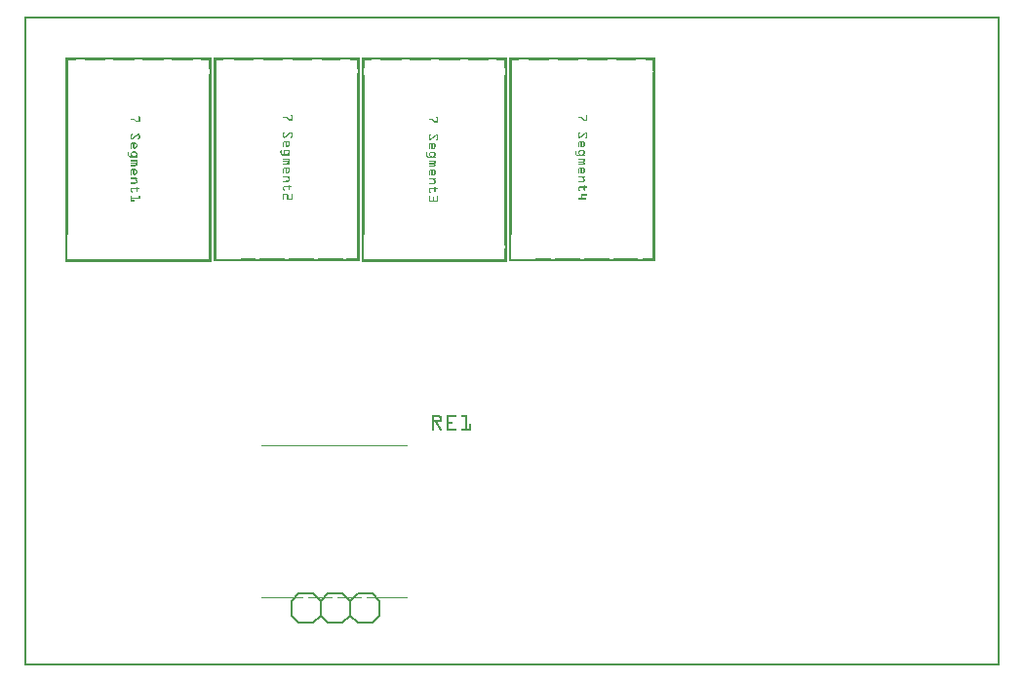
<source format=gto>
G04 MADE WITH FRITZING*
G04 WWW.FRITZING.ORG*
G04 DOUBLE SIDED*
G04 HOLES PLATED*
G04 CONTOUR ON CENTER OF CONTOUR VECTOR*
%ASAXBY*%
%FSLAX23Y23*%
%MOIN*%
%OFA0B0*%
%SFA1.0B1.0*%
%ADD10C,0.008000*%
%ADD11R,0.001000X0.001000*%
%LNSILK1*%
G90*
G70*
G54D10*
X937Y248D02*
X912Y223D01*
D02*
X912Y223D02*
X912Y173D01*
D02*
X912Y173D02*
X937Y148D01*
D02*
X937Y148D02*
X987Y148D01*
D02*
X987Y148D02*
X1012Y173D01*
D02*
X1012Y173D02*
X1012Y223D01*
D02*
X1012Y223D02*
X987Y248D01*
D02*
X987Y248D02*
X937Y248D01*
D02*
X1037Y248D02*
X1012Y223D01*
D02*
X1012Y223D02*
X1012Y173D01*
D02*
X1012Y173D02*
X1037Y148D01*
D02*
X1037Y148D02*
X1087Y148D01*
D02*
X1087Y148D02*
X1112Y173D01*
D02*
X1112Y173D02*
X1112Y223D01*
D02*
X1112Y223D02*
X1087Y248D01*
D02*
X1087Y248D02*
X1037Y248D01*
D02*
X1138Y248D02*
X1113Y223D01*
D02*
X1113Y223D02*
X1113Y173D01*
D02*
X1113Y173D02*
X1138Y148D01*
D02*
X1138Y148D02*
X1188Y148D01*
D02*
X1188Y148D02*
X1213Y173D01*
D02*
X1213Y173D02*
X1213Y223D01*
D02*
X1213Y223D02*
X1188Y248D01*
D02*
X1188Y248D02*
X1138Y248D01*
G54D11*
X0Y2222D02*
X3332Y2222D01*
X0Y2221D02*
X3332Y2221D01*
X0Y2220D02*
X3332Y2220D01*
X0Y2219D02*
X3332Y2219D01*
X0Y2218D02*
X3332Y2218D01*
X0Y2217D02*
X3332Y2217D01*
X0Y2216D02*
X3332Y2216D01*
X0Y2215D02*
X3332Y2215D01*
X0Y2214D02*
X7Y2214D01*
X3325Y2214D02*
X3332Y2214D01*
X0Y2213D02*
X7Y2213D01*
X3325Y2213D02*
X3332Y2213D01*
X0Y2212D02*
X7Y2212D01*
X3325Y2212D02*
X3332Y2212D01*
X0Y2211D02*
X7Y2211D01*
X3325Y2211D02*
X3332Y2211D01*
X0Y2210D02*
X7Y2210D01*
X3325Y2210D02*
X3332Y2210D01*
X0Y2209D02*
X7Y2209D01*
X3325Y2209D02*
X3332Y2209D01*
X0Y2208D02*
X7Y2208D01*
X3325Y2208D02*
X3332Y2208D01*
X0Y2207D02*
X7Y2207D01*
X3325Y2207D02*
X3332Y2207D01*
X0Y2206D02*
X7Y2206D01*
X3325Y2206D02*
X3332Y2206D01*
X0Y2205D02*
X7Y2205D01*
X3325Y2205D02*
X3332Y2205D01*
X0Y2204D02*
X7Y2204D01*
X3325Y2204D02*
X3332Y2204D01*
X0Y2203D02*
X7Y2203D01*
X3325Y2203D02*
X3332Y2203D01*
X0Y2202D02*
X7Y2202D01*
X3325Y2202D02*
X3332Y2202D01*
X0Y2201D02*
X7Y2201D01*
X3325Y2201D02*
X3332Y2201D01*
X0Y2200D02*
X7Y2200D01*
X3325Y2200D02*
X3332Y2200D01*
X0Y2199D02*
X7Y2199D01*
X3325Y2199D02*
X3332Y2199D01*
X0Y2198D02*
X7Y2198D01*
X3325Y2198D02*
X3332Y2198D01*
X0Y2197D02*
X7Y2197D01*
X3325Y2197D02*
X3332Y2197D01*
X0Y2196D02*
X7Y2196D01*
X3325Y2196D02*
X3332Y2196D01*
X0Y2195D02*
X7Y2195D01*
X3325Y2195D02*
X3332Y2195D01*
X0Y2194D02*
X7Y2194D01*
X3325Y2194D02*
X3332Y2194D01*
X0Y2193D02*
X7Y2193D01*
X3325Y2193D02*
X3332Y2193D01*
X0Y2192D02*
X7Y2192D01*
X3325Y2192D02*
X3332Y2192D01*
X0Y2191D02*
X7Y2191D01*
X3325Y2191D02*
X3332Y2191D01*
X0Y2190D02*
X7Y2190D01*
X3325Y2190D02*
X3332Y2190D01*
X0Y2189D02*
X7Y2189D01*
X3325Y2189D02*
X3332Y2189D01*
X0Y2188D02*
X7Y2188D01*
X3325Y2188D02*
X3332Y2188D01*
X0Y2187D02*
X7Y2187D01*
X3325Y2187D02*
X3332Y2187D01*
X0Y2186D02*
X7Y2186D01*
X3325Y2186D02*
X3332Y2186D01*
X0Y2185D02*
X7Y2185D01*
X3325Y2185D02*
X3332Y2185D01*
X0Y2184D02*
X7Y2184D01*
X3325Y2184D02*
X3332Y2184D01*
X0Y2183D02*
X7Y2183D01*
X3325Y2183D02*
X3332Y2183D01*
X0Y2182D02*
X7Y2182D01*
X3325Y2182D02*
X3332Y2182D01*
X0Y2181D02*
X7Y2181D01*
X3325Y2181D02*
X3332Y2181D01*
X0Y2180D02*
X7Y2180D01*
X3325Y2180D02*
X3332Y2180D01*
X0Y2179D02*
X7Y2179D01*
X3325Y2179D02*
X3332Y2179D01*
X0Y2178D02*
X7Y2178D01*
X3325Y2178D02*
X3332Y2178D01*
X0Y2177D02*
X7Y2177D01*
X3325Y2177D02*
X3332Y2177D01*
X0Y2176D02*
X7Y2176D01*
X3325Y2176D02*
X3332Y2176D01*
X0Y2175D02*
X7Y2175D01*
X3325Y2175D02*
X3332Y2175D01*
X0Y2174D02*
X7Y2174D01*
X3325Y2174D02*
X3332Y2174D01*
X0Y2173D02*
X7Y2173D01*
X3325Y2173D02*
X3332Y2173D01*
X0Y2172D02*
X7Y2172D01*
X3325Y2172D02*
X3332Y2172D01*
X0Y2171D02*
X7Y2171D01*
X3325Y2171D02*
X3332Y2171D01*
X0Y2170D02*
X7Y2170D01*
X3325Y2170D02*
X3332Y2170D01*
X0Y2169D02*
X7Y2169D01*
X3325Y2169D02*
X3332Y2169D01*
X0Y2168D02*
X7Y2168D01*
X3325Y2168D02*
X3332Y2168D01*
X0Y2167D02*
X7Y2167D01*
X3325Y2167D02*
X3332Y2167D01*
X0Y2166D02*
X7Y2166D01*
X3325Y2166D02*
X3332Y2166D01*
X0Y2165D02*
X7Y2165D01*
X3325Y2165D02*
X3332Y2165D01*
X0Y2164D02*
X7Y2164D01*
X3325Y2164D02*
X3332Y2164D01*
X0Y2163D02*
X7Y2163D01*
X3325Y2163D02*
X3332Y2163D01*
X0Y2162D02*
X7Y2162D01*
X3325Y2162D02*
X3332Y2162D01*
X0Y2161D02*
X7Y2161D01*
X3325Y2161D02*
X3332Y2161D01*
X0Y2160D02*
X7Y2160D01*
X3325Y2160D02*
X3332Y2160D01*
X0Y2159D02*
X7Y2159D01*
X3325Y2159D02*
X3332Y2159D01*
X0Y2158D02*
X7Y2158D01*
X3325Y2158D02*
X3332Y2158D01*
X0Y2157D02*
X7Y2157D01*
X3325Y2157D02*
X3332Y2157D01*
X0Y2156D02*
X7Y2156D01*
X3325Y2156D02*
X3332Y2156D01*
X0Y2155D02*
X7Y2155D01*
X3325Y2155D02*
X3332Y2155D01*
X0Y2154D02*
X7Y2154D01*
X3325Y2154D02*
X3332Y2154D01*
X0Y2153D02*
X7Y2153D01*
X3325Y2153D02*
X3332Y2153D01*
X0Y2152D02*
X7Y2152D01*
X3325Y2152D02*
X3332Y2152D01*
X0Y2151D02*
X7Y2151D01*
X3325Y2151D02*
X3332Y2151D01*
X0Y2150D02*
X7Y2150D01*
X3325Y2150D02*
X3332Y2150D01*
X0Y2149D02*
X7Y2149D01*
X3325Y2149D02*
X3332Y2149D01*
X0Y2148D02*
X7Y2148D01*
X3325Y2148D02*
X3332Y2148D01*
X0Y2147D02*
X7Y2147D01*
X3325Y2147D02*
X3332Y2147D01*
X0Y2146D02*
X7Y2146D01*
X3325Y2146D02*
X3332Y2146D01*
X0Y2145D02*
X7Y2145D01*
X3325Y2145D02*
X3332Y2145D01*
X0Y2144D02*
X7Y2144D01*
X3325Y2144D02*
X3332Y2144D01*
X0Y2143D02*
X7Y2143D01*
X3325Y2143D02*
X3332Y2143D01*
X0Y2142D02*
X7Y2142D01*
X3325Y2142D02*
X3332Y2142D01*
X0Y2141D02*
X7Y2141D01*
X3325Y2141D02*
X3332Y2141D01*
X0Y2140D02*
X7Y2140D01*
X3325Y2140D02*
X3332Y2140D01*
X0Y2139D02*
X7Y2139D01*
X3325Y2139D02*
X3332Y2139D01*
X0Y2138D02*
X7Y2138D01*
X3325Y2138D02*
X3332Y2138D01*
X0Y2137D02*
X7Y2137D01*
X3325Y2137D02*
X3332Y2137D01*
X0Y2136D02*
X7Y2136D01*
X3325Y2136D02*
X3332Y2136D01*
X0Y2135D02*
X7Y2135D01*
X3325Y2135D02*
X3332Y2135D01*
X0Y2134D02*
X7Y2134D01*
X3325Y2134D02*
X3332Y2134D01*
X0Y2133D02*
X7Y2133D01*
X3325Y2133D02*
X3332Y2133D01*
X0Y2132D02*
X7Y2132D01*
X3325Y2132D02*
X3332Y2132D01*
X0Y2131D02*
X7Y2131D01*
X3325Y2131D02*
X3332Y2131D01*
X0Y2130D02*
X7Y2130D01*
X3325Y2130D02*
X3332Y2130D01*
X0Y2129D02*
X7Y2129D01*
X3325Y2129D02*
X3332Y2129D01*
X0Y2128D02*
X7Y2128D01*
X3325Y2128D02*
X3332Y2128D01*
X0Y2127D02*
X7Y2127D01*
X3325Y2127D02*
X3332Y2127D01*
X0Y2126D02*
X7Y2126D01*
X3325Y2126D02*
X3332Y2126D01*
X0Y2125D02*
X7Y2125D01*
X3325Y2125D02*
X3332Y2125D01*
X0Y2124D02*
X7Y2124D01*
X3325Y2124D02*
X3332Y2124D01*
X0Y2123D02*
X7Y2123D01*
X3325Y2123D02*
X3332Y2123D01*
X0Y2122D02*
X7Y2122D01*
X3325Y2122D02*
X3332Y2122D01*
X0Y2121D02*
X7Y2121D01*
X3325Y2121D02*
X3332Y2121D01*
X0Y2120D02*
X7Y2120D01*
X3325Y2120D02*
X3332Y2120D01*
X0Y2119D02*
X7Y2119D01*
X3325Y2119D02*
X3332Y2119D01*
X0Y2118D02*
X7Y2118D01*
X3325Y2118D02*
X3332Y2118D01*
X0Y2117D02*
X7Y2117D01*
X3325Y2117D02*
X3332Y2117D01*
X0Y2116D02*
X7Y2116D01*
X3325Y2116D02*
X3332Y2116D01*
X0Y2115D02*
X7Y2115D01*
X3325Y2115D02*
X3332Y2115D01*
X0Y2114D02*
X7Y2114D01*
X3325Y2114D02*
X3332Y2114D01*
X0Y2113D02*
X7Y2113D01*
X3325Y2113D02*
X3332Y2113D01*
X0Y2112D02*
X7Y2112D01*
X3325Y2112D02*
X3332Y2112D01*
X0Y2111D02*
X7Y2111D01*
X3325Y2111D02*
X3332Y2111D01*
X0Y2110D02*
X7Y2110D01*
X3325Y2110D02*
X3332Y2110D01*
X0Y2109D02*
X7Y2109D01*
X3325Y2109D02*
X3332Y2109D01*
X0Y2108D02*
X7Y2108D01*
X3325Y2108D02*
X3332Y2108D01*
X0Y2107D02*
X7Y2107D01*
X3325Y2107D02*
X3332Y2107D01*
X0Y2106D02*
X7Y2106D01*
X3325Y2106D02*
X3332Y2106D01*
X0Y2105D02*
X7Y2105D01*
X3325Y2105D02*
X3332Y2105D01*
X0Y2104D02*
X7Y2104D01*
X3325Y2104D02*
X3332Y2104D01*
X0Y2103D02*
X7Y2103D01*
X3325Y2103D02*
X3332Y2103D01*
X0Y2102D02*
X7Y2102D01*
X3325Y2102D02*
X3332Y2102D01*
X0Y2101D02*
X7Y2101D01*
X3325Y2101D02*
X3332Y2101D01*
X0Y2100D02*
X7Y2100D01*
X3325Y2100D02*
X3332Y2100D01*
X0Y2099D02*
X7Y2099D01*
X3325Y2099D02*
X3332Y2099D01*
X0Y2098D02*
X7Y2098D01*
X3325Y2098D02*
X3332Y2098D01*
X0Y2097D02*
X7Y2097D01*
X3325Y2097D02*
X3332Y2097D01*
X0Y2096D02*
X7Y2096D01*
X3325Y2096D02*
X3332Y2096D01*
X0Y2095D02*
X7Y2095D01*
X3325Y2095D02*
X3332Y2095D01*
X0Y2094D02*
X7Y2094D01*
X3325Y2094D02*
X3332Y2094D01*
X0Y2093D02*
X7Y2093D01*
X3325Y2093D02*
X3332Y2093D01*
X0Y2092D02*
X7Y2092D01*
X3325Y2092D02*
X3332Y2092D01*
X0Y2091D02*
X7Y2091D01*
X3325Y2091D02*
X3332Y2091D01*
X0Y2090D02*
X7Y2090D01*
X3325Y2090D02*
X3332Y2090D01*
X0Y2089D02*
X7Y2089D01*
X3325Y2089D02*
X3332Y2089D01*
X0Y2088D02*
X7Y2088D01*
X3325Y2088D02*
X3332Y2088D01*
X0Y2087D02*
X7Y2087D01*
X3325Y2087D02*
X3332Y2087D01*
X0Y2086D02*
X7Y2086D01*
X3325Y2086D02*
X3332Y2086D01*
X0Y2085D02*
X7Y2085D01*
X3325Y2085D02*
X3332Y2085D01*
X0Y2084D02*
X7Y2084D01*
X3325Y2084D02*
X3332Y2084D01*
X0Y2083D02*
X7Y2083D01*
X3325Y2083D02*
X3332Y2083D01*
X0Y2082D02*
X7Y2082D01*
X648Y2082D02*
X1145Y2082D01*
X1658Y2082D02*
X2154Y2082D01*
X3325Y2082D02*
X3332Y2082D01*
X0Y2081D02*
X7Y2081D01*
X648Y2081D02*
X1145Y2081D01*
X1657Y2081D02*
X2154Y2081D01*
X3325Y2081D02*
X3332Y2081D01*
X0Y2080D02*
X7Y2080D01*
X141Y2080D02*
X638Y2080D01*
X648Y2080D02*
X1145Y2080D01*
X1152Y2080D02*
X1649Y2080D01*
X1657Y2080D02*
X2154Y2080D01*
X3325Y2080D02*
X3332Y2080D01*
X0Y2079D02*
X7Y2079D01*
X141Y2079D02*
X638Y2079D01*
X648Y2079D02*
X1145Y2079D01*
X1152Y2079D02*
X1649Y2079D01*
X1657Y2079D02*
X2154Y2079D01*
X3325Y2079D02*
X3332Y2079D01*
X0Y2078D02*
X7Y2078D01*
X141Y2078D02*
X638Y2078D01*
X648Y2078D02*
X1145Y2078D01*
X1152Y2078D02*
X1649Y2078D01*
X1657Y2078D02*
X2154Y2078D01*
X3325Y2078D02*
X3332Y2078D01*
X0Y2077D02*
X7Y2077D01*
X141Y2077D02*
X638Y2077D01*
X648Y2077D02*
X1145Y2077D01*
X1152Y2077D02*
X1649Y2077D01*
X1657Y2077D02*
X2154Y2077D01*
X3325Y2077D02*
X3332Y2077D01*
X0Y2076D02*
X7Y2076D01*
X141Y2076D02*
X638Y2076D01*
X648Y2076D02*
X689Y2076D01*
X706Y2076D02*
X792Y2076D01*
X803Y2076D02*
X892Y2076D01*
X903Y2076D02*
X992Y2076D01*
X1003Y2076D02*
X1091Y2076D01*
X1102Y2076D02*
X1145Y2076D01*
X1152Y2076D02*
X1649Y2076D01*
X1657Y2076D02*
X1700Y2076D01*
X1714Y2076D02*
X1804Y2076D01*
X1811Y2076D02*
X1904Y2076D01*
X1911Y2076D02*
X2003Y2076D01*
X2011Y2076D02*
X2102Y2076D01*
X2111Y2076D02*
X2154Y2076D01*
X3325Y2076D02*
X3332Y2076D01*
X0Y2075D02*
X7Y2075D01*
X141Y2075D02*
X184Y2075D01*
X197Y2075D02*
X289Y2075D01*
X293Y2075D02*
X389Y2075D01*
X393Y2075D02*
X489Y2075D01*
X493Y2075D02*
X587Y2075D01*
X592Y2075D02*
X638Y2075D01*
X648Y2075D02*
X685Y2075D01*
X710Y2075D02*
X787Y2075D01*
X809Y2075D02*
X887Y2075D01*
X909Y2075D02*
X987Y2075D01*
X1009Y2075D02*
X1085Y2075D01*
X1108Y2075D02*
X1145Y2075D01*
X1152Y2075D02*
X1195Y2075D01*
X1208Y2075D02*
X1299Y2075D01*
X1305Y2075D02*
X1399Y2075D01*
X1405Y2075D02*
X1499Y2075D01*
X1505Y2075D02*
X1597Y2075D01*
X1604Y2075D02*
X1649Y2075D01*
X1657Y2075D02*
X1695Y2075D01*
X1719Y2075D02*
X1797Y2075D01*
X1817Y2075D02*
X1897Y2075D01*
X1917Y2075D02*
X1997Y2075D01*
X2017Y2075D02*
X2096Y2075D01*
X2116Y2075D02*
X2154Y2075D01*
X3325Y2075D02*
X3332Y2075D01*
X0Y2074D02*
X7Y2074D01*
X141Y2074D02*
X179Y2074D01*
X202Y2074D02*
X281Y2074D01*
X300Y2074D02*
X381Y2074D01*
X400Y2074D02*
X481Y2074D01*
X500Y2074D02*
X580Y2074D01*
X599Y2074D02*
X638Y2074D01*
X648Y2074D02*
X682Y2074D01*
X713Y2074D02*
X783Y2074D01*
X812Y2074D02*
X883Y2074D01*
X912Y2074D02*
X983Y2074D01*
X1012Y2074D02*
X1082Y2074D01*
X1111Y2074D02*
X1145Y2074D01*
X1152Y2074D02*
X1190Y2074D01*
X1213Y2074D02*
X1292Y2074D01*
X1312Y2074D02*
X1392Y2074D01*
X1412Y2074D02*
X1492Y2074D01*
X1512Y2074D02*
X1591Y2074D01*
X1611Y2074D02*
X1649Y2074D01*
X1657Y2074D02*
X1692Y2074D01*
X1722Y2074D02*
X1793Y2074D01*
X1821Y2074D02*
X1893Y2074D01*
X1921Y2074D02*
X1993Y2074D01*
X2021Y2074D02*
X2092Y2074D01*
X2120Y2074D02*
X2154Y2074D01*
X3325Y2074D02*
X3332Y2074D01*
X0Y2073D02*
X7Y2073D01*
X141Y2073D02*
X176Y2073D01*
X205Y2073D02*
X277Y2073D01*
X304Y2073D02*
X377Y2073D01*
X404Y2073D02*
X477Y2073D01*
X504Y2073D02*
X576Y2073D01*
X603Y2073D02*
X638Y2073D01*
X648Y2073D02*
X679Y2073D01*
X715Y2073D02*
X781Y2073D01*
X815Y2073D02*
X881Y2073D01*
X915Y2073D02*
X981Y2073D01*
X1015Y2073D02*
X1079Y2073D01*
X1114Y2073D02*
X1145Y2073D01*
X1152Y2073D02*
X1187Y2073D01*
X1216Y2073D02*
X1288Y2073D01*
X1315Y2073D02*
X1388Y2073D01*
X1415Y2073D02*
X1488Y2073D01*
X1515Y2073D02*
X1587Y2073D01*
X1614Y2073D02*
X1649Y2073D01*
X1657Y2073D02*
X1689Y2073D01*
X1724Y2073D02*
X1791Y2073D01*
X1824Y2073D02*
X1891Y2073D01*
X1924Y2073D02*
X1991Y2073D01*
X2024Y2073D02*
X2089Y2073D01*
X2123Y2073D02*
X2154Y2073D01*
X3325Y2073D02*
X3332Y2073D01*
X0Y2072D02*
X7Y2072D01*
X141Y2072D02*
X173Y2072D01*
X208Y2072D02*
X275Y2072D01*
X307Y2072D02*
X375Y2072D01*
X407Y2072D02*
X475Y2072D01*
X507Y2072D02*
X573Y2072D01*
X606Y2072D02*
X638Y2072D01*
X648Y2072D02*
X657Y2072D01*
X1136Y2072D02*
X1145Y2072D01*
X1152Y2072D02*
X1184Y2072D01*
X1219Y2072D02*
X1285Y2072D01*
X1318Y2072D02*
X1385Y2072D01*
X1418Y2072D02*
X1485Y2072D01*
X1518Y2072D02*
X1584Y2072D01*
X1617Y2072D02*
X1649Y2072D01*
X1657Y2072D02*
X1667Y2072D01*
X2145Y2072D02*
X2154Y2072D01*
X3325Y2072D02*
X3332Y2072D01*
X0Y2071D02*
X7Y2071D01*
X141Y2071D02*
X150Y2071D01*
X629Y2071D02*
X638Y2071D01*
X648Y2071D02*
X657Y2071D01*
X1136Y2071D02*
X1145Y2071D01*
X1152Y2071D02*
X1161Y2071D01*
X1640Y2071D02*
X1649Y2071D01*
X1657Y2071D02*
X1666Y2071D01*
X2146Y2071D02*
X2154Y2071D01*
X3325Y2071D02*
X3332Y2071D01*
X0Y2070D02*
X7Y2070D01*
X141Y2070D02*
X150Y2070D01*
X629Y2070D02*
X638Y2070D01*
X648Y2070D02*
X657Y2070D01*
X1136Y2070D02*
X1145Y2070D01*
X1152Y2070D02*
X1161Y2070D01*
X1640Y2070D02*
X1649Y2070D01*
X1657Y2070D02*
X1666Y2070D01*
X2146Y2070D02*
X2154Y2070D01*
X3325Y2070D02*
X3332Y2070D01*
X0Y2069D02*
X7Y2069D01*
X141Y2069D02*
X150Y2069D01*
X629Y2069D02*
X638Y2069D01*
X648Y2069D02*
X657Y2069D01*
X1136Y2069D02*
X1145Y2069D01*
X1152Y2069D02*
X1161Y2069D01*
X1640Y2069D02*
X1649Y2069D01*
X1657Y2069D02*
X1666Y2069D01*
X2146Y2069D02*
X2154Y2069D01*
X3325Y2069D02*
X3332Y2069D01*
X0Y2068D02*
X7Y2068D01*
X141Y2068D02*
X150Y2068D01*
X629Y2068D02*
X638Y2068D01*
X648Y2068D02*
X657Y2068D01*
X1136Y2068D02*
X1145Y2068D01*
X1152Y2068D02*
X1161Y2068D01*
X1640Y2068D02*
X1649Y2068D01*
X1657Y2068D02*
X1666Y2068D01*
X2146Y2068D02*
X2154Y2068D01*
X3325Y2068D02*
X3332Y2068D01*
X0Y2067D02*
X7Y2067D01*
X141Y2067D02*
X150Y2067D01*
X629Y2067D02*
X638Y2067D01*
X648Y2067D02*
X657Y2067D01*
X1136Y2067D02*
X1145Y2067D01*
X1152Y2067D02*
X1161Y2067D01*
X1640Y2067D02*
X1649Y2067D01*
X1657Y2067D02*
X1666Y2067D01*
X2146Y2067D02*
X2154Y2067D01*
X3325Y2067D02*
X3332Y2067D01*
X0Y2066D02*
X7Y2066D01*
X141Y2066D02*
X150Y2066D01*
X629Y2066D02*
X638Y2066D01*
X648Y2066D02*
X657Y2066D01*
X1136Y2066D02*
X1145Y2066D01*
X1152Y2066D02*
X1161Y2066D01*
X1640Y2066D02*
X1649Y2066D01*
X1657Y2066D02*
X1666Y2066D01*
X2146Y2066D02*
X2154Y2066D01*
X3325Y2066D02*
X3332Y2066D01*
X0Y2065D02*
X7Y2065D01*
X141Y2065D02*
X150Y2065D01*
X629Y2065D02*
X638Y2065D01*
X648Y2065D02*
X657Y2065D01*
X1136Y2065D02*
X1145Y2065D01*
X1152Y2065D02*
X1161Y2065D01*
X1640Y2065D02*
X1649Y2065D01*
X1657Y2065D02*
X1666Y2065D01*
X2146Y2065D02*
X2154Y2065D01*
X3325Y2065D02*
X3332Y2065D01*
X0Y2064D02*
X7Y2064D01*
X141Y2064D02*
X150Y2064D01*
X629Y2064D02*
X638Y2064D01*
X648Y2064D02*
X657Y2064D01*
X1136Y2064D02*
X1145Y2064D01*
X1152Y2064D02*
X1161Y2064D01*
X1640Y2064D02*
X1649Y2064D01*
X1657Y2064D02*
X1666Y2064D01*
X2146Y2064D02*
X2154Y2064D01*
X3325Y2064D02*
X3332Y2064D01*
X0Y2063D02*
X7Y2063D01*
X141Y2063D02*
X150Y2063D01*
X629Y2063D02*
X638Y2063D01*
X648Y2063D02*
X657Y2063D01*
X1136Y2063D02*
X1145Y2063D01*
X1152Y2063D02*
X1161Y2063D01*
X1640Y2063D02*
X1649Y2063D01*
X1657Y2063D02*
X1666Y2063D01*
X2146Y2063D02*
X2154Y2063D01*
X3325Y2063D02*
X3332Y2063D01*
X0Y2062D02*
X7Y2062D01*
X141Y2062D02*
X150Y2062D01*
X629Y2062D02*
X638Y2062D01*
X648Y2062D02*
X657Y2062D01*
X1136Y2062D02*
X1145Y2062D01*
X1152Y2062D02*
X1161Y2062D01*
X1640Y2062D02*
X1649Y2062D01*
X1657Y2062D02*
X1666Y2062D01*
X2146Y2062D02*
X2154Y2062D01*
X3325Y2062D02*
X3332Y2062D01*
X0Y2061D02*
X7Y2061D01*
X141Y2061D02*
X150Y2061D01*
X629Y2061D02*
X638Y2061D01*
X648Y2061D02*
X657Y2061D01*
X1136Y2061D02*
X1145Y2061D01*
X1152Y2061D02*
X1161Y2061D01*
X1640Y2061D02*
X1649Y2061D01*
X1657Y2061D02*
X1666Y2061D01*
X2146Y2061D02*
X2154Y2061D01*
X3325Y2061D02*
X3332Y2061D01*
X0Y2060D02*
X7Y2060D01*
X141Y2060D02*
X150Y2060D01*
X629Y2060D02*
X638Y2060D01*
X648Y2060D02*
X657Y2060D01*
X1136Y2060D02*
X1145Y2060D01*
X1152Y2060D02*
X1161Y2060D01*
X1640Y2060D02*
X1649Y2060D01*
X1657Y2060D02*
X1666Y2060D01*
X2146Y2060D02*
X2154Y2060D01*
X3325Y2060D02*
X3332Y2060D01*
X0Y2059D02*
X7Y2059D01*
X141Y2059D02*
X150Y2059D01*
X629Y2059D02*
X638Y2059D01*
X648Y2059D02*
X657Y2059D01*
X1136Y2059D02*
X1145Y2059D01*
X1152Y2059D02*
X1161Y2059D01*
X1640Y2059D02*
X1649Y2059D01*
X1657Y2059D02*
X1666Y2059D01*
X2146Y2059D02*
X2154Y2059D01*
X3325Y2059D02*
X3332Y2059D01*
X0Y2058D02*
X7Y2058D01*
X141Y2058D02*
X150Y2058D01*
X629Y2058D02*
X638Y2058D01*
X648Y2058D02*
X657Y2058D01*
X1136Y2058D02*
X1145Y2058D01*
X1152Y2058D02*
X1161Y2058D01*
X1640Y2058D02*
X1649Y2058D01*
X1657Y2058D02*
X1666Y2058D01*
X2146Y2058D02*
X2154Y2058D01*
X3325Y2058D02*
X3332Y2058D01*
X0Y2057D02*
X7Y2057D01*
X141Y2057D02*
X150Y2057D01*
X629Y2057D02*
X638Y2057D01*
X648Y2057D02*
X657Y2057D01*
X1136Y2057D02*
X1145Y2057D01*
X1152Y2057D02*
X1161Y2057D01*
X1640Y2057D02*
X1649Y2057D01*
X1657Y2057D02*
X1666Y2057D01*
X2146Y2057D02*
X2154Y2057D01*
X3325Y2057D02*
X3332Y2057D01*
X0Y2056D02*
X7Y2056D01*
X141Y2056D02*
X150Y2056D01*
X629Y2056D02*
X638Y2056D01*
X648Y2056D02*
X657Y2056D01*
X1136Y2056D02*
X1145Y2056D01*
X1152Y2056D02*
X1161Y2056D01*
X1640Y2056D02*
X1649Y2056D01*
X1657Y2056D02*
X1666Y2056D01*
X2146Y2056D02*
X2154Y2056D01*
X3325Y2056D02*
X3332Y2056D01*
X0Y2055D02*
X7Y2055D01*
X141Y2055D02*
X150Y2055D01*
X629Y2055D02*
X638Y2055D01*
X648Y2055D02*
X657Y2055D01*
X1136Y2055D02*
X1145Y2055D01*
X1152Y2055D02*
X1161Y2055D01*
X1640Y2055D02*
X1649Y2055D01*
X1657Y2055D02*
X1666Y2055D01*
X2146Y2055D02*
X2154Y2055D01*
X3325Y2055D02*
X3332Y2055D01*
X0Y2054D02*
X7Y2054D01*
X141Y2054D02*
X150Y2054D01*
X629Y2054D02*
X638Y2054D01*
X648Y2054D02*
X657Y2054D01*
X1136Y2054D02*
X1145Y2054D01*
X1152Y2054D02*
X1161Y2054D01*
X1640Y2054D02*
X1649Y2054D01*
X1657Y2054D02*
X1666Y2054D01*
X2146Y2054D02*
X2154Y2054D01*
X3325Y2054D02*
X3332Y2054D01*
X0Y2053D02*
X7Y2053D01*
X141Y2053D02*
X150Y2053D01*
X629Y2053D02*
X638Y2053D01*
X648Y2053D02*
X657Y2053D01*
X1136Y2053D02*
X1145Y2053D01*
X1152Y2053D02*
X1161Y2053D01*
X1640Y2053D02*
X1649Y2053D01*
X1657Y2053D02*
X1666Y2053D01*
X2146Y2053D02*
X2154Y2053D01*
X3325Y2053D02*
X3332Y2053D01*
X0Y2052D02*
X7Y2052D01*
X141Y2052D02*
X150Y2052D01*
X629Y2052D02*
X638Y2052D01*
X648Y2052D02*
X657Y2052D01*
X1136Y2052D02*
X1145Y2052D01*
X1152Y2052D02*
X1161Y2052D01*
X1640Y2052D02*
X1649Y2052D01*
X1657Y2052D02*
X1666Y2052D01*
X2146Y2052D02*
X2154Y2052D01*
X3325Y2052D02*
X3332Y2052D01*
X0Y2051D02*
X7Y2051D01*
X141Y2051D02*
X150Y2051D01*
X629Y2051D02*
X638Y2051D01*
X648Y2051D02*
X657Y2051D01*
X1136Y2051D02*
X1145Y2051D01*
X1152Y2051D02*
X1161Y2051D01*
X1640Y2051D02*
X1649Y2051D01*
X1657Y2051D02*
X1666Y2051D01*
X2146Y2051D02*
X2154Y2051D01*
X3325Y2051D02*
X3332Y2051D01*
X0Y2050D02*
X7Y2050D01*
X141Y2050D02*
X150Y2050D01*
X629Y2050D02*
X638Y2050D01*
X648Y2050D02*
X657Y2050D01*
X1136Y2050D02*
X1145Y2050D01*
X1152Y2050D02*
X1161Y2050D01*
X1640Y2050D02*
X1649Y2050D01*
X1657Y2050D02*
X1666Y2050D01*
X2146Y2050D02*
X2154Y2050D01*
X3325Y2050D02*
X3332Y2050D01*
X0Y2049D02*
X7Y2049D01*
X141Y2049D02*
X150Y2049D01*
X629Y2049D02*
X638Y2049D01*
X648Y2049D02*
X657Y2049D01*
X1136Y2049D02*
X1145Y2049D01*
X1152Y2049D02*
X1161Y2049D01*
X1640Y2049D02*
X1649Y2049D01*
X1657Y2049D02*
X1666Y2049D01*
X2146Y2049D02*
X2154Y2049D01*
X3325Y2049D02*
X3332Y2049D01*
X0Y2048D02*
X7Y2048D01*
X141Y2048D02*
X150Y2048D01*
X629Y2048D02*
X638Y2048D01*
X648Y2048D02*
X657Y2048D01*
X1137Y2048D02*
X1145Y2048D01*
X1152Y2048D02*
X1161Y2048D01*
X1640Y2048D02*
X1649Y2048D01*
X1657Y2048D02*
X1666Y2048D01*
X2146Y2048D02*
X2154Y2048D01*
X3325Y2048D02*
X3332Y2048D01*
X0Y2047D02*
X7Y2047D01*
X141Y2047D02*
X150Y2047D01*
X630Y2047D02*
X638Y2047D01*
X648Y2047D02*
X657Y2047D01*
X1137Y2047D02*
X1145Y2047D01*
X1152Y2047D02*
X1161Y2047D01*
X1641Y2047D02*
X1649Y2047D01*
X1657Y2047D02*
X1666Y2047D01*
X2147Y2047D02*
X2154Y2047D01*
X3325Y2047D02*
X3332Y2047D01*
X0Y2046D02*
X7Y2046D01*
X141Y2046D02*
X150Y2046D01*
X630Y2046D02*
X638Y2046D01*
X648Y2046D02*
X656Y2046D01*
X1137Y2046D02*
X1145Y2046D01*
X1152Y2046D02*
X1161Y2046D01*
X1641Y2046D02*
X1649Y2046D01*
X1657Y2046D02*
X1666Y2046D01*
X2147Y2046D02*
X2154Y2046D01*
X3325Y2046D02*
X3332Y2046D01*
X0Y2045D02*
X7Y2045D01*
X141Y2045D02*
X150Y2045D01*
X630Y2045D02*
X638Y2045D01*
X648Y2045D02*
X656Y2045D01*
X1138Y2045D02*
X1145Y2045D01*
X1152Y2045D02*
X1161Y2045D01*
X1641Y2045D02*
X1649Y2045D01*
X1657Y2045D02*
X1666Y2045D01*
X2147Y2045D02*
X2154Y2045D01*
X3325Y2045D02*
X3332Y2045D01*
X0Y2044D02*
X7Y2044D01*
X141Y2044D02*
X149Y2044D01*
X631Y2044D02*
X638Y2044D01*
X648Y2044D02*
X656Y2044D01*
X1138Y2044D02*
X1145Y2044D01*
X1152Y2044D02*
X1160Y2044D01*
X1642Y2044D02*
X1649Y2044D01*
X1657Y2044D02*
X1666Y2044D01*
X2147Y2044D02*
X2154Y2044D01*
X3325Y2044D02*
X3332Y2044D01*
X0Y2043D02*
X7Y2043D01*
X141Y2043D02*
X149Y2043D01*
X631Y2043D02*
X638Y2043D01*
X648Y2043D02*
X656Y2043D01*
X1138Y2043D02*
X1145Y2043D01*
X1152Y2043D02*
X1160Y2043D01*
X1642Y2043D02*
X1649Y2043D01*
X1657Y2043D02*
X1665Y2043D01*
X2148Y2043D02*
X2154Y2043D01*
X3325Y2043D02*
X3332Y2043D01*
X0Y2042D02*
X7Y2042D01*
X141Y2042D02*
X149Y2042D01*
X631Y2042D02*
X638Y2042D01*
X648Y2042D02*
X656Y2042D01*
X1138Y2042D02*
X1145Y2042D01*
X1152Y2042D02*
X1160Y2042D01*
X1642Y2042D02*
X1649Y2042D01*
X1657Y2042D02*
X1665Y2042D01*
X2148Y2042D02*
X2154Y2042D01*
X3325Y2042D02*
X3332Y2042D01*
X0Y2041D02*
X7Y2041D01*
X141Y2041D02*
X149Y2041D01*
X631Y2041D02*
X638Y2041D01*
X648Y2041D02*
X655Y2041D01*
X1138Y2041D02*
X1145Y2041D01*
X1152Y2041D02*
X1160Y2041D01*
X1642Y2041D02*
X1649Y2041D01*
X1657Y2041D02*
X1665Y2041D01*
X2148Y2041D02*
X2154Y2041D01*
X3325Y2041D02*
X3332Y2041D01*
X0Y2040D02*
X7Y2040D01*
X141Y2040D02*
X149Y2040D01*
X632Y2040D02*
X638Y2040D01*
X648Y2040D02*
X655Y2040D01*
X1139Y2040D02*
X1145Y2040D01*
X1152Y2040D02*
X1160Y2040D01*
X1642Y2040D02*
X1649Y2040D01*
X1657Y2040D02*
X1665Y2040D01*
X2148Y2040D02*
X2154Y2040D01*
X3325Y2040D02*
X3332Y2040D01*
X0Y2039D02*
X7Y2039D01*
X141Y2039D02*
X148Y2039D01*
X632Y2039D02*
X638Y2039D01*
X648Y2039D02*
X655Y2039D01*
X1139Y2039D02*
X1145Y2039D01*
X1152Y2039D02*
X1159Y2039D01*
X1643Y2039D02*
X1649Y2039D01*
X1657Y2039D02*
X1665Y2039D01*
X2148Y2039D02*
X2154Y2039D01*
X3325Y2039D02*
X3332Y2039D01*
X0Y2038D02*
X7Y2038D01*
X141Y2038D02*
X148Y2038D01*
X632Y2038D02*
X638Y2038D01*
X648Y2038D02*
X655Y2038D01*
X1139Y2038D02*
X1145Y2038D01*
X1152Y2038D02*
X1159Y2038D01*
X1643Y2038D02*
X1649Y2038D01*
X1657Y2038D02*
X1665Y2038D01*
X2148Y2038D02*
X2154Y2038D01*
X3325Y2038D02*
X3332Y2038D01*
X0Y2037D02*
X7Y2037D01*
X141Y2037D02*
X148Y2037D01*
X632Y2037D02*
X638Y2037D01*
X648Y2037D02*
X655Y2037D01*
X1139Y2037D02*
X1145Y2037D01*
X1152Y2037D02*
X1159Y2037D01*
X1643Y2037D02*
X1649Y2037D01*
X1657Y2037D02*
X1665Y2037D01*
X2148Y2037D02*
X2154Y2037D01*
X3325Y2037D02*
X3332Y2037D01*
X0Y2036D02*
X7Y2036D01*
X141Y2036D02*
X148Y2036D01*
X632Y2036D02*
X638Y2036D01*
X648Y2036D02*
X655Y2036D01*
X1139Y2036D02*
X1145Y2036D01*
X1152Y2036D02*
X1159Y2036D01*
X1643Y2036D02*
X1649Y2036D01*
X1657Y2036D02*
X1664Y2036D01*
X2148Y2036D02*
X2154Y2036D01*
X3325Y2036D02*
X3332Y2036D01*
X0Y2035D02*
X7Y2035D01*
X141Y2035D02*
X148Y2035D01*
X632Y2035D02*
X638Y2035D01*
X648Y2035D02*
X655Y2035D01*
X1139Y2035D02*
X1145Y2035D01*
X1152Y2035D02*
X1159Y2035D01*
X1643Y2035D02*
X1649Y2035D01*
X1657Y2035D02*
X1664Y2035D01*
X2149Y2035D02*
X2154Y2035D01*
X3325Y2035D02*
X3332Y2035D01*
X0Y2034D02*
X7Y2034D01*
X141Y2034D02*
X148Y2034D01*
X632Y2034D02*
X638Y2034D01*
X648Y2034D02*
X655Y2034D01*
X1139Y2034D02*
X1145Y2034D01*
X1152Y2034D02*
X1159Y2034D01*
X1643Y2034D02*
X1649Y2034D01*
X1657Y2034D02*
X1664Y2034D01*
X2149Y2034D02*
X2154Y2034D01*
X3325Y2034D02*
X3332Y2034D01*
X0Y2033D02*
X7Y2033D01*
X141Y2033D02*
X148Y2033D01*
X632Y2033D02*
X638Y2033D01*
X648Y2033D02*
X655Y2033D01*
X1139Y2033D02*
X1145Y2033D01*
X1152Y2033D02*
X1159Y2033D01*
X1643Y2033D02*
X1649Y2033D01*
X1657Y2033D02*
X1664Y2033D01*
X2149Y2033D02*
X2154Y2033D01*
X3325Y2033D02*
X3332Y2033D01*
X0Y2032D02*
X7Y2032D01*
X141Y2032D02*
X148Y2032D01*
X632Y2032D02*
X638Y2032D01*
X648Y2032D02*
X655Y2032D01*
X1139Y2032D02*
X1145Y2032D01*
X1152Y2032D02*
X1159Y2032D01*
X1643Y2032D02*
X1649Y2032D01*
X1657Y2032D02*
X1665Y2032D01*
X2148Y2032D02*
X2154Y2032D01*
X3325Y2032D02*
X3332Y2032D01*
X0Y2031D02*
X7Y2031D01*
X141Y2031D02*
X148Y2031D01*
X632Y2031D02*
X638Y2031D01*
X648Y2031D02*
X655Y2031D01*
X1139Y2031D02*
X1145Y2031D01*
X1152Y2031D02*
X1159Y2031D01*
X1643Y2031D02*
X1649Y2031D01*
X1657Y2031D02*
X1665Y2031D01*
X2148Y2031D02*
X2154Y2031D01*
X3325Y2031D02*
X3332Y2031D01*
X0Y2030D02*
X7Y2030D01*
X141Y2030D02*
X148Y2030D01*
X632Y2030D02*
X638Y2030D01*
X648Y2030D02*
X655Y2030D01*
X1139Y2030D02*
X1145Y2030D01*
X1152Y2030D02*
X1159Y2030D01*
X1643Y2030D02*
X1649Y2030D01*
X1657Y2030D02*
X1665Y2030D01*
X2148Y2030D02*
X2154Y2030D01*
X3325Y2030D02*
X3332Y2030D01*
X0Y2029D02*
X7Y2029D01*
X141Y2029D02*
X148Y2029D01*
X632Y2029D02*
X638Y2029D01*
X648Y2029D02*
X655Y2029D01*
X1139Y2029D02*
X1145Y2029D01*
X1152Y2029D02*
X1159Y2029D01*
X1643Y2029D02*
X1649Y2029D01*
X1657Y2029D02*
X1665Y2029D01*
X2148Y2029D02*
X2154Y2029D01*
X3325Y2029D02*
X3332Y2029D01*
X0Y2028D02*
X7Y2028D01*
X141Y2028D02*
X148Y2028D01*
X632Y2028D02*
X638Y2028D01*
X648Y2028D02*
X655Y2028D01*
X1138Y2028D02*
X1145Y2028D01*
X1152Y2028D02*
X1159Y2028D01*
X1643Y2028D02*
X1649Y2028D01*
X1657Y2028D02*
X1665Y2028D01*
X2148Y2028D02*
X2154Y2028D01*
X3325Y2028D02*
X3332Y2028D01*
X0Y2027D02*
X7Y2027D01*
X141Y2027D02*
X149Y2027D01*
X632Y2027D02*
X638Y2027D01*
X648Y2027D02*
X656Y2027D01*
X1138Y2027D02*
X1145Y2027D01*
X1152Y2027D02*
X1160Y2027D01*
X1643Y2027D02*
X1649Y2027D01*
X1657Y2027D02*
X1665Y2027D01*
X2148Y2027D02*
X2154Y2027D01*
X3325Y2027D02*
X3332Y2027D01*
X0Y2026D02*
X7Y2026D01*
X141Y2026D02*
X149Y2026D01*
X632Y2026D02*
X638Y2026D01*
X648Y2026D02*
X656Y2026D01*
X1138Y2026D02*
X1145Y2026D01*
X1152Y2026D02*
X1160Y2026D01*
X1642Y2026D02*
X1649Y2026D01*
X1657Y2026D02*
X1665Y2026D01*
X2148Y2026D02*
X2154Y2026D01*
X3325Y2026D02*
X3332Y2026D01*
X0Y2025D02*
X7Y2025D01*
X141Y2025D02*
X149Y2025D01*
X631Y2025D02*
X638Y2025D01*
X648Y2025D02*
X656Y2025D01*
X1138Y2025D02*
X1145Y2025D01*
X1152Y2025D02*
X1160Y2025D01*
X1642Y2025D02*
X1649Y2025D01*
X1657Y2025D02*
X1666Y2025D01*
X2147Y2025D02*
X2154Y2025D01*
X3325Y2025D02*
X3332Y2025D01*
X0Y2024D02*
X7Y2024D01*
X141Y2024D02*
X149Y2024D01*
X631Y2024D02*
X638Y2024D01*
X648Y2024D02*
X656Y2024D01*
X1138Y2024D02*
X1145Y2024D01*
X1152Y2024D02*
X1160Y2024D01*
X1642Y2024D02*
X1649Y2024D01*
X1657Y2024D02*
X1666Y2024D01*
X2147Y2024D02*
X2154Y2024D01*
X3325Y2024D02*
X3332Y2024D01*
X0Y2023D02*
X7Y2023D01*
X141Y2023D02*
X149Y2023D01*
X631Y2023D02*
X638Y2023D01*
X648Y2023D02*
X657Y2023D01*
X1137Y2023D02*
X1145Y2023D01*
X1152Y2023D02*
X1160Y2023D01*
X1642Y2023D02*
X1649Y2023D01*
X1657Y2023D02*
X1666Y2023D01*
X2147Y2023D02*
X2154Y2023D01*
X3325Y2023D02*
X3332Y2023D01*
X0Y2022D02*
X7Y2022D01*
X141Y2022D02*
X150Y2022D01*
X631Y2022D02*
X638Y2022D01*
X648Y2022D02*
X657Y2022D01*
X1137Y2022D02*
X1145Y2022D01*
X1152Y2022D02*
X1161Y2022D01*
X1642Y2022D02*
X1649Y2022D01*
X1657Y2022D02*
X1666Y2022D01*
X2147Y2022D02*
X2154Y2022D01*
X3325Y2022D02*
X3332Y2022D01*
X0Y2021D02*
X7Y2021D01*
X141Y2021D02*
X150Y2021D01*
X630Y2021D02*
X638Y2021D01*
X648Y2021D02*
X657Y2021D01*
X1137Y2021D02*
X1145Y2021D01*
X1152Y2021D02*
X1161Y2021D01*
X1641Y2021D02*
X1649Y2021D01*
X1657Y2021D02*
X1666Y2021D01*
X2146Y2021D02*
X2154Y2021D01*
X3325Y2021D02*
X3332Y2021D01*
X0Y2020D02*
X7Y2020D01*
X141Y2020D02*
X150Y2020D01*
X630Y2020D02*
X638Y2020D01*
X648Y2020D02*
X657Y2020D01*
X1136Y2020D02*
X1145Y2020D01*
X1152Y2020D02*
X1161Y2020D01*
X1641Y2020D02*
X1649Y2020D01*
X1657Y2020D02*
X1666Y2020D01*
X2146Y2020D02*
X2154Y2020D01*
X3325Y2020D02*
X3332Y2020D01*
X0Y2019D02*
X7Y2019D01*
X141Y2019D02*
X150Y2019D01*
X630Y2019D02*
X638Y2019D01*
X648Y2019D02*
X657Y2019D01*
X1136Y2019D02*
X1145Y2019D01*
X1152Y2019D02*
X1161Y2019D01*
X1641Y2019D02*
X1649Y2019D01*
X1657Y2019D02*
X1666Y2019D01*
X2146Y2019D02*
X2154Y2019D01*
X3325Y2019D02*
X3332Y2019D01*
X0Y2018D02*
X7Y2018D01*
X141Y2018D02*
X150Y2018D01*
X629Y2018D02*
X638Y2018D01*
X648Y2018D02*
X657Y2018D01*
X1136Y2018D02*
X1145Y2018D01*
X1152Y2018D02*
X1161Y2018D01*
X1640Y2018D02*
X1649Y2018D01*
X1657Y2018D02*
X1666Y2018D01*
X2146Y2018D02*
X2154Y2018D01*
X3325Y2018D02*
X3332Y2018D01*
X0Y2017D02*
X7Y2017D01*
X141Y2017D02*
X150Y2017D01*
X629Y2017D02*
X638Y2017D01*
X648Y2017D02*
X657Y2017D01*
X1136Y2017D02*
X1145Y2017D01*
X1152Y2017D02*
X1161Y2017D01*
X1640Y2017D02*
X1649Y2017D01*
X1657Y2017D02*
X1666Y2017D01*
X2146Y2017D02*
X2154Y2017D01*
X3325Y2017D02*
X3332Y2017D01*
X0Y2016D02*
X7Y2016D01*
X141Y2016D02*
X150Y2016D01*
X629Y2016D02*
X638Y2016D01*
X648Y2016D02*
X657Y2016D01*
X1136Y2016D02*
X1145Y2016D01*
X1152Y2016D02*
X1161Y2016D01*
X1640Y2016D02*
X1649Y2016D01*
X1657Y2016D02*
X1666Y2016D01*
X2146Y2016D02*
X2154Y2016D01*
X3325Y2016D02*
X3332Y2016D01*
X0Y2015D02*
X7Y2015D01*
X141Y2015D02*
X150Y2015D01*
X629Y2015D02*
X638Y2015D01*
X648Y2015D02*
X657Y2015D01*
X1136Y2015D02*
X1145Y2015D01*
X1152Y2015D02*
X1161Y2015D01*
X1640Y2015D02*
X1649Y2015D01*
X1657Y2015D02*
X1666Y2015D01*
X2146Y2015D02*
X2154Y2015D01*
X3325Y2015D02*
X3332Y2015D01*
X0Y2014D02*
X7Y2014D01*
X141Y2014D02*
X150Y2014D01*
X629Y2014D02*
X638Y2014D01*
X648Y2014D02*
X657Y2014D01*
X1136Y2014D02*
X1145Y2014D01*
X1152Y2014D02*
X1161Y2014D01*
X1640Y2014D02*
X1649Y2014D01*
X1657Y2014D02*
X1666Y2014D01*
X2146Y2014D02*
X2154Y2014D01*
X3325Y2014D02*
X3332Y2014D01*
X0Y2013D02*
X7Y2013D01*
X141Y2013D02*
X150Y2013D01*
X629Y2013D02*
X638Y2013D01*
X648Y2013D02*
X657Y2013D01*
X1136Y2013D02*
X1145Y2013D01*
X1152Y2013D02*
X1161Y2013D01*
X1640Y2013D02*
X1649Y2013D01*
X1657Y2013D02*
X1666Y2013D01*
X2146Y2013D02*
X2154Y2013D01*
X3325Y2013D02*
X3332Y2013D01*
X0Y2012D02*
X7Y2012D01*
X141Y2012D02*
X150Y2012D01*
X629Y2012D02*
X638Y2012D01*
X648Y2012D02*
X657Y2012D01*
X1136Y2012D02*
X1145Y2012D01*
X1152Y2012D02*
X1161Y2012D01*
X1640Y2012D02*
X1649Y2012D01*
X1657Y2012D02*
X1666Y2012D01*
X2146Y2012D02*
X2154Y2012D01*
X3325Y2012D02*
X3332Y2012D01*
X0Y2011D02*
X7Y2011D01*
X141Y2011D02*
X150Y2011D01*
X629Y2011D02*
X638Y2011D01*
X648Y2011D02*
X657Y2011D01*
X1136Y2011D02*
X1145Y2011D01*
X1152Y2011D02*
X1161Y2011D01*
X1640Y2011D02*
X1649Y2011D01*
X1657Y2011D02*
X1666Y2011D01*
X2146Y2011D02*
X2154Y2011D01*
X3325Y2011D02*
X3332Y2011D01*
X0Y2010D02*
X7Y2010D01*
X141Y2010D02*
X150Y2010D01*
X629Y2010D02*
X638Y2010D01*
X648Y2010D02*
X657Y2010D01*
X1136Y2010D02*
X1145Y2010D01*
X1152Y2010D02*
X1161Y2010D01*
X1640Y2010D02*
X1649Y2010D01*
X1657Y2010D02*
X1666Y2010D01*
X2146Y2010D02*
X2154Y2010D01*
X3325Y2010D02*
X3332Y2010D01*
X0Y2009D02*
X7Y2009D01*
X141Y2009D02*
X150Y2009D01*
X629Y2009D02*
X638Y2009D01*
X648Y2009D02*
X657Y2009D01*
X1136Y2009D02*
X1145Y2009D01*
X1152Y2009D02*
X1161Y2009D01*
X1640Y2009D02*
X1649Y2009D01*
X1657Y2009D02*
X1666Y2009D01*
X2146Y2009D02*
X2154Y2009D01*
X3325Y2009D02*
X3332Y2009D01*
X0Y2008D02*
X7Y2008D01*
X141Y2008D02*
X150Y2008D01*
X629Y2008D02*
X638Y2008D01*
X648Y2008D02*
X657Y2008D01*
X1136Y2008D02*
X1145Y2008D01*
X1152Y2008D02*
X1161Y2008D01*
X1640Y2008D02*
X1649Y2008D01*
X1657Y2008D02*
X1666Y2008D01*
X2146Y2008D02*
X2154Y2008D01*
X3325Y2008D02*
X3332Y2008D01*
X0Y2007D02*
X7Y2007D01*
X141Y2007D02*
X150Y2007D01*
X629Y2007D02*
X638Y2007D01*
X648Y2007D02*
X657Y2007D01*
X1136Y2007D02*
X1145Y2007D01*
X1152Y2007D02*
X1161Y2007D01*
X1640Y2007D02*
X1649Y2007D01*
X1657Y2007D02*
X1666Y2007D01*
X2146Y2007D02*
X2154Y2007D01*
X3325Y2007D02*
X3332Y2007D01*
X0Y2006D02*
X7Y2006D01*
X141Y2006D02*
X150Y2006D01*
X629Y2006D02*
X638Y2006D01*
X648Y2006D02*
X657Y2006D01*
X1136Y2006D02*
X1145Y2006D01*
X1152Y2006D02*
X1161Y2006D01*
X1640Y2006D02*
X1649Y2006D01*
X1657Y2006D02*
X1666Y2006D01*
X2146Y2006D02*
X2154Y2006D01*
X3325Y2006D02*
X3332Y2006D01*
X0Y2005D02*
X7Y2005D01*
X141Y2005D02*
X150Y2005D01*
X629Y2005D02*
X638Y2005D01*
X648Y2005D02*
X657Y2005D01*
X1136Y2005D02*
X1145Y2005D01*
X1152Y2005D02*
X1161Y2005D01*
X1640Y2005D02*
X1649Y2005D01*
X1657Y2005D02*
X1666Y2005D01*
X2146Y2005D02*
X2154Y2005D01*
X3325Y2005D02*
X3332Y2005D01*
X0Y2004D02*
X7Y2004D01*
X141Y2004D02*
X150Y2004D01*
X629Y2004D02*
X638Y2004D01*
X648Y2004D02*
X657Y2004D01*
X1136Y2004D02*
X1145Y2004D01*
X1152Y2004D02*
X1161Y2004D01*
X1640Y2004D02*
X1649Y2004D01*
X1657Y2004D02*
X1666Y2004D01*
X2146Y2004D02*
X2154Y2004D01*
X3325Y2004D02*
X3332Y2004D01*
X0Y2003D02*
X7Y2003D01*
X141Y2003D02*
X150Y2003D01*
X629Y2003D02*
X638Y2003D01*
X648Y2003D02*
X657Y2003D01*
X1136Y2003D02*
X1145Y2003D01*
X1152Y2003D02*
X1161Y2003D01*
X1640Y2003D02*
X1649Y2003D01*
X1657Y2003D02*
X1666Y2003D01*
X2146Y2003D02*
X2154Y2003D01*
X3325Y2003D02*
X3332Y2003D01*
X0Y2002D02*
X7Y2002D01*
X141Y2002D02*
X150Y2002D01*
X629Y2002D02*
X638Y2002D01*
X648Y2002D02*
X657Y2002D01*
X1136Y2002D02*
X1145Y2002D01*
X1152Y2002D02*
X1161Y2002D01*
X1640Y2002D02*
X1649Y2002D01*
X1657Y2002D02*
X1666Y2002D01*
X2146Y2002D02*
X2154Y2002D01*
X3325Y2002D02*
X3332Y2002D01*
X0Y2001D02*
X7Y2001D01*
X141Y2001D02*
X150Y2001D01*
X629Y2001D02*
X638Y2001D01*
X648Y2001D02*
X657Y2001D01*
X1136Y2001D02*
X1145Y2001D01*
X1152Y2001D02*
X1161Y2001D01*
X1640Y2001D02*
X1649Y2001D01*
X1657Y2001D02*
X1666Y2001D01*
X2146Y2001D02*
X2154Y2001D01*
X3325Y2001D02*
X3332Y2001D01*
X0Y2000D02*
X7Y2000D01*
X141Y2000D02*
X150Y2000D01*
X629Y2000D02*
X638Y2000D01*
X648Y2000D02*
X657Y2000D01*
X1136Y2000D02*
X1145Y2000D01*
X1152Y2000D02*
X1161Y2000D01*
X1640Y2000D02*
X1649Y2000D01*
X1657Y2000D02*
X1666Y2000D01*
X2146Y2000D02*
X2154Y2000D01*
X3325Y2000D02*
X3332Y2000D01*
X0Y1999D02*
X7Y1999D01*
X141Y1999D02*
X150Y1999D01*
X629Y1999D02*
X638Y1999D01*
X648Y1999D02*
X657Y1999D01*
X1136Y1999D02*
X1145Y1999D01*
X1152Y1999D02*
X1161Y1999D01*
X1640Y1999D02*
X1649Y1999D01*
X1657Y1999D02*
X1666Y1999D01*
X2146Y1999D02*
X2154Y1999D01*
X3325Y1999D02*
X3332Y1999D01*
X0Y1998D02*
X7Y1998D01*
X141Y1998D02*
X150Y1998D01*
X629Y1998D02*
X638Y1998D01*
X648Y1998D02*
X657Y1998D01*
X1136Y1998D02*
X1145Y1998D01*
X1152Y1998D02*
X1161Y1998D01*
X1640Y1998D02*
X1649Y1998D01*
X1657Y1998D02*
X1666Y1998D01*
X2146Y1998D02*
X2154Y1998D01*
X3325Y1998D02*
X3332Y1998D01*
X0Y1997D02*
X7Y1997D01*
X141Y1997D02*
X150Y1997D01*
X629Y1997D02*
X638Y1997D01*
X648Y1997D02*
X657Y1997D01*
X1136Y1997D02*
X1145Y1997D01*
X1152Y1997D02*
X1161Y1997D01*
X1640Y1997D02*
X1649Y1997D01*
X1657Y1997D02*
X1666Y1997D01*
X2146Y1997D02*
X2154Y1997D01*
X3325Y1997D02*
X3332Y1997D01*
X0Y1996D02*
X7Y1996D01*
X141Y1996D02*
X150Y1996D01*
X629Y1996D02*
X638Y1996D01*
X648Y1996D02*
X657Y1996D01*
X1136Y1996D02*
X1145Y1996D01*
X1152Y1996D02*
X1161Y1996D01*
X1640Y1996D02*
X1649Y1996D01*
X1657Y1996D02*
X1666Y1996D01*
X2146Y1996D02*
X2154Y1996D01*
X3325Y1996D02*
X3332Y1996D01*
X0Y1995D02*
X7Y1995D01*
X141Y1995D02*
X150Y1995D01*
X629Y1995D02*
X638Y1995D01*
X648Y1995D02*
X657Y1995D01*
X1136Y1995D02*
X1145Y1995D01*
X1152Y1995D02*
X1161Y1995D01*
X1640Y1995D02*
X1649Y1995D01*
X1657Y1995D02*
X1666Y1995D01*
X2146Y1995D02*
X2154Y1995D01*
X3325Y1995D02*
X3332Y1995D01*
X0Y1994D02*
X7Y1994D01*
X141Y1994D02*
X150Y1994D01*
X629Y1994D02*
X638Y1994D01*
X648Y1994D02*
X657Y1994D01*
X1136Y1994D02*
X1145Y1994D01*
X1152Y1994D02*
X1161Y1994D01*
X1640Y1994D02*
X1649Y1994D01*
X1657Y1994D02*
X1666Y1994D01*
X2146Y1994D02*
X2154Y1994D01*
X3325Y1994D02*
X3332Y1994D01*
X0Y1993D02*
X7Y1993D01*
X141Y1993D02*
X150Y1993D01*
X629Y1993D02*
X638Y1993D01*
X648Y1993D02*
X657Y1993D01*
X1136Y1993D02*
X1145Y1993D01*
X1152Y1993D02*
X1161Y1993D01*
X1640Y1993D02*
X1649Y1993D01*
X1657Y1993D02*
X1666Y1993D01*
X2146Y1993D02*
X2154Y1993D01*
X3325Y1993D02*
X3332Y1993D01*
X0Y1992D02*
X7Y1992D01*
X141Y1992D02*
X150Y1992D01*
X629Y1992D02*
X638Y1992D01*
X648Y1992D02*
X657Y1992D01*
X1136Y1992D02*
X1145Y1992D01*
X1152Y1992D02*
X1161Y1992D01*
X1640Y1992D02*
X1649Y1992D01*
X1657Y1992D02*
X1666Y1992D01*
X2146Y1992D02*
X2154Y1992D01*
X3325Y1992D02*
X3332Y1992D01*
X0Y1991D02*
X7Y1991D01*
X141Y1991D02*
X150Y1991D01*
X629Y1991D02*
X638Y1991D01*
X648Y1991D02*
X657Y1991D01*
X1136Y1991D02*
X1145Y1991D01*
X1152Y1991D02*
X1161Y1991D01*
X1640Y1991D02*
X1649Y1991D01*
X1657Y1991D02*
X1666Y1991D01*
X2146Y1991D02*
X2154Y1991D01*
X3325Y1991D02*
X3332Y1991D01*
X0Y1990D02*
X7Y1990D01*
X141Y1990D02*
X150Y1990D01*
X629Y1990D02*
X638Y1990D01*
X648Y1990D02*
X657Y1990D01*
X1136Y1990D02*
X1145Y1990D01*
X1152Y1990D02*
X1161Y1990D01*
X1640Y1990D02*
X1649Y1990D01*
X1657Y1990D02*
X1666Y1990D01*
X2146Y1990D02*
X2154Y1990D01*
X3325Y1990D02*
X3332Y1990D01*
X0Y1989D02*
X7Y1989D01*
X141Y1989D02*
X150Y1989D01*
X629Y1989D02*
X638Y1989D01*
X648Y1989D02*
X657Y1989D01*
X1136Y1989D02*
X1145Y1989D01*
X1152Y1989D02*
X1161Y1989D01*
X1640Y1989D02*
X1649Y1989D01*
X1657Y1989D02*
X1666Y1989D01*
X2146Y1989D02*
X2154Y1989D01*
X3325Y1989D02*
X3332Y1989D01*
X0Y1988D02*
X7Y1988D01*
X141Y1988D02*
X150Y1988D01*
X629Y1988D02*
X638Y1988D01*
X648Y1988D02*
X657Y1988D01*
X1136Y1988D02*
X1145Y1988D01*
X1152Y1988D02*
X1161Y1988D01*
X1640Y1988D02*
X1649Y1988D01*
X1657Y1988D02*
X1666Y1988D01*
X2146Y1988D02*
X2154Y1988D01*
X3325Y1988D02*
X3332Y1988D01*
X0Y1987D02*
X7Y1987D01*
X141Y1987D02*
X150Y1987D01*
X629Y1987D02*
X638Y1987D01*
X648Y1987D02*
X657Y1987D01*
X1136Y1987D02*
X1145Y1987D01*
X1152Y1987D02*
X1161Y1987D01*
X1640Y1987D02*
X1649Y1987D01*
X1657Y1987D02*
X1666Y1987D01*
X2146Y1987D02*
X2154Y1987D01*
X3325Y1987D02*
X3332Y1987D01*
X0Y1986D02*
X7Y1986D01*
X141Y1986D02*
X150Y1986D01*
X629Y1986D02*
X638Y1986D01*
X648Y1986D02*
X657Y1986D01*
X1136Y1986D02*
X1145Y1986D01*
X1152Y1986D02*
X1161Y1986D01*
X1640Y1986D02*
X1649Y1986D01*
X1657Y1986D02*
X1666Y1986D01*
X2146Y1986D02*
X2154Y1986D01*
X3325Y1986D02*
X3332Y1986D01*
X0Y1985D02*
X7Y1985D01*
X141Y1985D02*
X150Y1985D01*
X629Y1985D02*
X638Y1985D01*
X648Y1985D02*
X657Y1985D01*
X1136Y1985D02*
X1145Y1985D01*
X1152Y1985D02*
X1161Y1985D01*
X1640Y1985D02*
X1649Y1985D01*
X1657Y1985D02*
X1666Y1985D01*
X2146Y1985D02*
X2154Y1985D01*
X3325Y1985D02*
X3332Y1985D01*
X0Y1984D02*
X7Y1984D01*
X141Y1984D02*
X150Y1984D01*
X629Y1984D02*
X638Y1984D01*
X648Y1984D02*
X657Y1984D01*
X1136Y1984D02*
X1145Y1984D01*
X1152Y1984D02*
X1161Y1984D01*
X1640Y1984D02*
X1649Y1984D01*
X1657Y1984D02*
X1666Y1984D01*
X2146Y1984D02*
X2154Y1984D01*
X3325Y1984D02*
X3332Y1984D01*
X0Y1983D02*
X7Y1983D01*
X141Y1983D02*
X150Y1983D01*
X629Y1983D02*
X638Y1983D01*
X648Y1983D02*
X657Y1983D01*
X1136Y1983D02*
X1145Y1983D01*
X1152Y1983D02*
X1161Y1983D01*
X1640Y1983D02*
X1649Y1983D01*
X1657Y1983D02*
X1666Y1983D01*
X2146Y1983D02*
X2154Y1983D01*
X3325Y1983D02*
X3332Y1983D01*
X0Y1982D02*
X7Y1982D01*
X141Y1982D02*
X150Y1982D01*
X629Y1982D02*
X638Y1982D01*
X648Y1982D02*
X657Y1982D01*
X1136Y1982D02*
X1145Y1982D01*
X1152Y1982D02*
X1161Y1982D01*
X1640Y1982D02*
X1649Y1982D01*
X1657Y1982D02*
X1666Y1982D01*
X2146Y1982D02*
X2154Y1982D01*
X3325Y1982D02*
X3332Y1982D01*
X0Y1981D02*
X7Y1981D01*
X141Y1981D02*
X150Y1981D01*
X629Y1981D02*
X638Y1981D01*
X648Y1981D02*
X657Y1981D01*
X1136Y1981D02*
X1145Y1981D01*
X1152Y1981D02*
X1161Y1981D01*
X1640Y1981D02*
X1649Y1981D01*
X1657Y1981D02*
X1666Y1981D01*
X2146Y1981D02*
X2154Y1981D01*
X3325Y1981D02*
X3332Y1981D01*
X0Y1980D02*
X7Y1980D01*
X141Y1980D02*
X150Y1980D01*
X629Y1980D02*
X638Y1980D01*
X648Y1980D02*
X657Y1980D01*
X1136Y1980D02*
X1145Y1980D01*
X1152Y1980D02*
X1161Y1980D01*
X1640Y1980D02*
X1649Y1980D01*
X1657Y1980D02*
X1666Y1980D01*
X2146Y1980D02*
X2154Y1980D01*
X3325Y1980D02*
X3332Y1980D01*
X0Y1979D02*
X7Y1979D01*
X141Y1979D02*
X150Y1979D01*
X629Y1979D02*
X638Y1979D01*
X648Y1979D02*
X657Y1979D01*
X1136Y1979D02*
X1145Y1979D01*
X1152Y1979D02*
X1161Y1979D01*
X1640Y1979D02*
X1649Y1979D01*
X1657Y1979D02*
X1666Y1979D01*
X2146Y1979D02*
X2154Y1979D01*
X3325Y1979D02*
X3332Y1979D01*
X0Y1978D02*
X7Y1978D01*
X141Y1978D02*
X150Y1978D01*
X629Y1978D02*
X638Y1978D01*
X648Y1978D02*
X657Y1978D01*
X1136Y1978D02*
X1145Y1978D01*
X1152Y1978D02*
X1161Y1978D01*
X1640Y1978D02*
X1649Y1978D01*
X1657Y1978D02*
X1666Y1978D01*
X2146Y1978D02*
X2154Y1978D01*
X3325Y1978D02*
X3332Y1978D01*
X0Y1977D02*
X7Y1977D01*
X141Y1977D02*
X150Y1977D01*
X629Y1977D02*
X638Y1977D01*
X648Y1977D02*
X657Y1977D01*
X1136Y1977D02*
X1145Y1977D01*
X1152Y1977D02*
X1161Y1977D01*
X1640Y1977D02*
X1649Y1977D01*
X1657Y1977D02*
X1666Y1977D01*
X2146Y1977D02*
X2154Y1977D01*
X3325Y1977D02*
X3332Y1977D01*
X0Y1976D02*
X7Y1976D01*
X141Y1976D02*
X150Y1976D01*
X629Y1976D02*
X638Y1976D01*
X648Y1976D02*
X657Y1976D01*
X1136Y1976D02*
X1145Y1976D01*
X1152Y1976D02*
X1161Y1976D01*
X1640Y1976D02*
X1649Y1976D01*
X1657Y1976D02*
X1666Y1976D01*
X2146Y1976D02*
X2154Y1976D01*
X3325Y1976D02*
X3332Y1976D01*
X0Y1975D02*
X7Y1975D01*
X141Y1975D02*
X150Y1975D01*
X629Y1975D02*
X638Y1975D01*
X648Y1975D02*
X657Y1975D01*
X1136Y1975D02*
X1145Y1975D01*
X1152Y1975D02*
X1161Y1975D01*
X1640Y1975D02*
X1649Y1975D01*
X1657Y1975D02*
X1666Y1975D01*
X2146Y1975D02*
X2154Y1975D01*
X3325Y1975D02*
X3332Y1975D01*
X0Y1974D02*
X7Y1974D01*
X141Y1974D02*
X150Y1974D01*
X629Y1974D02*
X638Y1974D01*
X648Y1974D02*
X657Y1974D01*
X1136Y1974D02*
X1145Y1974D01*
X1152Y1974D02*
X1161Y1974D01*
X1640Y1974D02*
X1649Y1974D01*
X1657Y1974D02*
X1666Y1974D01*
X2146Y1974D02*
X2154Y1974D01*
X3325Y1974D02*
X3332Y1974D01*
X0Y1973D02*
X7Y1973D01*
X141Y1973D02*
X150Y1973D01*
X629Y1973D02*
X638Y1973D01*
X648Y1973D02*
X657Y1973D01*
X1136Y1973D02*
X1145Y1973D01*
X1152Y1973D02*
X1161Y1973D01*
X1640Y1973D02*
X1649Y1973D01*
X1657Y1973D02*
X1666Y1973D01*
X2146Y1973D02*
X2154Y1973D01*
X3325Y1973D02*
X3332Y1973D01*
X0Y1972D02*
X7Y1972D01*
X141Y1972D02*
X150Y1972D01*
X629Y1972D02*
X638Y1972D01*
X648Y1972D02*
X657Y1972D01*
X1136Y1972D02*
X1145Y1972D01*
X1152Y1972D02*
X1161Y1972D01*
X1640Y1972D02*
X1649Y1972D01*
X1657Y1972D02*
X1666Y1972D01*
X2146Y1972D02*
X2154Y1972D01*
X3325Y1972D02*
X3332Y1972D01*
X0Y1971D02*
X7Y1971D01*
X141Y1971D02*
X150Y1971D01*
X629Y1971D02*
X638Y1971D01*
X648Y1971D02*
X657Y1971D01*
X1136Y1971D02*
X1145Y1971D01*
X1152Y1971D02*
X1161Y1971D01*
X1640Y1971D02*
X1649Y1971D01*
X1657Y1971D02*
X1666Y1971D01*
X2146Y1971D02*
X2154Y1971D01*
X3325Y1971D02*
X3332Y1971D01*
X0Y1970D02*
X7Y1970D01*
X141Y1970D02*
X150Y1970D01*
X629Y1970D02*
X638Y1970D01*
X648Y1970D02*
X657Y1970D01*
X1136Y1970D02*
X1145Y1970D01*
X1152Y1970D02*
X1161Y1970D01*
X1640Y1970D02*
X1649Y1970D01*
X1657Y1970D02*
X1666Y1970D01*
X2146Y1970D02*
X2154Y1970D01*
X3325Y1970D02*
X3332Y1970D01*
X0Y1969D02*
X7Y1969D01*
X141Y1969D02*
X150Y1969D01*
X629Y1969D02*
X638Y1969D01*
X648Y1969D02*
X657Y1969D01*
X1136Y1969D02*
X1145Y1969D01*
X1152Y1969D02*
X1161Y1969D01*
X1640Y1969D02*
X1649Y1969D01*
X1657Y1969D02*
X1666Y1969D01*
X2146Y1969D02*
X2154Y1969D01*
X3325Y1969D02*
X3332Y1969D01*
X0Y1968D02*
X7Y1968D01*
X141Y1968D02*
X150Y1968D01*
X629Y1968D02*
X638Y1968D01*
X648Y1968D02*
X657Y1968D01*
X1136Y1968D02*
X1145Y1968D01*
X1152Y1968D02*
X1161Y1968D01*
X1640Y1968D02*
X1649Y1968D01*
X1657Y1968D02*
X1666Y1968D01*
X2146Y1968D02*
X2154Y1968D01*
X3325Y1968D02*
X3332Y1968D01*
X0Y1967D02*
X7Y1967D01*
X141Y1967D02*
X150Y1967D01*
X629Y1967D02*
X638Y1967D01*
X648Y1967D02*
X657Y1967D01*
X1136Y1967D02*
X1145Y1967D01*
X1152Y1967D02*
X1161Y1967D01*
X1640Y1967D02*
X1649Y1967D01*
X1657Y1967D02*
X1666Y1967D01*
X2146Y1967D02*
X2154Y1967D01*
X3325Y1967D02*
X3332Y1967D01*
X0Y1966D02*
X7Y1966D01*
X141Y1966D02*
X150Y1966D01*
X629Y1966D02*
X638Y1966D01*
X648Y1966D02*
X657Y1966D01*
X1136Y1966D02*
X1145Y1966D01*
X1152Y1966D02*
X1161Y1966D01*
X1640Y1966D02*
X1649Y1966D01*
X1657Y1966D02*
X1666Y1966D01*
X2146Y1966D02*
X2154Y1966D01*
X3325Y1966D02*
X3332Y1966D01*
X0Y1965D02*
X7Y1965D01*
X141Y1965D02*
X150Y1965D01*
X629Y1965D02*
X638Y1965D01*
X648Y1965D02*
X657Y1965D01*
X1136Y1965D02*
X1145Y1965D01*
X1152Y1965D02*
X1161Y1965D01*
X1640Y1965D02*
X1649Y1965D01*
X1657Y1965D02*
X1666Y1965D01*
X2146Y1965D02*
X2154Y1965D01*
X3325Y1965D02*
X3332Y1965D01*
X0Y1964D02*
X7Y1964D01*
X141Y1964D02*
X150Y1964D01*
X629Y1964D02*
X638Y1964D01*
X648Y1964D02*
X657Y1964D01*
X1136Y1964D02*
X1145Y1964D01*
X1152Y1964D02*
X1161Y1964D01*
X1640Y1964D02*
X1649Y1964D01*
X1657Y1964D02*
X1666Y1964D01*
X2146Y1964D02*
X2154Y1964D01*
X3325Y1964D02*
X3332Y1964D01*
X0Y1963D02*
X7Y1963D01*
X141Y1963D02*
X150Y1963D01*
X629Y1963D02*
X638Y1963D01*
X648Y1963D02*
X657Y1963D01*
X1136Y1963D02*
X1145Y1963D01*
X1152Y1963D02*
X1161Y1963D01*
X1640Y1963D02*
X1649Y1963D01*
X1657Y1963D02*
X1666Y1963D01*
X2146Y1963D02*
X2154Y1963D01*
X3325Y1963D02*
X3332Y1963D01*
X0Y1962D02*
X7Y1962D01*
X141Y1962D02*
X150Y1962D01*
X629Y1962D02*
X638Y1962D01*
X648Y1962D02*
X657Y1962D01*
X1136Y1962D02*
X1145Y1962D01*
X1152Y1962D02*
X1161Y1962D01*
X1640Y1962D02*
X1649Y1962D01*
X1657Y1962D02*
X1666Y1962D01*
X2146Y1962D02*
X2154Y1962D01*
X3325Y1962D02*
X3332Y1962D01*
X0Y1961D02*
X7Y1961D01*
X141Y1961D02*
X150Y1961D01*
X629Y1961D02*
X638Y1961D01*
X648Y1961D02*
X657Y1961D01*
X1136Y1961D02*
X1145Y1961D01*
X1152Y1961D02*
X1161Y1961D01*
X1640Y1961D02*
X1649Y1961D01*
X1657Y1961D02*
X1666Y1961D01*
X2146Y1961D02*
X2154Y1961D01*
X3325Y1961D02*
X3332Y1961D01*
X0Y1960D02*
X7Y1960D01*
X141Y1960D02*
X150Y1960D01*
X629Y1960D02*
X638Y1960D01*
X648Y1960D02*
X657Y1960D01*
X1136Y1960D02*
X1145Y1960D01*
X1152Y1960D02*
X1161Y1960D01*
X1640Y1960D02*
X1649Y1960D01*
X1657Y1960D02*
X1666Y1960D01*
X2146Y1960D02*
X2154Y1960D01*
X3325Y1960D02*
X3332Y1960D01*
X0Y1959D02*
X7Y1959D01*
X141Y1959D02*
X150Y1959D01*
X629Y1959D02*
X638Y1959D01*
X648Y1959D02*
X657Y1959D01*
X1136Y1959D02*
X1145Y1959D01*
X1152Y1959D02*
X1161Y1959D01*
X1640Y1959D02*
X1649Y1959D01*
X1657Y1959D02*
X1666Y1959D01*
X2146Y1959D02*
X2154Y1959D01*
X3325Y1959D02*
X3332Y1959D01*
X0Y1958D02*
X7Y1958D01*
X141Y1958D02*
X150Y1958D01*
X629Y1958D02*
X638Y1958D01*
X648Y1958D02*
X657Y1958D01*
X1136Y1958D02*
X1145Y1958D01*
X1152Y1958D02*
X1161Y1958D01*
X1640Y1958D02*
X1649Y1958D01*
X1657Y1958D02*
X1666Y1958D01*
X2146Y1958D02*
X2154Y1958D01*
X3325Y1958D02*
X3332Y1958D01*
X0Y1957D02*
X7Y1957D01*
X141Y1957D02*
X150Y1957D01*
X629Y1957D02*
X638Y1957D01*
X648Y1957D02*
X657Y1957D01*
X1136Y1957D02*
X1145Y1957D01*
X1152Y1957D02*
X1161Y1957D01*
X1640Y1957D02*
X1649Y1957D01*
X1657Y1957D02*
X1666Y1957D01*
X2146Y1957D02*
X2154Y1957D01*
X3325Y1957D02*
X3332Y1957D01*
X0Y1956D02*
X7Y1956D01*
X141Y1956D02*
X150Y1956D01*
X629Y1956D02*
X638Y1956D01*
X648Y1956D02*
X657Y1956D01*
X1136Y1956D02*
X1145Y1956D01*
X1152Y1956D02*
X1161Y1956D01*
X1640Y1956D02*
X1649Y1956D01*
X1657Y1956D02*
X1666Y1956D01*
X2146Y1956D02*
X2154Y1956D01*
X3325Y1956D02*
X3332Y1956D01*
X0Y1955D02*
X7Y1955D01*
X141Y1955D02*
X150Y1955D01*
X629Y1955D02*
X638Y1955D01*
X648Y1955D02*
X657Y1955D01*
X1136Y1955D02*
X1145Y1955D01*
X1152Y1955D02*
X1161Y1955D01*
X1640Y1955D02*
X1649Y1955D01*
X1657Y1955D02*
X1666Y1955D01*
X2146Y1955D02*
X2154Y1955D01*
X3325Y1955D02*
X3332Y1955D01*
X0Y1954D02*
X7Y1954D01*
X141Y1954D02*
X150Y1954D01*
X629Y1954D02*
X638Y1954D01*
X648Y1954D02*
X657Y1954D01*
X1136Y1954D02*
X1145Y1954D01*
X1152Y1954D02*
X1161Y1954D01*
X1640Y1954D02*
X1649Y1954D01*
X1657Y1954D02*
X1666Y1954D01*
X2146Y1954D02*
X2154Y1954D01*
X3325Y1954D02*
X3332Y1954D01*
X0Y1953D02*
X7Y1953D01*
X141Y1953D02*
X150Y1953D01*
X629Y1953D02*
X638Y1953D01*
X648Y1953D02*
X657Y1953D01*
X1136Y1953D02*
X1145Y1953D01*
X1152Y1953D02*
X1161Y1953D01*
X1640Y1953D02*
X1649Y1953D01*
X1657Y1953D02*
X1666Y1953D01*
X2146Y1953D02*
X2154Y1953D01*
X3325Y1953D02*
X3332Y1953D01*
X0Y1952D02*
X7Y1952D01*
X141Y1952D02*
X150Y1952D01*
X629Y1952D02*
X638Y1952D01*
X648Y1952D02*
X657Y1952D01*
X1136Y1952D02*
X1145Y1952D01*
X1152Y1952D02*
X1161Y1952D01*
X1640Y1952D02*
X1649Y1952D01*
X1657Y1952D02*
X1666Y1952D01*
X2146Y1952D02*
X2154Y1952D01*
X3325Y1952D02*
X3332Y1952D01*
X0Y1951D02*
X7Y1951D01*
X141Y1951D02*
X150Y1951D01*
X629Y1951D02*
X638Y1951D01*
X648Y1951D02*
X657Y1951D01*
X1136Y1951D02*
X1145Y1951D01*
X1152Y1951D02*
X1161Y1951D01*
X1640Y1951D02*
X1649Y1951D01*
X1657Y1951D02*
X1666Y1951D01*
X2146Y1951D02*
X2154Y1951D01*
X3325Y1951D02*
X3332Y1951D01*
X0Y1950D02*
X7Y1950D01*
X141Y1950D02*
X150Y1950D01*
X629Y1950D02*
X638Y1950D01*
X648Y1950D02*
X657Y1950D01*
X1136Y1950D02*
X1145Y1950D01*
X1152Y1950D02*
X1161Y1950D01*
X1640Y1950D02*
X1649Y1950D01*
X1657Y1950D02*
X1666Y1950D01*
X2146Y1950D02*
X2154Y1950D01*
X3325Y1950D02*
X3332Y1950D01*
X0Y1949D02*
X7Y1949D01*
X141Y1949D02*
X150Y1949D01*
X629Y1949D02*
X638Y1949D01*
X648Y1949D02*
X657Y1949D01*
X1136Y1949D02*
X1145Y1949D01*
X1152Y1949D02*
X1161Y1949D01*
X1640Y1949D02*
X1649Y1949D01*
X1657Y1949D02*
X1666Y1949D01*
X2146Y1949D02*
X2154Y1949D01*
X3325Y1949D02*
X3332Y1949D01*
X0Y1948D02*
X7Y1948D01*
X141Y1948D02*
X150Y1948D01*
X629Y1948D02*
X638Y1948D01*
X648Y1948D02*
X657Y1948D01*
X1136Y1948D02*
X1145Y1948D01*
X1152Y1948D02*
X1161Y1948D01*
X1640Y1948D02*
X1649Y1948D01*
X1657Y1948D02*
X1666Y1948D01*
X2146Y1948D02*
X2154Y1948D01*
X3325Y1948D02*
X3332Y1948D01*
X0Y1947D02*
X7Y1947D01*
X141Y1947D02*
X150Y1947D01*
X629Y1947D02*
X638Y1947D01*
X648Y1947D02*
X657Y1947D01*
X1136Y1947D02*
X1145Y1947D01*
X1152Y1947D02*
X1161Y1947D01*
X1640Y1947D02*
X1649Y1947D01*
X1657Y1947D02*
X1666Y1947D01*
X2146Y1947D02*
X2154Y1947D01*
X3325Y1947D02*
X3332Y1947D01*
X0Y1946D02*
X7Y1946D01*
X141Y1946D02*
X150Y1946D01*
X629Y1946D02*
X638Y1946D01*
X648Y1946D02*
X657Y1946D01*
X1136Y1946D02*
X1145Y1946D01*
X1152Y1946D02*
X1161Y1946D01*
X1640Y1946D02*
X1649Y1946D01*
X1657Y1946D02*
X1666Y1946D01*
X2146Y1946D02*
X2154Y1946D01*
X3325Y1946D02*
X3332Y1946D01*
X0Y1945D02*
X7Y1945D01*
X141Y1945D02*
X150Y1945D01*
X629Y1945D02*
X638Y1945D01*
X648Y1945D02*
X657Y1945D01*
X1136Y1945D02*
X1145Y1945D01*
X1152Y1945D02*
X1161Y1945D01*
X1640Y1945D02*
X1649Y1945D01*
X1657Y1945D02*
X1666Y1945D01*
X2146Y1945D02*
X2154Y1945D01*
X3325Y1945D02*
X3332Y1945D01*
X0Y1944D02*
X7Y1944D01*
X141Y1944D02*
X150Y1944D01*
X629Y1944D02*
X638Y1944D01*
X648Y1944D02*
X657Y1944D01*
X1136Y1944D02*
X1145Y1944D01*
X1152Y1944D02*
X1161Y1944D01*
X1640Y1944D02*
X1649Y1944D01*
X1657Y1944D02*
X1666Y1944D01*
X2146Y1944D02*
X2154Y1944D01*
X3325Y1944D02*
X3332Y1944D01*
X0Y1943D02*
X7Y1943D01*
X141Y1943D02*
X150Y1943D01*
X629Y1943D02*
X638Y1943D01*
X648Y1943D02*
X657Y1943D01*
X1136Y1943D02*
X1145Y1943D01*
X1152Y1943D02*
X1161Y1943D01*
X1640Y1943D02*
X1649Y1943D01*
X1657Y1943D02*
X1666Y1943D01*
X2146Y1943D02*
X2154Y1943D01*
X3325Y1943D02*
X3332Y1943D01*
X0Y1942D02*
X7Y1942D01*
X141Y1942D02*
X150Y1942D01*
X629Y1942D02*
X638Y1942D01*
X648Y1942D02*
X657Y1942D01*
X1136Y1942D02*
X1145Y1942D01*
X1152Y1942D02*
X1161Y1942D01*
X1640Y1942D02*
X1649Y1942D01*
X1657Y1942D02*
X1666Y1942D01*
X2146Y1942D02*
X2154Y1942D01*
X3325Y1942D02*
X3332Y1942D01*
X0Y1941D02*
X7Y1941D01*
X141Y1941D02*
X150Y1941D01*
X629Y1941D02*
X638Y1941D01*
X648Y1941D02*
X657Y1941D01*
X1136Y1941D02*
X1145Y1941D01*
X1152Y1941D02*
X1161Y1941D01*
X1640Y1941D02*
X1649Y1941D01*
X1657Y1941D02*
X1666Y1941D01*
X2146Y1941D02*
X2154Y1941D01*
X3325Y1941D02*
X3332Y1941D01*
X0Y1940D02*
X7Y1940D01*
X141Y1940D02*
X150Y1940D01*
X629Y1940D02*
X638Y1940D01*
X648Y1940D02*
X657Y1940D01*
X1136Y1940D02*
X1145Y1940D01*
X1152Y1940D02*
X1161Y1940D01*
X1640Y1940D02*
X1649Y1940D01*
X1657Y1940D02*
X1666Y1940D01*
X2146Y1940D02*
X2154Y1940D01*
X3325Y1940D02*
X3332Y1940D01*
X0Y1939D02*
X7Y1939D01*
X141Y1939D02*
X150Y1939D01*
X629Y1939D02*
X638Y1939D01*
X648Y1939D02*
X657Y1939D01*
X1136Y1939D02*
X1145Y1939D01*
X1152Y1939D02*
X1161Y1939D01*
X1640Y1939D02*
X1649Y1939D01*
X1657Y1939D02*
X1666Y1939D01*
X2146Y1939D02*
X2154Y1939D01*
X3325Y1939D02*
X3332Y1939D01*
X0Y1938D02*
X7Y1938D01*
X141Y1938D02*
X150Y1938D01*
X629Y1938D02*
X638Y1938D01*
X648Y1938D02*
X657Y1938D01*
X1136Y1938D02*
X1145Y1938D01*
X1152Y1938D02*
X1161Y1938D01*
X1640Y1938D02*
X1649Y1938D01*
X1657Y1938D02*
X1666Y1938D01*
X2146Y1938D02*
X2154Y1938D01*
X3325Y1938D02*
X3332Y1938D01*
X0Y1937D02*
X7Y1937D01*
X141Y1937D02*
X150Y1937D01*
X629Y1937D02*
X638Y1937D01*
X648Y1937D02*
X657Y1937D01*
X1136Y1937D02*
X1145Y1937D01*
X1152Y1937D02*
X1161Y1937D01*
X1640Y1937D02*
X1649Y1937D01*
X1657Y1937D02*
X1666Y1937D01*
X2146Y1937D02*
X2154Y1937D01*
X3325Y1937D02*
X3332Y1937D01*
X0Y1936D02*
X7Y1936D01*
X141Y1936D02*
X150Y1936D01*
X629Y1936D02*
X638Y1936D01*
X648Y1936D02*
X657Y1936D01*
X1136Y1936D02*
X1145Y1936D01*
X1152Y1936D02*
X1161Y1936D01*
X1640Y1936D02*
X1649Y1936D01*
X1657Y1936D02*
X1666Y1936D01*
X2146Y1936D02*
X2154Y1936D01*
X3325Y1936D02*
X3332Y1936D01*
X0Y1935D02*
X7Y1935D01*
X141Y1935D02*
X150Y1935D01*
X629Y1935D02*
X638Y1935D01*
X648Y1935D02*
X657Y1935D01*
X1136Y1935D02*
X1145Y1935D01*
X1152Y1935D02*
X1161Y1935D01*
X1640Y1935D02*
X1649Y1935D01*
X1657Y1935D02*
X1666Y1935D01*
X2146Y1935D02*
X2154Y1935D01*
X3325Y1935D02*
X3332Y1935D01*
X0Y1934D02*
X7Y1934D01*
X141Y1934D02*
X150Y1934D01*
X629Y1934D02*
X638Y1934D01*
X648Y1934D02*
X657Y1934D01*
X1136Y1934D02*
X1145Y1934D01*
X1152Y1934D02*
X1161Y1934D01*
X1640Y1934D02*
X1649Y1934D01*
X1657Y1934D02*
X1666Y1934D01*
X2146Y1934D02*
X2154Y1934D01*
X3325Y1934D02*
X3332Y1934D01*
X0Y1933D02*
X7Y1933D01*
X141Y1933D02*
X150Y1933D01*
X629Y1933D02*
X638Y1933D01*
X648Y1933D02*
X657Y1933D01*
X1136Y1933D02*
X1145Y1933D01*
X1152Y1933D02*
X1161Y1933D01*
X1640Y1933D02*
X1649Y1933D01*
X1657Y1933D02*
X1666Y1933D01*
X2146Y1933D02*
X2154Y1933D01*
X3325Y1933D02*
X3332Y1933D01*
X0Y1932D02*
X7Y1932D01*
X141Y1932D02*
X150Y1932D01*
X629Y1932D02*
X638Y1932D01*
X648Y1932D02*
X657Y1932D01*
X1136Y1932D02*
X1145Y1932D01*
X1152Y1932D02*
X1161Y1932D01*
X1640Y1932D02*
X1649Y1932D01*
X1657Y1932D02*
X1666Y1932D01*
X2146Y1932D02*
X2154Y1932D01*
X3325Y1932D02*
X3332Y1932D01*
X0Y1931D02*
X7Y1931D01*
X141Y1931D02*
X150Y1931D01*
X629Y1931D02*
X638Y1931D01*
X648Y1931D02*
X657Y1931D01*
X1136Y1931D02*
X1145Y1931D01*
X1152Y1931D02*
X1161Y1931D01*
X1640Y1931D02*
X1649Y1931D01*
X1657Y1931D02*
X1666Y1931D01*
X2146Y1931D02*
X2154Y1931D01*
X3325Y1931D02*
X3332Y1931D01*
X0Y1930D02*
X7Y1930D01*
X141Y1930D02*
X150Y1930D01*
X629Y1930D02*
X638Y1930D01*
X648Y1930D02*
X657Y1930D01*
X1136Y1930D02*
X1145Y1930D01*
X1152Y1930D02*
X1161Y1930D01*
X1640Y1930D02*
X1649Y1930D01*
X1657Y1930D02*
X1666Y1930D01*
X2146Y1930D02*
X2154Y1930D01*
X3325Y1930D02*
X3332Y1930D01*
X0Y1929D02*
X7Y1929D01*
X141Y1929D02*
X150Y1929D01*
X629Y1929D02*
X638Y1929D01*
X648Y1929D02*
X657Y1929D01*
X1136Y1929D02*
X1145Y1929D01*
X1152Y1929D02*
X1161Y1929D01*
X1640Y1929D02*
X1649Y1929D01*
X1657Y1929D02*
X1666Y1929D01*
X2146Y1929D02*
X2154Y1929D01*
X3325Y1929D02*
X3332Y1929D01*
X0Y1928D02*
X7Y1928D01*
X141Y1928D02*
X150Y1928D01*
X629Y1928D02*
X638Y1928D01*
X648Y1928D02*
X657Y1928D01*
X1136Y1928D02*
X1145Y1928D01*
X1152Y1928D02*
X1161Y1928D01*
X1640Y1928D02*
X1649Y1928D01*
X1657Y1928D02*
X1666Y1928D01*
X2146Y1928D02*
X2154Y1928D01*
X3325Y1928D02*
X3332Y1928D01*
X0Y1927D02*
X7Y1927D01*
X141Y1927D02*
X150Y1927D01*
X629Y1927D02*
X638Y1927D01*
X648Y1927D02*
X657Y1927D01*
X1136Y1927D02*
X1145Y1927D01*
X1152Y1927D02*
X1161Y1927D01*
X1640Y1927D02*
X1649Y1927D01*
X1657Y1927D02*
X1666Y1927D01*
X2146Y1927D02*
X2154Y1927D01*
X3325Y1927D02*
X3332Y1927D01*
X0Y1926D02*
X7Y1926D01*
X141Y1926D02*
X150Y1926D01*
X629Y1926D02*
X638Y1926D01*
X648Y1926D02*
X657Y1926D01*
X1136Y1926D02*
X1145Y1926D01*
X1152Y1926D02*
X1161Y1926D01*
X1640Y1926D02*
X1649Y1926D01*
X1657Y1926D02*
X1666Y1926D01*
X2146Y1926D02*
X2154Y1926D01*
X3325Y1926D02*
X3332Y1926D01*
X0Y1925D02*
X7Y1925D01*
X141Y1925D02*
X150Y1925D01*
X629Y1925D02*
X638Y1925D01*
X648Y1925D02*
X657Y1925D01*
X1136Y1925D02*
X1145Y1925D01*
X1152Y1925D02*
X1161Y1925D01*
X1640Y1925D02*
X1649Y1925D01*
X1657Y1925D02*
X1666Y1925D01*
X2146Y1925D02*
X2154Y1925D01*
X3325Y1925D02*
X3332Y1925D01*
X0Y1924D02*
X7Y1924D01*
X141Y1924D02*
X150Y1924D01*
X629Y1924D02*
X638Y1924D01*
X648Y1924D02*
X657Y1924D01*
X1136Y1924D02*
X1145Y1924D01*
X1152Y1924D02*
X1161Y1924D01*
X1640Y1924D02*
X1649Y1924D01*
X1657Y1924D02*
X1666Y1924D01*
X2146Y1924D02*
X2154Y1924D01*
X3325Y1924D02*
X3332Y1924D01*
X0Y1923D02*
X7Y1923D01*
X141Y1923D02*
X150Y1923D01*
X629Y1923D02*
X638Y1923D01*
X648Y1923D02*
X657Y1923D01*
X1136Y1923D02*
X1145Y1923D01*
X1152Y1923D02*
X1161Y1923D01*
X1640Y1923D02*
X1649Y1923D01*
X1657Y1923D02*
X1666Y1923D01*
X2146Y1923D02*
X2154Y1923D01*
X3325Y1923D02*
X3332Y1923D01*
X0Y1922D02*
X7Y1922D01*
X141Y1922D02*
X150Y1922D01*
X629Y1922D02*
X638Y1922D01*
X648Y1922D02*
X657Y1922D01*
X1136Y1922D02*
X1145Y1922D01*
X1152Y1922D02*
X1161Y1922D01*
X1640Y1922D02*
X1649Y1922D01*
X1657Y1922D02*
X1666Y1922D01*
X2146Y1922D02*
X2154Y1922D01*
X3325Y1922D02*
X3332Y1922D01*
X0Y1921D02*
X7Y1921D01*
X141Y1921D02*
X150Y1921D01*
X629Y1921D02*
X638Y1921D01*
X648Y1921D02*
X657Y1921D01*
X1136Y1921D02*
X1145Y1921D01*
X1152Y1921D02*
X1161Y1921D01*
X1640Y1921D02*
X1649Y1921D01*
X1657Y1921D02*
X1666Y1921D01*
X2146Y1921D02*
X2154Y1921D01*
X3325Y1921D02*
X3332Y1921D01*
X0Y1920D02*
X7Y1920D01*
X141Y1920D02*
X150Y1920D01*
X629Y1920D02*
X638Y1920D01*
X648Y1920D02*
X657Y1920D01*
X1136Y1920D02*
X1145Y1920D01*
X1152Y1920D02*
X1161Y1920D01*
X1640Y1920D02*
X1649Y1920D01*
X1657Y1920D02*
X1666Y1920D01*
X2146Y1920D02*
X2154Y1920D01*
X3325Y1920D02*
X3332Y1920D01*
X0Y1919D02*
X7Y1919D01*
X141Y1919D02*
X150Y1919D01*
X629Y1919D02*
X638Y1919D01*
X648Y1919D02*
X657Y1919D01*
X1136Y1919D02*
X1145Y1919D01*
X1152Y1919D02*
X1161Y1919D01*
X1640Y1919D02*
X1649Y1919D01*
X1657Y1919D02*
X1666Y1919D01*
X2146Y1919D02*
X2154Y1919D01*
X3325Y1919D02*
X3332Y1919D01*
X0Y1918D02*
X7Y1918D01*
X141Y1918D02*
X150Y1918D01*
X629Y1918D02*
X638Y1918D01*
X648Y1918D02*
X657Y1918D01*
X1136Y1918D02*
X1145Y1918D01*
X1152Y1918D02*
X1161Y1918D01*
X1640Y1918D02*
X1649Y1918D01*
X1657Y1918D02*
X1666Y1918D01*
X2146Y1918D02*
X2154Y1918D01*
X3325Y1918D02*
X3332Y1918D01*
X0Y1917D02*
X7Y1917D01*
X141Y1917D02*
X150Y1917D01*
X629Y1917D02*
X638Y1917D01*
X648Y1917D02*
X657Y1917D01*
X1136Y1917D02*
X1145Y1917D01*
X1152Y1917D02*
X1161Y1917D01*
X1640Y1917D02*
X1649Y1917D01*
X1657Y1917D02*
X1666Y1917D01*
X2146Y1917D02*
X2154Y1917D01*
X3325Y1917D02*
X3332Y1917D01*
X0Y1916D02*
X7Y1916D01*
X141Y1916D02*
X150Y1916D01*
X629Y1916D02*
X638Y1916D01*
X648Y1916D02*
X657Y1916D01*
X1136Y1916D02*
X1145Y1916D01*
X1152Y1916D02*
X1161Y1916D01*
X1640Y1916D02*
X1649Y1916D01*
X1657Y1916D02*
X1666Y1916D01*
X2146Y1916D02*
X2154Y1916D01*
X3325Y1916D02*
X3332Y1916D01*
X0Y1915D02*
X7Y1915D01*
X141Y1915D02*
X150Y1915D01*
X629Y1915D02*
X638Y1915D01*
X648Y1915D02*
X657Y1915D01*
X1136Y1915D02*
X1145Y1915D01*
X1152Y1915D02*
X1161Y1915D01*
X1640Y1915D02*
X1649Y1915D01*
X1657Y1915D02*
X1666Y1915D01*
X2146Y1915D02*
X2154Y1915D01*
X3325Y1915D02*
X3332Y1915D01*
X0Y1914D02*
X7Y1914D01*
X141Y1914D02*
X150Y1914D01*
X629Y1914D02*
X638Y1914D01*
X648Y1914D02*
X657Y1914D01*
X1136Y1914D02*
X1145Y1914D01*
X1152Y1914D02*
X1161Y1914D01*
X1640Y1914D02*
X1649Y1914D01*
X1657Y1914D02*
X1666Y1914D01*
X2146Y1914D02*
X2154Y1914D01*
X3325Y1914D02*
X3332Y1914D01*
X0Y1913D02*
X7Y1913D01*
X141Y1913D02*
X150Y1913D01*
X629Y1913D02*
X638Y1913D01*
X648Y1913D02*
X657Y1913D01*
X1136Y1913D02*
X1145Y1913D01*
X1152Y1913D02*
X1161Y1913D01*
X1640Y1913D02*
X1649Y1913D01*
X1657Y1913D02*
X1666Y1913D01*
X2146Y1913D02*
X2154Y1913D01*
X3325Y1913D02*
X3332Y1913D01*
X0Y1912D02*
X7Y1912D01*
X141Y1912D02*
X150Y1912D01*
X629Y1912D02*
X638Y1912D01*
X648Y1912D02*
X657Y1912D01*
X1136Y1912D02*
X1145Y1912D01*
X1152Y1912D02*
X1161Y1912D01*
X1640Y1912D02*
X1649Y1912D01*
X1657Y1912D02*
X1666Y1912D01*
X2146Y1912D02*
X2154Y1912D01*
X3325Y1912D02*
X3332Y1912D01*
X0Y1911D02*
X7Y1911D01*
X141Y1911D02*
X150Y1911D01*
X629Y1911D02*
X638Y1911D01*
X648Y1911D02*
X657Y1911D01*
X1136Y1911D02*
X1145Y1911D01*
X1152Y1911D02*
X1161Y1911D01*
X1640Y1911D02*
X1649Y1911D01*
X1657Y1911D02*
X1666Y1911D01*
X2146Y1911D02*
X2154Y1911D01*
X3325Y1911D02*
X3332Y1911D01*
X0Y1910D02*
X7Y1910D01*
X141Y1910D02*
X150Y1910D01*
X629Y1910D02*
X638Y1910D01*
X648Y1910D02*
X657Y1910D01*
X1136Y1910D02*
X1145Y1910D01*
X1152Y1910D02*
X1161Y1910D01*
X1640Y1910D02*
X1649Y1910D01*
X1657Y1910D02*
X1666Y1910D01*
X2146Y1910D02*
X2154Y1910D01*
X3325Y1910D02*
X3332Y1910D01*
X0Y1909D02*
X7Y1909D01*
X141Y1909D02*
X150Y1909D01*
X629Y1909D02*
X638Y1909D01*
X648Y1909D02*
X657Y1909D01*
X1136Y1909D02*
X1145Y1909D01*
X1152Y1909D02*
X1161Y1909D01*
X1640Y1909D02*
X1649Y1909D01*
X1657Y1909D02*
X1666Y1909D01*
X2146Y1909D02*
X2154Y1909D01*
X3325Y1909D02*
X3332Y1909D01*
X0Y1908D02*
X7Y1908D01*
X141Y1908D02*
X150Y1908D01*
X629Y1908D02*
X638Y1908D01*
X648Y1908D02*
X657Y1908D01*
X1136Y1908D02*
X1145Y1908D01*
X1152Y1908D02*
X1161Y1908D01*
X1640Y1908D02*
X1649Y1908D01*
X1657Y1908D02*
X1666Y1908D01*
X2146Y1908D02*
X2154Y1908D01*
X3325Y1908D02*
X3332Y1908D01*
X0Y1907D02*
X7Y1907D01*
X141Y1907D02*
X150Y1907D01*
X629Y1907D02*
X638Y1907D01*
X648Y1907D02*
X657Y1907D01*
X1136Y1907D02*
X1145Y1907D01*
X1152Y1907D02*
X1161Y1907D01*
X1640Y1907D02*
X1649Y1907D01*
X1657Y1907D02*
X1666Y1907D01*
X2146Y1907D02*
X2154Y1907D01*
X3325Y1907D02*
X3332Y1907D01*
X0Y1906D02*
X7Y1906D01*
X141Y1906D02*
X150Y1906D01*
X629Y1906D02*
X638Y1906D01*
X648Y1906D02*
X657Y1906D01*
X1136Y1906D02*
X1145Y1906D01*
X1152Y1906D02*
X1161Y1906D01*
X1640Y1906D02*
X1649Y1906D01*
X1657Y1906D02*
X1666Y1906D01*
X2146Y1906D02*
X2154Y1906D01*
X3325Y1906D02*
X3332Y1906D01*
X0Y1905D02*
X7Y1905D01*
X141Y1905D02*
X150Y1905D01*
X629Y1905D02*
X638Y1905D01*
X648Y1905D02*
X657Y1905D01*
X1136Y1905D02*
X1145Y1905D01*
X1152Y1905D02*
X1161Y1905D01*
X1640Y1905D02*
X1649Y1905D01*
X1657Y1905D02*
X1666Y1905D01*
X2146Y1905D02*
X2154Y1905D01*
X3325Y1905D02*
X3332Y1905D01*
X0Y1904D02*
X7Y1904D01*
X141Y1904D02*
X150Y1904D01*
X629Y1904D02*
X638Y1904D01*
X648Y1904D02*
X657Y1904D01*
X1136Y1904D02*
X1145Y1904D01*
X1152Y1904D02*
X1161Y1904D01*
X1640Y1904D02*
X1649Y1904D01*
X1657Y1904D02*
X1666Y1904D01*
X2146Y1904D02*
X2154Y1904D01*
X3325Y1904D02*
X3332Y1904D01*
X0Y1903D02*
X7Y1903D01*
X141Y1903D02*
X150Y1903D01*
X629Y1903D02*
X638Y1903D01*
X648Y1903D02*
X657Y1903D01*
X1136Y1903D02*
X1145Y1903D01*
X1152Y1903D02*
X1161Y1903D01*
X1640Y1903D02*
X1649Y1903D01*
X1657Y1903D02*
X1666Y1903D01*
X2146Y1903D02*
X2154Y1903D01*
X3325Y1903D02*
X3332Y1903D01*
X0Y1902D02*
X7Y1902D01*
X141Y1902D02*
X150Y1902D01*
X629Y1902D02*
X638Y1902D01*
X648Y1902D02*
X657Y1902D01*
X1136Y1902D02*
X1145Y1902D01*
X1152Y1902D02*
X1161Y1902D01*
X1640Y1902D02*
X1649Y1902D01*
X1657Y1902D02*
X1666Y1902D01*
X2146Y1902D02*
X2154Y1902D01*
X3325Y1902D02*
X3332Y1902D01*
X0Y1901D02*
X7Y1901D01*
X141Y1901D02*
X150Y1901D01*
X629Y1901D02*
X638Y1901D01*
X648Y1901D02*
X657Y1901D01*
X1136Y1901D02*
X1145Y1901D01*
X1152Y1901D02*
X1161Y1901D01*
X1640Y1901D02*
X1649Y1901D01*
X1657Y1901D02*
X1666Y1901D01*
X2146Y1901D02*
X2154Y1901D01*
X3325Y1901D02*
X3332Y1901D01*
X0Y1900D02*
X7Y1900D01*
X141Y1900D02*
X150Y1900D01*
X629Y1900D02*
X638Y1900D01*
X648Y1900D02*
X657Y1900D01*
X1136Y1900D02*
X1145Y1900D01*
X1152Y1900D02*
X1161Y1900D01*
X1640Y1900D02*
X1649Y1900D01*
X1657Y1900D02*
X1666Y1900D01*
X2146Y1900D02*
X2154Y1900D01*
X3325Y1900D02*
X3332Y1900D01*
X0Y1899D02*
X7Y1899D01*
X141Y1899D02*
X150Y1899D01*
X629Y1899D02*
X638Y1899D01*
X648Y1899D02*
X657Y1899D01*
X1136Y1899D02*
X1145Y1899D01*
X1152Y1899D02*
X1161Y1899D01*
X1640Y1899D02*
X1649Y1899D01*
X1657Y1899D02*
X1666Y1899D01*
X2146Y1899D02*
X2154Y1899D01*
X3325Y1899D02*
X3332Y1899D01*
X0Y1898D02*
X7Y1898D01*
X141Y1898D02*
X150Y1898D01*
X629Y1898D02*
X638Y1898D01*
X648Y1898D02*
X657Y1898D01*
X1136Y1898D02*
X1145Y1898D01*
X1152Y1898D02*
X1161Y1898D01*
X1640Y1898D02*
X1649Y1898D01*
X1657Y1898D02*
X1666Y1898D01*
X2146Y1898D02*
X2154Y1898D01*
X3325Y1898D02*
X3332Y1898D01*
X0Y1897D02*
X7Y1897D01*
X141Y1897D02*
X150Y1897D01*
X629Y1897D02*
X638Y1897D01*
X648Y1897D02*
X657Y1897D01*
X1136Y1897D02*
X1145Y1897D01*
X1152Y1897D02*
X1161Y1897D01*
X1640Y1897D02*
X1649Y1897D01*
X1657Y1897D02*
X1666Y1897D01*
X2146Y1897D02*
X2154Y1897D01*
X3325Y1897D02*
X3332Y1897D01*
X0Y1896D02*
X7Y1896D01*
X141Y1896D02*
X150Y1896D01*
X629Y1896D02*
X638Y1896D01*
X648Y1896D02*
X657Y1896D01*
X1136Y1896D02*
X1145Y1896D01*
X1152Y1896D02*
X1161Y1896D01*
X1640Y1896D02*
X1649Y1896D01*
X1657Y1896D02*
X1666Y1896D01*
X2146Y1896D02*
X2154Y1896D01*
X3325Y1896D02*
X3332Y1896D01*
X0Y1895D02*
X7Y1895D01*
X141Y1895D02*
X150Y1895D01*
X629Y1895D02*
X638Y1895D01*
X648Y1895D02*
X657Y1895D01*
X1136Y1895D02*
X1145Y1895D01*
X1152Y1895D02*
X1161Y1895D01*
X1640Y1895D02*
X1649Y1895D01*
X1657Y1895D02*
X1666Y1895D01*
X2146Y1895D02*
X2154Y1895D01*
X3325Y1895D02*
X3332Y1895D01*
X0Y1894D02*
X7Y1894D01*
X141Y1894D02*
X150Y1894D01*
X629Y1894D02*
X638Y1894D01*
X648Y1894D02*
X657Y1894D01*
X1136Y1894D02*
X1145Y1894D01*
X1152Y1894D02*
X1161Y1894D01*
X1640Y1894D02*
X1649Y1894D01*
X1657Y1894D02*
X1666Y1894D01*
X2146Y1894D02*
X2154Y1894D01*
X3325Y1894D02*
X3332Y1894D01*
X0Y1893D02*
X7Y1893D01*
X141Y1893D02*
X150Y1893D01*
X629Y1893D02*
X638Y1893D01*
X648Y1893D02*
X657Y1893D01*
X1136Y1893D02*
X1145Y1893D01*
X1152Y1893D02*
X1161Y1893D01*
X1640Y1893D02*
X1649Y1893D01*
X1657Y1893D02*
X1666Y1893D01*
X2146Y1893D02*
X2154Y1893D01*
X3325Y1893D02*
X3332Y1893D01*
X0Y1892D02*
X7Y1892D01*
X141Y1892D02*
X150Y1892D01*
X629Y1892D02*
X638Y1892D01*
X648Y1892D02*
X657Y1892D01*
X1136Y1892D02*
X1145Y1892D01*
X1152Y1892D02*
X1161Y1892D01*
X1640Y1892D02*
X1649Y1892D01*
X1657Y1892D02*
X1666Y1892D01*
X2146Y1892D02*
X2154Y1892D01*
X3325Y1892D02*
X3332Y1892D01*
X0Y1891D02*
X7Y1891D01*
X141Y1891D02*
X150Y1891D01*
X629Y1891D02*
X638Y1891D01*
X648Y1891D02*
X657Y1891D01*
X1136Y1891D02*
X1145Y1891D01*
X1152Y1891D02*
X1161Y1891D01*
X1640Y1891D02*
X1649Y1891D01*
X1657Y1891D02*
X1666Y1891D01*
X2146Y1891D02*
X2154Y1891D01*
X3325Y1891D02*
X3332Y1891D01*
X0Y1890D02*
X7Y1890D01*
X141Y1890D02*
X150Y1890D01*
X629Y1890D02*
X638Y1890D01*
X648Y1890D02*
X657Y1890D01*
X1136Y1890D02*
X1145Y1890D01*
X1152Y1890D02*
X1161Y1890D01*
X1640Y1890D02*
X1649Y1890D01*
X1657Y1890D02*
X1666Y1890D01*
X2146Y1890D02*
X2154Y1890D01*
X3325Y1890D02*
X3332Y1890D01*
X0Y1889D02*
X7Y1889D01*
X141Y1889D02*
X150Y1889D01*
X629Y1889D02*
X638Y1889D01*
X648Y1889D02*
X657Y1889D01*
X1136Y1889D02*
X1145Y1889D01*
X1152Y1889D02*
X1161Y1889D01*
X1640Y1889D02*
X1649Y1889D01*
X1657Y1889D02*
X1666Y1889D01*
X2146Y1889D02*
X2154Y1889D01*
X3325Y1889D02*
X3332Y1889D01*
X0Y1888D02*
X7Y1888D01*
X141Y1888D02*
X150Y1888D01*
X629Y1888D02*
X638Y1888D01*
X648Y1888D02*
X657Y1888D01*
X1136Y1888D02*
X1145Y1888D01*
X1152Y1888D02*
X1161Y1888D01*
X1640Y1888D02*
X1649Y1888D01*
X1657Y1888D02*
X1666Y1888D01*
X2146Y1888D02*
X2154Y1888D01*
X3325Y1888D02*
X3332Y1888D01*
X0Y1887D02*
X7Y1887D01*
X141Y1887D02*
X150Y1887D01*
X629Y1887D02*
X638Y1887D01*
X648Y1887D02*
X657Y1887D01*
X912Y1887D02*
X913Y1887D01*
X1136Y1887D02*
X1145Y1887D01*
X1152Y1887D02*
X1161Y1887D01*
X1640Y1887D02*
X1649Y1887D01*
X1657Y1887D02*
X1666Y1887D01*
X2146Y1887D02*
X2154Y1887D01*
X3325Y1887D02*
X3332Y1887D01*
X0Y1886D02*
X7Y1886D01*
X141Y1886D02*
X150Y1886D01*
X629Y1886D02*
X638Y1886D01*
X648Y1886D02*
X657Y1886D01*
X910Y1886D02*
X915Y1886D01*
X1136Y1886D02*
X1145Y1886D01*
X1152Y1886D02*
X1161Y1886D01*
X1640Y1886D02*
X1649Y1886D01*
X1657Y1886D02*
X1666Y1886D01*
X2146Y1886D02*
X2154Y1886D01*
X3325Y1886D02*
X3332Y1886D01*
X0Y1885D02*
X7Y1885D01*
X141Y1885D02*
X150Y1885D01*
X629Y1885D02*
X638Y1885D01*
X648Y1885D02*
X657Y1885D01*
X910Y1885D02*
X915Y1885D01*
X1136Y1885D02*
X1145Y1885D01*
X1152Y1885D02*
X1161Y1885D01*
X1640Y1885D02*
X1649Y1885D01*
X1657Y1885D02*
X1666Y1885D01*
X1919Y1885D02*
X1923Y1885D01*
X2146Y1885D02*
X2154Y1885D01*
X3325Y1885D02*
X3332Y1885D01*
X0Y1884D02*
X7Y1884D01*
X141Y1884D02*
X150Y1884D01*
X629Y1884D02*
X638Y1884D01*
X648Y1884D02*
X657Y1884D01*
X910Y1884D02*
X915Y1884D01*
X1136Y1884D02*
X1145Y1884D01*
X1152Y1884D02*
X1161Y1884D01*
X1640Y1884D02*
X1649Y1884D01*
X1657Y1884D02*
X1666Y1884D01*
X1919Y1884D02*
X1923Y1884D01*
X2146Y1884D02*
X2154Y1884D01*
X3325Y1884D02*
X3332Y1884D01*
X0Y1883D02*
X7Y1883D01*
X141Y1883D02*
X150Y1883D01*
X629Y1883D02*
X638Y1883D01*
X648Y1883D02*
X657Y1883D01*
X911Y1883D02*
X915Y1883D01*
X1136Y1883D02*
X1145Y1883D01*
X1152Y1883D02*
X1161Y1883D01*
X1640Y1883D02*
X1649Y1883D01*
X1657Y1883D02*
X1666Y1883D01*
X1919Y1883D02*
X1923Y1883D01*
X2146Y1883D02*
X2154Y1883D01*
X3325Y1883D02*
X3332Y1883D01*
X0Y1882D02*
X7Y1882D01*
X141Y1882D02*
X150Y1882D01*
X629Y1882D02*
X638Y1882D01*
X648Y1882D02*
X657Y1882D01*
X912Y1882D02*
X915Y1882D01*
X1136Y1882D02*
X1145Y1882D01*
X1152Y1882D02*
X1161Y1882D01*
X1640Y1882D02*
X1649Y1882D01*
X1657Y1882D02*
X1666Y1882D01*
X1919Y1882D02*
X1923Y1882D01*
X2146Y1882D02*
X2154Y1882D01*
X3325Y1882D02*
X3332Y1882D01*
X0Y1881D02*
X7Y1881D01*
X141Y1881D02*
X150Y1881D01*
X629Y1881D02*
X638Y1881D01*
X648Y1881D02*
X657Y1881D01*
X912Y1881D02*
X915Y1881D01*
X1136Y1881D02*
X1145Y1881D01*
X1152Y1881D02*
X1161Y1881D01*
X1640Y1881D02*
X1649Y1881D01*
X1657Y1881D02*
X1666Y1881D01*
X1920Y1881D02*
X1923Y1881D01*
X2146Y1881D02*
X2154Y1881D01*
X3325Y1881D02*
X3332Y1881D01*
X0Y1880D02*
X7Y1880D01*
X141Y1880D02*
X150Y1880D01*
X389Y1880D02*
X393Y1880D01*
X629Y1880D02*
X638Y1880D01*
X648Y1880D02*
X657Y1880D01*
X912Y1880D02*
X915Y1880D01*
X1136Y1880D02*
X1145Y1880D01*
X1152Y1880D02*
X1161Y1880D01*
X1640Y1880D02*
X1649Y1880D01*
X1657Y1880D02*
X1666Y1880D01*
X1920Y1880D02*
X1923Y1880D01*
X2146Y1880D02*
X2154Y1880D01*
X3325Y1880D02*
X3332Y1880D01*
X0Y1879D02*
X7Y1879D01*
X141Y1879D02*
X150Y1879D01*
X389Y1879D02*
X394Y1879D01*
X629Y1879D02*
X638Y1879D01*
X648Y1879D02*
X657Y1879D01*
X912Y1879D02*
X915Y1879D01*
X1136Y1879D02*
X1145Y1879D01*
X1152Y1879D02*
X1161Y1879D01*
X1409Y1879D02*
X1413Y1879D01*
X1640Y1879D02*
X1649Y1879D01*
X1657Y1879D02*
X1666Y1879D01*
X1920Y1879D02*
X1923Y1879D01*
X2146Y1879D02*
X2154Y1879D01*
X3325Y1879D02*
X3332Y1879D01*
X0Y1878D02*
X7Y1878D01*
X141Y1878D02*
X150Y1878D01*
X389Y1878D02*
X394Y1878D01*
X629Y1878D02*
X638Y1878D01*
X648Y1878D02*
X657Y1878D01*
X884Y1878D02*
X897Y1878D01*
X912Y1878D02*
X915Y1878D01*
X1136Y1878D02*
X1145Y1878D01*
X1152Y1878D02*
X1161Y1878D01*
X1408Y1878D02*
X1413Y1878D01*
X1640Y1878D02*
X1649Y1878D01*
X1657Y1878D02*
X1666Y1878D01*
X1920Y1878D02*
X1923Y1878D01*
X2146Y1878D02*
X2154Y1878D01*
X3325Y1878D02*
X3332Y1878D01*
X0Y1877D02*
X7Y1877D01*
X141Y1877D02*
X150Y1877D01*
X390Y1877D02*
X394Y1877D01*
X629Y1877D02*
X638Y1877D01*
X648Y1877D02*
X657Y1877D01*
X883Y1877D02*
X898Y1877D01*
X912Y1877D02*
X915Y1877D01*
X1136Y1877D02*
X1145Y1877D01*
X1152Y1877D02*
X1161Y1877D01*
X1408Y1877D02*
X1413Y1877D01*
X1640Y1877D02*
X1649Y1877D01*
X1657Y1877D02*
X1666Y1877D01*
X1893Y1877D02*
X1905Y1877D01*
X1920Y1877D02*
X1923Y1877D01*
X2146Y1877D02*
X2154Y1877D01*
X3325Y1877D02*
X3332Y1877D01*
X0Y1876D02*
X7Y1876D01*
X141Y1876D02*
X150Y1876D01*
X390Y1876D02*
X394Y1876D01*
X629Y1876D02*
X638Y1876D01*
X648Y1876D02*
X657Y1876D01*
X884Y1876D02*
X898Y1876D01*
X912Y1876D02*
X915Y1876D01*
X1136Y1876D02*
X1145Y1876D01*
X1152Y1876D02*
X1161Y1876D01*
X1409Y1876D02*
X1413Y1876D01*
X1640Y1876D02*
X1649Y1876D01*
X1657Y1876D02*
X1666Y1876D01*
X1892Y1876D02*
X1906Y1876D01*
X1920Y1876D02*
X1923Y1876D01*
X2146Y1876D02*
X2154Y1876D01*
X3325Y1876D02*
X3332Y1876D01*
X0Y1875D02*
X7Y1875D01*
X141Y1875D02*
X150Y1875D01*
X390Y1875D02*
X394Y1875D01*
X629Y1875D02*
X638Y1875D01*
X648Y1875D02*
X657Y1875D01*
X884Y1875D02*
X899Y1875D01*
X912Y1875D02*
X915Y1875D01*
X1136Y1875D02*
X1145Y1875D01*
X1152Y1875D02*
X1161Y1875D01*
X1410Y1875D02*
X1413Y1875D01*
X1640Y1875D02*
X1649Y1875D01*
X1657Y1875D02*
X1666Y1875D01*
X1892Y1875D02*
X1907Y1875D01*
X1920Y1875D02*
X1923Y1875D01*
X2146Y1875D02*
X2154Y1875D01*
X3325Y1875D02*
X3332Y1875D01*
X0Y1874D02*
X7Y1874D01*
X141Y1874D02*
X150Y1874D01*
X390Y1874D02*
X394Y1874D01*
X629Y1874D02*
X638Y1874D01*
X648Y1874D02*
X657Y1874D01*
X896Y1874D02*
X900Y1874D01*
X912Y1874D02*
X915Y1874D01*
X1136Y1874D02*
X1145Y1874D01*
X1152Y1874D02*
X1161Y1874D01*
X1410Y1874D02*
X1413Y1874D01*
X1640Y1874D02*
X1649Y1874D01*
X1657Y1874D02*
X1666Y1874D01*
X1892Y1874D02*
X1907Y1874D01*
X1920Y1874D02*
X1923Y1874D01*
X2146Y1874D02*
X2154Y1874D01*
X3325Y1874D02*
X3332Y1874D01*
X0Y1873D02*
X7Y1873D01*
X141Y1873D02*
X150Y1873D01*
X390Y1873D02*
X394Y1873D01*
X629Y1873D02*
X638Y1873D01*
X648Y1873D02*
X657Y1873D01*
X896Y1873D02*
X901Y1873D01*
X912Y1873D02*
X915Y1873D01*
X1136Y1873D02*
X1145Y1873D01*
X1152Y1873D02*
X1161Y1873D01*
X1410Y1873D02*
X1413Y1873D01*
X1640Y1873D02*
X1649Y1873D01*
X1657Y1873D02*
X1666Y1873D01*
X1903Y1873D02*
X1908Y1873D01*
X1920Y1873D02*
X1923Y1873D01*
X2146Y1873D02*
X2154Y1873D01*
X3325Y1873D02*
X3332Y1873D01*
X0Y1872D02*
X7Y1872D01*
X141Y1872D02*
X150Y1872D01*
X363Y1872D02*
X375Y1872D01*
X390Y1872D02*
X394Y1872D01*
X629Y1872D02*
X638Y1872D01*
X648Y1872D02*
X657Y1872D01*
X897Y1872D02*
X902Y1872D01*
X912Y1872D02*
X915Y1872D01*
X1136Y1872D02*
X1145Y1872D01*
X1152Y1872D02*
X1161Y1872D01*
X1410Y1872D02*
X1413Y1872D01*
X1640Y1872D02*
X1649Y1872D01*
X1657Y1872D02*
X1666Y1872D01*
X1905Y1872D02*
X1909Y1872D01*
X1920Y1872D02*
X1923Y1872D01*
X2146Y1872D02*
X2154Y1872D01*
X3325Y1872D02*
X3332Y1872D01*
X0Y1871D02*
X7Y1871D01*
X141Y1871D02*
X150Y1871D01*
X362Y1871D02*
X376Y1871D01*
X390Y1871D02*
X394Y1871D01*
X629Y1871D02*
X638Y1871D01*
X648Y1871D02*
X657Y1871D01*
X898Y1871D02*
X903Y1871D01*
X912Y1871D02*
X915Y1871D01*
X1136Y1871D02*
X1145Y1871D01*
X1152Y1871D02*
X1161Y1871D01*
X1383Y1871D02*
X1395Y1871D01*
X1410Y1871D02*
X1413Y1871D01*
X1640Y1871D02*
X1649Y1871D01*
X1657Y1871D02*
X1666Y1871D01*
X1905Y1871D02*
X1910Y1871D01*
X1920Y1871D02*
X1923Y1871D01*
X2146Y1871D02*
X2154Y1871D01*
X3325Y1871D02*
X3332Y1871D01*
X0Y1870D02*
X7Y1870D01*
X141Y1870D02*
X150Y1870D01*
X362Y1870D02*
X377Y1870D01*
X390Y1870D02*
X394Y1870D01*
X629Y1870D02*
X638Y1870D01*
X648Y1870D02*
X657Y1870D01*
X899Y1870D02*
X915Y1870D01*
X1136Y1870D02*
X1145Y1870D01*
X1152Y1870D02*
X1161Y1870D01*
X1382Y1870D02*
X1396Y1870D01*
X1410Y1870D02*
X1413Y1870D01*
X1640Y1870D02*
X1649Y1870D01*
X1657Y1870D02*
X1666Y1870D01*
X1906Y1870D02*
X1911Y1870D01*
X1920Y1870D02*
X1923Y1870D01*
X2146Y1870D02*
X2154Y1870D01*
X3325Y1870D02*
X3332Y1870D01*
X0Y1869D02*
X7Y1869D01*
X141Y1869D02*
X150Y1869D01*
X363Y1869D02*
X378Y1869D01*
X390Y1869D02*
X394Y1869D01*
X629Y1869D02*
X638Y1869D01*
X648Y1869D02*
X657Y1869D01*
X900Y1869D02*
X915Y1869D01*
X1136Y1869D02*
X1145Y1869D01*
X1152Y1869D02*
X1161Y1869D01*
X1382Y1869D02*
X1396Y1869D01*
X1410Y1869D02*
X1413Y1869D01*
X1640Y1869D02*
X1649Y1869D01*
X1657Y1869D02*
X1666Y1869D01*
X1907Y1869D02*
X1912Y1869D01*
X1920Y1869D02*
X1923Y1869D01*
X2146Y1869D02*
X2154Y1869D01*
X3325Y1869D02*
X3332Y1869D01*
X0Y1868D02*
X7Y1868D01*
X141Y1868D02*
X150Y1868D01*
X374Y1868D02*
X379Y1868D01*
X390Y1868D02*
X394Y1868D01*
X629Y1868D02*
X638Y1868D01*
X648Y1868D02*
X657Y1868D01*
X901Y1868D02*
X915Y1868D01*
X1136Y1868D02*
X1145Y1868D01*
X1152Y1868D02*
X1161Y1868D01*
X1382Y1868D02*
X1397Y1868D01*
X1410Y1868D02*
X1413Y1868D01*
X1640Y1868D02*
X1649Y1868D01*
X1657Y1868D02*
X1666Y1868D01*
X1908Y1868D02*
X1923Y1868D01*
X2146Y1868D02*
X2154Y1868D01*
X3325Y1868D02*
X3332Y1868D01*
X0Y1867D02*
X7Y1867D01*
X141Y1867D02*
X150Y1867D01*
X375Y1867D02*
X380Y1867D01*
X390Y1867D02*
X394Y1867D01*
X629Y1867D02*
X638Y1867D01*
X648Y1867D02*
X657Y1867D01*
X902Y1867D02*
X915Y1867D01*
X1136Y1867D02*
X1145Y1867D01*
X1152Y1867D02*
X1161Y1867D01*
X1394Y1867D02*
X1398Y1867D01*
X1410Y1867D02*
X1413Y1867D01*
X1640Y1867D02*
X1649Y1867D01*
X1657Y1867D02*
X1666Y1867D01*
X1909Y1867D02*
X1923Y1867D01*
X2146Y1867D02*
X2154Y1867D01*
X3325Y1867D02*
X3332Y1867D01*
X0Y1866D02*
X7Y1866D01*
X141Y1866D02*
X150Y1866D01*
X376Y1866D02*
X380Y1866D01*
X390Y1866D02*
X394Y1866D01*
X629Y1866D02*
X638Y1866D01*
X648Y1866D02*
X657Y1866D01*
X1136Y1866D02*
X1145Y1866D01*
X1152Y1866D02*
X1161Y1866D01*
X1394Y1866D02*
X1399Y1866D01*
X1410Y1866D02*
X1413Y1866D01*
X1640Y1866D02*
X1649Y1866D01*
X1657Y1866D02*
X1666Y1866D01*
X1910Y1866D02*
X1923Y1866D01*
X2146Y1866D02*
X2154Y1866D01*
X3325Y1866D02*
X3332Y1866D01*
X0Y1865D02*
X7Y1865D01*
X141Y1865D02*
X150Y1865D01*
X377Y1865D02*
X381Y1865D01*
X390Y1865D02*
X394Y1865D01*
X629Y1865D02*
X638Y1865D01*
X648Y1865D02*
X657Y1865D01*
X1136Y1865D02*
X1145Y1865D01*
X1152Y1865D02*
X1161Y1865D01*
X1395Y1865D02*
X1400Y1865D01*
X1410Y1865D02*
X1413Y1865D01*
X1640Y1865D02*
X1649Y1865D01*
X1657Y1865D02*
X1666Y1865D01*
X1911Y1865D02*
X1923Y1865D01*
X2146Y1865D02*
X2154Y1865D01*
X3325Y1865D02*
X3332Y1865D01*
X0Y1864D02*
X7Y1864D01*
X141Y1864D02*
X150Y1864D01*
X378Y1864D02*
X394Y1864D01*
X629Y1864D02*
X638Y1864D01*
X648Y1864D02*
X657Y1864D01*
X1136Y1864D02*
X1145Y1864D01*
X1152Y1864D02*
X1161Y1864D01*
X1396Y1864D02*
X1401Y1864D01*
X1410Y1864D02*
X1413Y1864D01*
X1640Y1864D02*
X1649Y1864D01*
X1657Y1864D02*
X1666Y1864D01*
X2146Y1864D02*
X2154Y1864D01*
X3325Y1864D02*
X3332Y1864D01*
X0Y1863D02*
X7Y1863D01*
X141Y1863D02*
X150Y1863D01*
X379Y1863D02*
X394Y1863D01*
X629Y1863D02*
X638Y1863D01*
X648Y1863D02*
X657Y1863D01*
X1136Y1863D02*
X1145Y1863D01*
X1152Y1863D02*
X1161Y1863D01*
X1397Y1863D02*
X1413Y1863D01*
X1640Y1863D02*
X1649Y1863D01*
X1657Y1863D02*
X1666Y1863D01*
X2146Y1863D02*
X2154Y1863D01*
X3325Y1863D02*
X3332Y1863D01*
X0Y1862D02*
X7Y1862D01*
X141Y1862D02*
X150Y1862D01*
X379Y1862D02*
X394Y1862D01*
X629Y1862D02*
X638Y1862D01*
X648Y1862D02*
X657Y1862D01*
X1136Y1862D02*
X1145Y1862D01*
X1152Y1862D02*
X1161Y1862D01*
X1398Y1862D02*
X1413Y1862D01*
X1640Y1862D02*
X1649Y1862D01*
X1657Y1862D02*
X1666Y1862D01*
X2146Y1862D02*
X2154Y1862D01*
X3325Y1862D02*
X3332Y1862D01*
X0Y1861D02*
X7Y1861D01*
X141Y1861D02*
X150Y1861D01*
X380Y1861D02*
X394Y1861D01*
X629Y1861D02*
X638Y1861D01*
X648Y1861D02*
X657Y1861D01*
X1136Y1861D02*
X1145Y1861D01*
X1152Y1861D02*
X1161Y1861D01*
X1399Y1861D02*
X1413Y1861D01*
X1640Y1861D02*
X1649Y1861D01*
X1657Y1861D02*
X1666Y1861D01*
X2146Y1861D02*
X2154Y1861D01*
X3325Y1861D02*
X3332Y1861D01*
X0Y1860D02*
X7Y1860D01*
X141Y1860D02*
X150Y1860D01*
X629Y1860D02*
X638Y1860D01*
X648Y1860D02*
X657Y1860D01*
X1136Y1860D02*
X1145Y1860D01*
X1152Y1860D02*
X1161Y1860D01*
X1400Y1860D02*
X1413Y1860D01*
X1640Y1860D02*
X1649Y1860D01*
X1657Y1860D02*
X1666Y1860D01*
X2146Y1860D02*
X2154Y1860D01*
X3325Y1860D02*
X3332Y1860D01*
X0Y1859D02*
X7Y1859D01*
X141Y1859D02*
X150Y1859D01*
X629Y1859D02*
X638Y1859D01*
X648Y1859D02*
X657Y1859D01*
X1136Y1859D02*
X1145Y1859D01*
X1152Y1859D02*
X1161Y1859D01*
X1401Y1859D02*
X1413Y1859D01*
X1640Y1859D02*
X1649Y1859D01*
X1657Y1859D02*
X1666Y1859D01*
X2146Y1859D02*
X2154Y1859D01*
X3325Y1859D02*
X3332Y1859D01*
X0Y1858D02*
X7Y1858D01*
X141Y1858D02*
X150Y1858D01*
X629Y1858D02*
X638Y1858D01*
X648Y1858D02*
X657Y1858D01*
X1136Y1858D02*
X1145Y1858D01*
X1152Y1858D02*
X1161Y1858D01*
X1640Y1858D02*
X1649Y1858D01*
X1657Y1858D02*
X1666Y1858D01*
X2146Y1858D02*
X2154Y1858D01*
X3325Y1858D02*
X3332Y1858D01*
X0Y1857D02*
X7Y1857D01*
X141Y1857D02*
X150Y1857D01*
X629Y1857D02*
X638Y1857D01*
X648Y1857D02*
X657Y1857D01*
X1136Y1857D02*
X1145Y1857D01*
X1152Y1857D02*
X1161Y1857D01*
X1640Y1857D02*
X1649Y1857D01*
X1657Y1857D02*
X1666Y1857D01*
X2146Y1857D02*
X2154Y1857D01*
X3325Y1857D02*
X3332Y1857D01*
X0Y1856D02*
X7Y1856D01*
X141Y1856D02*
X150Y1856D01*
X629Y1856D02*
X638Y1856D01*
X648Y1856D02*
X657Y1856D01*
X1136Y1856D02*
X1145Y1856D01*
X1152Y1856D02*
X1161Y1856D01*
X1640Y1856D02*
X1649Y1856D01*
X1657Y1856D02*
X1666Y1856D01*
X2146Y1856D02*
X2154Y1856D01*
X3325Y1856D02*
X3332Y1856D01*
X0Y1855D02*
X7Y1855D01*
X141Y1855D02*
X150Y1855D01*
X629Y1855D02*
X638Y1855D01*
X648Y1855D02*
X657Y1855D01*
X1136Y1855D02*
X1145Y1855D01*
X1152Y1855D02*
X1161Y1855D01*
X1640Y1855D02*
X1649Y1855D01*
X1657Y1855D02*
X1666Y1855D01*
X2146Y1855D02*
X2154Y1855D01*
X3325Y1855D02*
X3332Y1855D01*
X0Y1854D02*
X7Y1854D01*
X141Y1854D02*
X150Y1854D01*
X629Y1854D02*
X638Y1854D01*
X648Y1854D02*
X657Y1854D01*
X1136Y1854D02*
X1145Y1854D01*
X1152Y1854D02*
X1161Y1854D01*
X1640Y1854D02*
X1649Y1854D01*
X1657Y1854D02*
X1666Y1854D01*
X2146Y1854D02*
X2154Y1854D01*
X3325Y1854D02*
X3332Y1854D01*
X0Y1853D02*
X7Y1853D01*
X141Y1853D02*
X150Y1853D01*
X629Y1853D02*
X638Y1853D01*
X648Y1853D02*
X657Y1853D01*
X1136Y1853D02*
X1145Y1853D01*
X1152Y1853D02*
X1161Y1853D01*
X1640Y1853D02*
X1649Y1853D01*
X1657Y1853D02*
X1666Y1853D01*
X2146Y1853D02*
X2154Y1853D01*
X3325Y1853D02*
X3332Y1853D01*
X0Y1852D02*
X7Y1852D01*
X141Y1852D02*
X150Y1852D01*
X629Y1852D02*
X638Y1852D01*
X648Y1852D02*
X657Y1852D01*
X1136Y1852D02*
X1145Y1852D01*
X1152Y1852D02*
X1161Y1852D01*
X1640Y1852D02*
X1649Y1852D01*
X1657Y1852D02*
X1666Y1852D01*
X2146Y1852D02*
X2154Y1852D01*
X3325Y1852D02*
X3332Y1852D01*
X0Y1851D02*
X7Y1851D01*
X141Y1851D02*
X150Y1851D01*
X629Y1851D02*
X638Y1851D01*
X648Y1851D02*
X657Y1851D01*
X1136Y1851D02*
X1145Y1851D01*
X1152Y1851D02*
X1161Y1851D01*
X1640Y1851D02*
X1649Y1851D01*
X1657Y1851D02*
X1666Y1851D01*
X2146Y1851D02*
X2154Y1851D01*
X3325Y1851D02*
X3332Y1851D01*
X0Y1850D02*
X7Y1850D01*
X141Y1850D02*
X150Y1850D01*
X629Y1850D02*
X638Y1850D01*
X648Y1850D02*
X657Y1850D01*
X1136Y1850D02*
X1145Y1850D01*
X1152Y1850D02*
X1161Y1850D01*
X1640Y1850D02*
X1649Y1850D01*
X1657Y1850D02*
X1666Y1850D01*
X2146Y1850D02*
X2154Y1850D01*
X3325Y1850D02*
X3332Y1850D01*
X0Y1849D02*
X7Y1849D01*
X141Y1849D02*
X150Y1849D01*
X629Y1849D02*
X638Y1849D01*
X648Y1849D02*
X657Y1849D01*
X1136Y1849D02*
X1145Y1849D01*
X1152Y1849D02*
X1161Y1849D01*
X1640Y1849D02*
X1649Y1849D01*
X1657Y1849D02*
X1666Y1849D01*
X2146Y1849D02*
X2154Y1849D01*
X3325Y1849D02*
X3332Y1849D01*
X0Y1848D02*
X7Y1848D01*
X141Y1848D02*
X150Y1848D01*
X629Y1848D02*
X638Y1848D01*
X648Y1848D02*
X657Y1848D01*
X1136Y1848D02*
X1145Y1848D01*
X1152Y1848D02*
X1161Y1848D01*
X1640Y1848D02*
X1649Y1848D01*
X1657Y1848D02*
X1666Y1848D01*
X2146Y1848D02*
X2154Y1848D01*
X3325Y1848D02*
X3332Y1848D01*
X0Y1847D02*
X7Y1847D01*
X141Y1847D02*
X150Y1847D01*
X629Y1847D02*
X638Y1847D01*
X648Y1847D02*
X657Y1847D01*
X1136Y1847D02*
X1145Y1847D01*
X1152Y1847D02*
X1161Y1847D01*
X1640Y1847D02*
X1649Y1847D01*
X1657Y1847D02*
X1666Y1847D01*
X2146Y1847D02*
X2154Y1847D01*
X3325Y1847D02*
X3332Y1847D01*
X0Y1846D02*
X7Y1846D01*
X141Y1846D02*
X150Y1846D01*
X629Y1846D02*
X638Y1846D01*
X648Y1846D02*
X657Y1846D01*
X1136Y1846D02*
X1145Y1846D01*
X1152Y1846D02*
X1161Y1846D01*
X1640Y1846D02*
X1649Y1846D01*
X1657Y1846D02*
X1666Y1846D01*
X2146Y1846D02*
X2154Y1846D01*
X3325Y1846D02*
X3332Y1846D01*
X0Y1845D02*
X7Y1845D01*
X141Y1845D02*
X150Y1845D01*
X629Y1845D02*
X638Y1845D01*
X648Y1845D02*
X657Y1845D01*
X1136Y1845D02*
X1145Y1845D01*
X1152Y1845D02*
X1161Y1845D01*
X1640Y1845D02*
X1649Y1845D01*
X1657Y1845D02*
X1666Y1845D01*
X2146Y1845D02*
X2154Y1845D01*
X3325Y1845D02*
X3332Y1845D01*
X0Y1844D02*
X7Y1844D01*
X141Y1844D02*
X150Y1844D01*
X629Y1844D02*
X638Y1844D01*
X648Y1844D02*
X657Y1844D01*
X1136Y1844D02*
X1145Y1844D01*
X1152Y1844D02*
X1161Y1844D01*
X1640Y1844D02*
X1649Y1844D01*
X1657Y1844D02*
X1666Y1844D01*
X2146Y1844D02*
X2154Y1844D01*
X3325Y1844D02*
X3332Y1844D01*
X0Y1843D02*
X7Y1843D01*
X141Y1843D02*
X150Y1843D01*
X629Y1843D02*
X638Y1843D01*
X648Y1843D02*
X657Y1843D01*
X1136Y1843D02*
X1145Y1843D01*
X1152Y1843D02*
X1161Y1843D01*
X1640Y1843D02*
X1649Y1843D01*
X1657Y1843D02*
X1666Y1843D01*
X2146Y1843D02*
X2154Y1843D01*
X3325Y1843D02*
X3332Y1843D01*
X0Y1842D02*
X7Y1842D01*
X141Y1842D02*
X150Y1842D01*
X629Y1842D02*
X638Y1842D01*
X648Y1842D02*
X657Y1842D01*
X1136Y1842D02*
X1145Y1842D01*
X1152Y1842D02*
X1161Y1842D01*
X1640Y1842D02*
X1649Y1842D01*
X1657Y1842D02*
X1666Y1842D01*
X2146Y1842D02*
X2154Y1842D01*
X3325Y1842D02*
X3332Y1842D01*
X0Y1841D02*
X7Y1841D01*
X141Y1841D02*
X150Y1841D01*
X629Y1841D02*
X638Y1841D01*
X648Y1841D02*
X657Y1841D01*
X1136Y1841D02*
X1145Y1841D01*
X1152Y1841D02*
X1161Y1841D01*
X1640Y1841D02*
X1649Y1841D01*
X1657Y1841D02*
X1666Y1841D01*
X2146Y1841D02*
X2154Y1841D01*
X3325Y1841D02*
X3332Y1841D01*
X0Y1840D02*
X7Y1840D01*
X141Y1840D02*
X150Y1840D01*
X629Y1840D02*
X638Y1840D01*
X648Y1840D02*
X657Y1840D01*
X1136Y1840D02*
X1145Y1840D01*
X1152Y1840D02*
X1161Y1840D01*
X1640Y1840D02*
X1649Y1840D01*
X1657Y1840D02*
X1666Y1840D01*
X2146Y1840D02*
X2154Y1840D01*
X3325Y1840D02*
X3332Y1840D01*
X0Y1839D02*
X7Y1839D01*
X141Y1839D02*
X150Y1839D01*
X629Y1839D02*
X638Y1839D01*
X648Y1839D02*
X657Y1839D01*
X1136Y1839D02*
X1145Y1839D01*
X1152Y1839D02*
X1161Y1839D01*
X1640Y1839D02*
X1649Y1839D01*
X1657Y1839D02*
X1666Y1839D01*
X2146Y1839D02*
X2154Y1839D01*
X3325Y1839D02*
X3332Y1839D01*
X0Y1838D02*
X7Y1838D01*
X141Y1838D02*
X150Y1838D01*
X629Y1838D02*
X638Y1838D01*
X648Y1838D02*
X657Y1838D01*
X1136Y1838D02*
X1145Y1838D01*
X1152Y1838D02*
X1161Y1838D01*
X1640Y1838D02*
X1649Y1838D01*
X1657Y1838D02*
X1666Y1838D01*
X2146Y1838D02*
X2154Y1838D01*
X3325Y1838D02*
X3332Y1838D01*
X0Y1837D02*
X7Y1837D01*
X141Y1837D02*
X150Y1837D01*
X629Y1837D02*
X638Y1837D01*
X648Y1837D02*
X657Y1837D01*
X1136Y1837D02*
X1145Y1837D01*
X1152Y1837D02*
X1161Y1837D01*
X1640Y1837D02*
X1649Y1837D01*
X1657Y1837D02*
X1666Y1837D01*
X2146Y1837D02*
X2154Y1837D01*
X3325Y1837D02*
X3332Y1837D01*
X0Y1836D02*
X7Y1836D01*
X141Y1836D02*
X150Y1836D01*
X629Y1836D02*
X638Y1836D01*
X648Y1836D02*
X657Y1836D01*
X1136Y1836D02*
X1145Y1836D01*
X1152Y1836D02*
X1161Y1836D01*
X1640Y1836D02*
X1649Y1836D01*
X1657Y1836D02*
X1666Y1836D01*
X2146Y1836D02*
X2154Y1836D01*
X3325Y1836D02*
X3332Y1836D01*
X0Y1835D02*
X7Y1835D01*
X141Y1835D02*
X150Y1835D01*
X629Y1835D02*
X638Y1835D01*
X648Y1835D02*
X657Y1835D01*
X1136Y1835D02*
X1145Y1835D01*
X1152Y1835D02*
X1161Y1835D01*
X1640Y1835D02*
X1649Y1835D01*
X1657Y1835D02*
X1666Y1835D01*
X2146Y1835D02*
X2154Y1835D01*
X3325Y1835D02*
X3332Y1835D01*
X0Y1834D02*
X7Y1834D01*
X141Y1834D02*
X150Y1834D01*
X629Y1834D02*
X638Y1834D01*
X648Y1834D02*
X657Y1834D01*
X1136Y1834D02*
X1145Y1834D01*
X1152Y1834D02*
X1161Y1834D01*
X1640Y1834D02*
X1649Y1834D01*
X1657Y1834D02*
X1666Y1834D01*
X2146Y1834D02*
X2154Y1834D01*
X3325Y1834D02*
X3332Y1834D01*
X0Y1833D02*
X7Y1833D01*
X141Y1833D02*
X150Y1833D01*
X629Y1833D02*
X638Y1833D01*
X648Y1833D02*
X657Y1833D01*
X1136Y1833D02*
X1145Y1833D01*
X1152Y1833D02*
X1161Y1833D01*
X1640Y1833D02*
X1649Y1833D01*
X1657Y1833D02*
X1666Y1833D01*
X2146Y1833D02*
X2154Y1833D01*
X3325Y1833D02*
X3332Y1833D01*
X0Y1832D02*
X7Y1832D01*
X141Y1832D02*
X150Y1832D01*
X629Y1832D02*
X638Y1832D01*
X648Y1832D02*
X657Y1832D01*
X1136Y1832D02*
X1145Y1832D01*
X1152Y1832D02*
X1161Y1832D01*
X1640Y1832D02*
X1649Y1832D01*
X1657Y1832D02*
X1666Y1832D01*
X2146Y1832D02*
X2154Y1832D01*
X3325Y1832D02*
X3332Y1832D01*
X0Y1831D02*
X7Y1831D01*
X141Y1831D02*
X150Y1831D01*
X629Y1831D02*
X638Y1831D01*
X648Y1831D02*
X657Y1831D01*
X1136Y1831D02*
X1145Y1831D01*
X1152Y1831D02*
X1161Y1831D01*
X1640Y1831D02*
X1649Y1831D01*
X1657Y1831D02*
X1666Y1831D01*
X2146Y1831D02*
X2154Y1831D01*
X3325Y1831D02*
X3332Y1831D01*
X0Y1830D02*
X7Y1830D01*
X141Y1830D02*
X150Y1830D01*
X629Y1830D02*
X638Y1830D01*
X648Y1830D02*
X657Y1830D01*
X1136Y1830D02*
X1145Y1830D01*
X1152Y1830D02*
X1161Y1830D01*
X1640Y1830D02*
X1649Y1830D01*
X1657Y1830D02*
X1666Y1830D01*
X2146Y1830D02*
X2154Y1830D01*
X3325Y1830D02*
X3332Y1830D01*
X0Y1829D02*
X7Y1829D01*
X141Y1829D02*
X150Y1829D01*
X629Y1829D02*
X638Y1829D01*
X648Y1829D02*
X657Y1829D01*
X1136Y1829D02*
X1145Y1829D01*
X1152Y1829D02*
X1161Y1829D01*
X1640Y1829D02*
X1649Y1829D01*
X1657Y1829D02*
X1666Y1829D01*
X2146Y1829D02*
X2154Y1829D01*
X3325Y1829D02*
X3332Y1829D01*
X0Y1828D02*
X7Y1828D01*
X141Y1828D02*
X150Y1828D01*
X629Y1828D02*
X638Y1828D01*
X648Y1828D02*
X657Y1828D01*
X1136Y1828D02*
X1145Y1828D01*
X1152Y1828D02*
X1161Y1828D01*
X1640Y1828D02*
X1649Y1828D01*
X1657Y1828D02*
X1666Y1828D01*
X2146Y1828D02*
X2154Y1828D01*
X3325Y1828D02*
X3332Y1828D01*
X0Y1827D02*
X7Y1827D01*
X141Y1827D02*
X150Y1827D01*
X629Y1827D02*
X638Y1827D01*
X648Y1827D02*
X657Y1827D01*
X1136Y1827D02*
X1145Y1827D01*
X1152Y1827D02*
X1161Y1827D01*
X1640Y1827D02*
X1649Y1827D01*
X1657Y1827D02*
X1666Y1827D01*
X2146Y1827D02*
X2154Y1827D01*
X3325Y1827D02*
X3332Y1827D01*
X0Y1826D02*
X7Y1826D01*
X141Y1826D02*
X150Y1826D01*
X629Y1826D02*
X638Y1826D01*
X648Y1826D02*
X657Y1826D01*
X886Y1826D02*
X890Y1826D01*
X908Y1826D02*
X913Y1826D01*
X1136Y1826D02*
X1145Y1826D01*
X1152Y1826D02*
X1161Y1826D01*
X1640Y1826D02*
X1649Y1826D01*
X1657Y1826D02*
X1666Y1826D01*
X2146Y1826D02*
X2154Y1826D01*
X3325Y1826D02*
X3332Y1826D01*
X0Y1825D02*
X7Y1825D01*
X141Y1825D02*
X150Y1825D01*
X629Y1825D02*
X638Y1825D01*
X648Y1825D02*
X657Y1825D01*
X885Y1825D02*
X890Y1825D01*
X907Y1825D02*
X914Y1825D01*
X1136Y1825D02*
X1145Y1825D01*
X1152Y1825D02*
X1161Y1825D01*
X1640Y1825D02*
X1649Y1825D01*
X1657Y1825D02*
X1666Y1825D01*
X1896Y1825D02*
X1898Y1825D01*
X1918Y1825D02*
X1920Y1825D01*
X2146Y1825D02*
X2154Y1825D01*
X3325Y1825D02*
X3332Y1825D01*
X0Y1824D02*
X7Y1824D01*
X141Y1824D02*
X150Y1824D01*
X629Y1824D02*
X638Y1824D01*
X648Y1824D02*
X657Y1824D01*
X884Y1824D02*
X890Y1824D01*
X906Y1824D02*
X914Y1824D01*
X1136Y1824D02*
X1145Y1824D01*
X1152Y1824D02*
X1161Y1824D01*
X1640Y1824D02*
X1649Y1824D01*
X1657Y1824D02*
X1666Y1824D01*
X1894Y1824D02*
X1898Y1824D01*
X1916Y1824D02*
X1922Y1824D01*
X2146Y1824D02*
X2154Y1824D01*
X3325Y1824D02*
X3332Y1824D01*
X0Y1823D02*
X7Y1823D01*
X141Y1823D02*
X150Y1823D01*
X629Y1823D02*
X638Y1823D01*
X648Y1823D02*
X657Y1823D01*
X884Y1823D02*
X889Y1823D01*
X904Y1823D02*
X915Y1823D01*
X1136Y1823D02*
X1145Y1823D01*
X1152Y1823D02*
X1161Y1823D01*
X1640Y1823D02*
X1649Y1823D01*
X1657Y1823D02*
X1666Y1823D01*
X1893Y1823D02*
X1899Y1823D01*
X1915Y1823D02*
X1923Y1823D01*
X2146Y1823D02*
X2154Y1823D01*
X3325Y1823D02*
X3332Y1823D01*
X0Y1822D02*
X7Y1822D01*
X141Y1822D02*
X150Y1822D01*
X629Y1822D02*
X638Y1822D01*
X648Y1822D02*
X657Y1822D01*
X883Y1822D02*
X887Y1822D01*
X903Y1822D02*
X909Y1822D01*
X912Y1822D02*
X915Y1822D01*
X1136Y1822D02*
X1145Y1822D01*
X1152Y1822D02*
X1161Y1822D01*
X1640Y1822D02*
X1649Y1822D01*
X1657Y1822D02*
X1666Y1822D01*
X1893Y1822D02*
X1898Y1822D01*
X1914Y1822D02*
X1923Y1822D01*
X2146Y1822D02*
X2154Y1822D01*
X3325Y1822D02*
X3332Y1822D01*
X0Y1821D02*
X7Y1821D01*
X141Y1821D02*
X150Y1821D01*
X629Y1821D02*
X638Y1821D01*
X648Y1821D02*
X657Y1821D01*
X883Y1821D02*
X887Y1821D01*
X902Y1821D02*
X908Y1821D01*
X912Y1821D02*
X915Y1821D01*
X1136Y1821D02*
X1145Y1821D01*
X1152Y1821D02*
X1161Y1821D01*
X1640Y1821D02*
X1649Y1821D01*
X1657Y1821D02*
X1666Y1821D01*
X1892Y1821D02*
X1897Y1821D01*
X1913Y1821D02*
X1923Y1821D01*
X2146Y1821D02*
X2154Y1821D01*
X3325Y1821D02*
X3332Y1821D01*
X0Y1820D02*
X7Y1820D01*
X141Y1820D02*
X150Y1820D01*
X365Y1820D02*
X368Y1820D01*
X387Y1820D02*
X391Y1820D01*
X629Y1820D02*
X638Y1820D01*
X648Y1820D02*
X657Y1820D01*
X883Y1820D02*
X887Y1820D01*
X901Y1820D02*
X907Y1820D01*
X912Y1820D02*
X915Y1820D01*
X1136Y1820D02*
X1145Y1820D01*
X1152Y1820D02*
X1161Y1820D01*
X1640Y1820D02*
X1649Y1820D01*
X1657Y1820D02*
X1666Y1820D01*
X1892Y1820D02*
X1895Y1820D01*
X1911Y1820D02*
X1917Y1820D01*
X1920Y1820D02*
X1923Y1820D01*
X2146Y1820D02*
X2154Y1820D01*
X3325Y1820D02*
X3332Y1820D01*
X0Y1819D02*
X7Y1819D01*
X141Y1819D02*
X150Y1819D01*
X364Y1819D02*
X369Y1819D01*
X386Y1819D02*
X392Y1819D01*
X629Y1819D02*
X638Y1819D01*
X648Y1819D02*
X657Y1819D01*
X883Y1819D02*
X887Y1819D01*
X899Y1819D02*
X905Y1819D01*
X912Y1819D02*
X915Y1819D01*
X1136Y1819D02*
X1145Y1819D01*
X1152Y1819D02*
X1161Y1819D01*
X1385Y1819D02*
X1388Y1819D01*
X1408Y1819D02*
X1410Y1819D01*
X1640Y1819D02*
X1649Y1819D01*
X1657Y1819D02*
X1666Y1819D01*
X1892Y1819D02*
X1895Y1819D01*
X1910Y1819D02*
X1916Y1819D01*
X1920Y1819D02*
X1923Y1819D01*
X2146Y1819D02*
X2154Y1819D01*
X3325Y1819D02*
X3332Y1819D01*
X0Y1818D02*
X7Y1818D01*
X141Y1818D02*
X150Y1818D01*
X363Y1818D02*
X369Y1818D01*
X385Y1818D02*
X393Y1818D01*
X629Y1818D02*
X638Y1818D01*
X648Y1818D02*
X657Y1818D01*
X883Y1818D02*
X887Y1818D01*
X898Y1818D02*
X904Y1818D01*
X912Y1818D02*
X915Y1818D01*
X1136Y1818D02*
X1145Y1818D01*
X1152Y1818D02*
X1161Y1818D01*
X1384Y1818D02*
X1388Y1818D01*
X1406Y1818D02*
X1412Y1818D01*
X1640Y1818D02*
X1649Y1818D01*
X1657Y1818D02*
X1666Y1818D01*
X1892Y1818D02*
X1895Y1818D01*
X1909Y1818D02*
X1915Y1818D01*
X1920Y1818D02*
X1923Y1818D01*
X2146Y1818D02*
X2154Y1818D01*
X3325Y1818D02*
X3332Y1818D01*
X0Y1817D02*
X7Y1817D01*
X141Y1817D02*
X150Y1817D01*
X362Y1817D02*
X368Y1817D01*
X383Y1817D02*
X393Y1817D01*
X629Y1817D02*
X638Y1817D01*
X648Y1817D02*
X657Y1817D01*
X883Y1817D02*
X887Y1817D01*
X897Y1817D02*
X903Y1817D01*
X912Y1817D02*
X915Y1817D01*
X1136Y1817D02*
X1145Y1817D01*
X1152Y1817D02*
X1161Y1817D01*
X1383Y1817D02*
X1388Y1817D01*
X1405Y1817D02*
X1413Y1817D01*
X1640Y1817D02*
X1649Y1817D01*
X1657Y1817D02*
X1666Y1817D01*
X1892Y1817D02*
X1895Y1817D01*
X1907Y1817D02*
X1913Y1817D01*
X1920Y1817D02*
X1923Y1817D01*
X2146Y1817D02*
X2154Y1817D01*
X3325Y1817D02*
X3332Y1817D01*
X0Y1816D02*
X7Y1816D01*
X141Y1816D02*
X150Y1816D01*
X362Y1816D02*
X366Y1816D01*
X382Y1816D02*
X388Y1816D01*
X390Y1816D02*
X394Y1816D01*
X629Y1816D02*
X638Y1816D01*
X648Y1816D02*
X657Y1816D01*
X883Y1816D02*
X887Y1816D01*
X895Y1816D02*
X901Y1816D01*
X912Y1816D02*
X915Y1816D01*
X1136Y1816D02*
X1145Y1816D01*
X1152Y1816D02*
X1161Y1816D01*
X1382Y1816D02*
X1388Y1816D01*
X1403Y1816D02*
X1413Y1816D01*
X1640Y1816D02*
X1649Y1816D01*
X1657Y1816D02*
X1666Y1816D01*
X1892Y1816D02*
X1895Y1816D01*
X1906Y1816D02*
X1912Y1816D01*
X1920Y1816D02*
X1923Y1816D01*
X2146Y1816D02*
X2154Y1816D01*
X3325Y1816D02*
X3332Y1816D01*
X0Y1815D02*
X7Y1815D01*
X141Y1815D02*
X150Y1815D01*
X362Y1815D02*
X365Y1815D01*
X381Y1815D02*
X387Y1815D01*
X390Y1815D02*
X394Y1815D01*
X629Y1815D02*
X638Y1815D01*
X648Y1815D02*
X657Y1815D01*
X883Y1815D02*
X887Y1815D01*
X894Y1815D02*
X900Y1815D01*
X912Y1815D02*
X915Y1815D01*
X1136Y1815D02*
X1145Y1815D01*
X1152Y1815D02*
X1161Y1815D01*
X1382Y1815D02*
X1386Y1815D01*
X1402Y1815D02*
X1408Y1815D01*
X1410Y1815D02*
X1413Y1815D01*
X1640Y1815D02*
X1649Y1815D01*
X1657Y1815D02*
X1666Y1815D01*
X1892Y1815D02*
X1895Y1815D01*
X1905Y1815D02*
X1911Y1815D01*
X1920Y1815D02*
X1923Y1815D01*
X2146Y1815D02*
X2154Y1815D01*
X3325Y1815D02*
X3332Y1815D01*
X0Y1814D02*
X7Y1814D01*
X141Y1814D02*
X150Y1814D01*
X362Y1814D02*
X365Y1814D01*
X380Y1814D02*
X385Y1814D01*
X390Y1814D02*
X394Y1814D01*
X629Y1814D02*
X638Y1814D01*
X648Y1814D02*
X657Y1814D01*
X883Y1814D02*
X887Y1814D01*
X893Y1814D02*
X899Y1814D01*
X912Y1814D02*
X915Y1814D01*
X1136Y1814D02*
X1145Y1814D01*
X1152Y1814D02*
X1161Y1814D01*
X1382Y1814D02*
X1385Y1814D01*
X1401Y1814D02*
X1407Y1814D01*
X1410Y1814D02*
X1413Y1814D01*
X1640Y1814D02*
X1649Y1814D01*
X1657Y1814D02*
X1666Y1814D01*
X1892Y1814D02*
X1895Y1814D01*
X1904Y1814D02*
X1909Y1814D01*
X1920Y1814D02*
X1923Y1814D01*
X2146Y1814D02*
X2154Y1814D01*
X3325Y1814D02*
X3332Y1814D01*
X0Y1813D02*
X7Y1813D01*
X141Y1813D02*
X150Y1813D01*
X362Y1813D02*
X365Y1813D01*
X378Y1813D02*
X384Y1813D01*
X390Y1813D02*
X394Y1813D01*
X629Y1813D02*
X638Y1813D01*
X648Y1813D02*
X657Y1813D01*
X883Y1813D02*
X887Y1813D01*
X892Y1813D02*
X898Y1813D01*
X912Y1813D02*
X915Y1813D01*
X1136Y1813D02*
X1145Y1813D01*
X1152Y1813D02*
X1161Y1813D01*
X1382Y1813D02*
X1385Y1813D01*
X1400Y1813D02*
X1406Y1813D01*
X1410Y1813D02*
X1413Y1813D01*
X1640Y1813D02*
X1649Y1813D01*
X1657Y1813D02*
X1666Y1813D01*
X1892Y1813D02*
X1895Y1813D01*
X1902Y1813D02*
X1908Y1813D01*
X1920Y1813D02*
X1923Y1813D01*
X2146Y1813D02*
X2154Y1813D01*
X3325Y1813D02*
X3332Y1813D01*
X0Y1812D02*
X7Y1812D01*
X141Y1812D02*
X150Y1812D01*
X362Y1812D02*
X365Y1812D01*
X377Y1812D02*
X383Y1812D01*
X390Y1812D02*
X394Y1812D01*
X629Y1812D02*
X638Y1812D01*
X648Y1812D02*
X657Y1812D01*
X883Y1812D02*
X887Y1812D01*
X890Y1812D02*
X896Y1812D01*
X912Y1812D02*
X915Y1812D01*
X1136Y1812D02*
X1145Y1812D01*
X1152Y1812D02*
X1161Y1812D01*
X1382Y1812D02*
X1385Y1812D01*
X1398Y1812D02*
X1404Y1812D01*
X1410Y1812D02*
X1413Y1812D01*
X1640Y1812D02*
X1649Y1812D01*
X1657Y1812D02*
X1666Y1812D01*
X1892Y1812D02*
X1895Y1812D01*
X1901Y1812D02*
X1907Y1812D01*
X1920Y1812D02*
X1923Y1812D01*
X2146Y1812D02*
X2154Y1812D01*
X3325Y1812D02*
X3332Y1812D01*
X0Y1811D02*
X7Y1811D01*
X141Y1811D02*
X150Y1811D01*
X362Y1811D02*
X365Y1811D01*
X376Y1811D02*
X382Y1811D01*
X390Y1811D02*
X394Y1811D01*
X629Y1811D02*
X638Y1811D01*
X648Y1811D02*
X657Y1811D01*
X883Y1811D02*
X887Y1811D01*
X889Y1811D02*
X895Y1811D01*
X911Y1811D02*
X915Y1811D01*
X1136Y1811D02*
X1145Y1811D01*
X1152Y1811D02*
X1161Y1811D01*
X1382Y1811D02*
X1385Y1811D01*
X1397Y1811D02*
X1403Y1811D01*
X1410Y1811D02*
X1413Y1811D01*
X1640Y1811D02*
X1649Y1811D01*
X1657Y1811D02*
X1666Y1811D01*
X1892Y1811D02*
X1895Y1811D01*
X1900Y1811D02*
X1906Y1811D01*
X1920Y1811D02*
X1923Y1811D01*
X2146Y1811D02*
X2154Y1811D01*
X3325Y1811D02*
X3332Y1811D01*
X0Y1810D02*
X7Y1810D01*
X141Y1810D02*
X150Y1810D01*
X362Y1810D02*
X365Y1810D01*
X374Y1810D02*
X380Y1810D01*
X390Y1810D02*
X394Y1810D01*
X629Y1810D02*
X638Y1810D01*
X648Y1810D02*
X657Y1810D01*
X883Y1810D02*
X894Y1810D01*
X909Y1810D02*
X914Y1810D01*
X1136Y1810D02*
X1145Y1810D01*
X1152Y1810D02*
X1161Y1810D01*
X1382Y1810D02*
X1385Y1810D01*
X1396Y1810D02*
X1402Y1810D01*
X1410Y1810D02*
X1413Y1810D01*
X1640Y1810D02*
X1649Y1810D01*
X1657Y1810D02*
X1666Y1810D01*
X1892Y1810D02*
X1895Y1810D01*
X1898Y1810D02*
X1904Y1810D01*
X1920Y1810D02*
X1923Y1810D01*
X2146Y1810D02*
X2154Y1810D01*
X3325Y1810D02*
X3332Y1810D01*
X0Y1809D02*
X7Y1809D01*
X141Y1809D02*
X150Y1809D01*
X362Y1809D02*
X365Y1809D01*
X373Y1809D02*
X379Y1809D01*
X390Y1809D02*
X394Y1809D01*
X629Y1809D02*
X638Y1809D01*
X648Y1809D02*
X657Y1809D01*
X884Y1809D02*
X892Y1809D01*
X908Y1809D02*
X914Y1809D01*
X1136Y1809D02*
X1145Y1809D01*
X1152Y1809D02*
X1161Y1809D01*
X1382Y1809D02*
X1385Y1809D01*
X1394Y1809D02*
X1400Y1809D01*
X1410Y1809D02*
X1413Y1809D01*
X1640Y1809D02*
X1649Y1809D01*
X1657Y1809D02*
X1666Y1809D01*
X1892Y1809D02*
X1895Y1809D01*
X1897Y1809D02*
X1903Y1809D01*
X1919Y1809D02*
X1923Y1809D01*
X2146Y1809D02*
X2154Y1809D01*
X3325Y1809D02*
X3332Y1809D01*
X0Y1808D02*
X7Y1808D01*
X141Y1808D02*
X150Y1808D01*
X362Y1808D02*
X365Y1808D01*
X372Y1808D02*
X378Y1808D01*
X390Y1808D02*
X394Y1808D01*
X629Y1808D02*
X638Y1808D01*
X648Y1808D02*
X657Y1808D01*
X884Y1808D02*
X891Y1808D01*
X908Y1808D02*
X913Y1808D01*
X1136Y1808D02*
X1145Y1808D01*
X1152Y1808D02*
X1161Y1808D01*
X1382Y1808D02*
X1385Y1808D01*
X1393Y1808D02*
X1399Y1808D01*
X1410Y1808D02*
X1413Y1808D01*
X1640Y1808D02*
X1649Y1808D01*
X1657Y1808D02*
X1666Y1808D01*
X1892Y1808D02*
X1902Y1808D01*
X1917Y1808D02*
X1923Y1808D01*
X2146Y1808D02*
X2154Y1808D01*
X3325Y1808D02*
X3332Y1808D01*
X0Y1807D02*
X7Y1807D01*
X141Y1807D02*
X150Y1807D01*
X362Y1807D02*
X365Y1807D01*
X371Y1807D02*
X376Y1807D01*
X390Y1807D02*
X394Y1807D01*
X629Y1807D02*
X638Y1807D01*
X648Y1807D02*
X657Y1807D01*
X885Y1807D02*
X890Y1807D01*
X909Y1807D02*
X912Y1807D01*
X1136Y1807D02*
X1145Y1807D01*
X1152Y1807D02*
X1161Y1807D01*
X1382Y1807D02*
X1385Y1807D01*
X1392Y1807D02*
X1398Y1807D01*
X1410Y1807D02*
X1413Y1807D01*
X1640Y1807D02*
X1649Y1807D01*
X1657Y1807D02*
X1666Y1807D01*
X1893Y1807D02*
X1900Y1807D01*
X1917Y1807D02*
X1922Y1807D01*
X2146Y1807D02*
X2154Y1807D01*
X3325Y1807D02*
X3332Y1807D01*
X0Y1806D02*
X7Y1806D01*
X141Y1806D02*
X150Y1806D01*
X362Y1806D02*
X365Y1806D01*
X369Y1806D02*
X375Y1806D01*
X390Y1806D02*
X394Y1806D01*
X629Y1806D02*
X638Y1806D01*
X648Y1806D02*
X657Y1806D01*
X1136Y1806D02*
X1145Y1806D01*
X1152Y1806D02*
X1161Y1806D01*
X1382Y1806D02*
X1385Y1806D01*
X1391Y1806D02*
X1397Y1806D01*
X1410Y1806D02*
X1413Y1806D01*
X1640Y1806D02*
X1649Y1806D01*
X1657Y1806D02*
X1666Y1806D01*
X1893Y1806D02*
X1899Y1806D01*
X1917Y1806D02*
X1921Y1806D01*
X2146Y1806D02*
X2154Y1806D01*
X3325Y1806D02*
X3332Y1806D01*
X0Y1805D02*
X7Y1805D01*
X141Y1805D02*
X150Y1805D01*
X362Y1805D02*
X365Y1805D01*
X368Y1805D02*
X374Y1805D01*
X390Y1805D02*
X393Y1805D01*
X629Y1805D02*
X638Y1805D01*
X648Y1805D02*
X657Y1805D01*
X1136Y1805D02*
X1145Y1805D01*
X1152Y1805D02*
X1161Y1805D01*
X1382Y1805D02*
X1385Y1805D01*
X1389Y1805D02*
X1395Y1805D01*
X1410Y1805D02*
X1413Y1805D01*
X1640Y1805D02*
X1649Y1805D01*
X1657Y1805D02*
X1666Y1805D01*
X1895Y1805D02*
X1898Y1805D01*
X1918Y1805D02*
X1920Y1805D01*
X2146Y1805D02*
X2154Y1805D01*
X3325Y1805D02*
X3332Y1805D01*
X0Y1804D02*
X7Y1804D01*
X141Y1804D02*
X150Y1804D01*
X362Y1804D02*
X373Y1804D01*
X388Y1804D02*
X393Y1804D01*
X629Y1804D02*
X638Y1804D01*
X648Y1804D02*
X657Y1804D01*
X1136Y1804D02*
X1145Y1804D01*
X1152Y1804D02*
X1161Y1804D01*
X1382Y1804D02*
X1385Y1804D01*
X1388Y1804D02*
X1394Y1804D01*
X1410Y1804D02*
X1413Y1804D01*
X1640Y1804D02*
X1649Y1804D01*
X1657Y1804D02*
X1666Y1804D01*
X2146Y1804D02*
X2154Y1804D01*
X3325Y1804D02*
X3332Y1804D01*
X0Y1803D02*
X7Y1803D01*
X141Y1803D02*
X150Y1803D01*
X362Y1803D02*
X371Y1803D01*
X387Y1803D02*
X393Y1803D01*
X629Y1803D02*
X638Y1803D01*
X648Y1803D02*
X657Y1803D01*
X1136Y1803D02*
X1145Y1803D01*
X1152Y1803D02*
X1161Y1803D01*
X1382Y1803D02*
X1393Y1803D01*
X1409Y1803D02*
X1413Y1803D01*
X1640Y1803D02*
X1649Y1803D01*
X1657Y1803D02*
X1666Y1803D01*
X2146Y1803D02*
X2154Y1803D01*
X3325Y1803D02*
X3332Y1803D01*
X0Y1802D02*
X7Y1802D01*
X141Y1802D02*
X150Y1802D01*
X363Y1802D02*
X370Y1802D01*
X387Y1802D02*
X392Y1802D01*
X629Y1802D02*
X638Y1802D01*
X648Y1802D02*
X657Y1802D01*
X1136Y1802D02*
X1145Y1802D01*
X1152Y1802D02*
X1161Y1802D01*
X1382Y1802D02*
X1391Y1802D01*
X1407Y1802D02*
X1413Y1802D01*
X1640Y1802D02*
X1649Y1802D01*
X1657Y1802D02*
X1666Y1802D01*
X2146Y1802D02*
X2154Y1802D01*
X3325Y1802D02*
X3332Y1802D01*
X0Y1801D02*
X7Y1801D01*
X141Y1801D02*
X150Y1801D01*
X364Y1801D02*
X369Y1801D01*
X387Y1801D02*
X391Y1801D01*
X629Y1801D02*
X638Y1801D01*
X648Y1801D02*
X657Y1801D01*
X1136Y1801D02*
X1145Y1801D01*
X1152Y1801D02*
X1161Y1801D01*
X1382Y1801D02*
X1390Y1801D01*
X1407Y1801D02*
X1412Y1801D01*
X1640Y1801D02*
X1649Y1801D01*
X1657Y1801D02*
X1666Y1801D01*
X2146Y1801D02*
X2154Y1801D01*
X3325Y1801D02*
X3332Y1801D01*
X0Y1800D02*
X7Y1800D01*
X141Y1800D02*
X150Y1800D01*
X389Y1800D02*
X389Y1800D01*
X629Y1800D02*
X638Y1800D01*
X648Y1800D02*
X657Y1800D01*
X1136Y1800D02*
X1145Y1800D01*
X1152Y1800D02*
X1161Y1800D01*
X1383Y1800D02*
X1389Y1800D01*
X1407Y1800D02*
X1411Y1800D01*
X1640Y1800D02*
X1649Y1800D01*
X1657Y1800D02*
X1666Y1800D01*
X2146Y1800D02*
X2154Y1800D01*
X3325Y1800D02*
X3332Y1800D01*
X0Y1799D02*
X7Y1799D01*
X141Y1799D02*
X150Y1799D01*
X629Y1799D02*
X638Y1799D01*
X648Y1799D02*
X657Y1799D01*
X1136Y1799D02*
X1145Y1799D01*
X1152Y1799D02*
X1161Y1799D01*
X1385Y1799D02*
X1387Y1799D01*
X1408Y1799D02*
X1409Y1799D01*
X1640Y1799D02*
X1649Y1799D01*
X1657Y1799D02*
X1666Y1799D01*
X2146Y1799D02*
X2154Y1799D01*
X3325Y1799D02*
X3332Y1799D01*
X0Y1798D02*
X7Y1798D01*
X141Y1798D02*
X150Y1798D01*
X629Y1798D02*
X638Y1798D01*
X648Y1798D02*
X657Y1798D01*
X1136Y1798D02*
X1145Y1798D01*
X1152Y1798D02*
X1161Y1798D01*
X1640Y1798D02*
X1649Y1798D01*
X1657Y1798D02*
X1666Y1798D01*
X2146Y1798D02*
X2154Y1798D01*
X3325Y1798D02*
X3332Y1798D01*
X0Y1797D02*
X7Y1797D01*
X141Y1797D02*
X150Y1797D01*
X629Y1797D02*
X638Y1797D01*
X648Y1797D02*
X657Y1797D01*
X1136Y1797D02*
X1145Y1797D01*
X1152Y1797D02*
X1161Y1797D01*
X1640Y1797D02*
X1649Y1797D01*
X1657Y1797D02*
X1666Y1797D01*
X2146Y1797D02*
X2154Y1797D01*
X3325Y1797D02*
X3332Y1797D01*
X0Y1796D02*
X7Y1796D01*
X141Y1796D02*
X150Y1796D01*
X629Y1796D02*
X638Y1796D01*
X648Y1796D02*
X657Y1796D01*
X888Y1796D02*
X901Y1796D01*
X1136Y1796D02*
X1145Y1796D01*
X1152Y1796D02*
X1161Y1796D01*
X1640Y1796D02*
X1649Y1796D01*
X1657Y1796D02*
X1666Y1796D01*
X2146Y1796D02*
X2154Y1796D01*
X3325Y1796D02*
X3332Y1796D01*
X0Y1795D02*
X7Y1795D01*
X141Y1795D02*
X150Y1795D01*
X629Y1795D02*
X638Y1795D01*
X648Y1795D02*
X657Y1795D01*
X887Y1795D02*
X903Y1795D01*
X1136Y1795D02*
X1145Y1795D01*
X1152Y1795D02*
X1161Y1795D01*
X1640Y1795D02*
X1649Y1795D01*
X1657Y1795D02*
X1666Y1795D01*
X1898Y1795D02*
X1908Y1795D01*
X2146Y1795D02*
X2154Y1795D01*
X3325Y1795D02*
X3332Y1795D01*
X0Y1794D02*
X7Y1794D01*
X141Y1794D02*
X150Y1794D01*
X629Y1794D02*
X638Y1794D01*
X648Y1794D02*
X657Y1794D01*
X886Y1794D02*
X904Y1794D01*
X1136Y1794D02*
X1145Y1794D01*
X1152Y1794D02*
X1161Y1794D01*
X1640Y1794D02*
X1649Y1794D01*
X1657Y1794D02*
X1666Y1794D01*
X1896Y1794D02*
X1910Y1794D01*
X2146Y1794D02*
X2154Y1794D01*
X3325Y1794D02*
X3332Y1794D01*
X0Y1793D02*
X7Y1793D01*
X141Y1793D02*
X150Y1793D01*
X629Y1793D02*
X638Y1793D01*
X648Y1793D02*
X657Y1793D01*
X885Y1793D02*
X904Y1793D01*
X1136Y1793D02*
X1145Y1793D01*
X1152Y1793D02*
X1161Y1793D01*
X1640Y1793D02*
X1649Y1793D01*
X1657Y1793D02*
X1666Y1793D01*
X1895Y1793D02*
X1912Y1793D01*
X2146Y1793D02*
X2154Y1793D01*
X3325Y1793D02*
X3332Y1793D01*
X0Y1792D02*
X7Y1792D01*
X141Y1792D02*
X150Y1792D01*
X629Y1792D02*
X638Y1792D01*
X648Y1792D02*
X657Y1792D01*
X884Y1792D02*
X889Y1792D01*
X892Y1792D02*
X895Y1792D01*
X901Y1792D02*
X905Y1792D01*
X1136Y1792D02*
X1145Y1792D01*
X1152Y1792D02*
X1161Y1792D01*
X1640Y1792D02*
X1649Y1792D01*
X1657Y1792D02*
X1666Y1792D01*
X1894Y1792D02*
X1913Y1792D01*
X2146Y1792D02*
X2154Y1792D01*
X3325Y1792D02*
X3332Y1792D01*
X0Y1791D02*
X7Y1791D01*
X141Y1791D02*
X150Y1791D01*
X629Y1791D02*
X638Y1791D01*
X648Y1791D02*
X657Y1791D01*
X884Y1791D02*
X888Y1791D01*
X892Y1791D02*
X895Y1791D01*
X902Y1791D02*
X906Y1791D01*
X1136Y1791D02*
X1145Y1791D01*
X1152Y1791D02*
X1161Y1791D01*
X1640Y1791D02*
X1649Y1791D01*
X1657Y1791D02*
X1666Y1791D01*
X1893Y1791D02*
X1913Y1791D01*
X2146Y1791D02*
X2154Y1791D01*
X3325Y1791D02*
X3332Y1791D01*
X0Y1790D02*
X7Y1790D01*
X141Y1790D02*
X150Y1790D01*
X367Y1790D02*
X380Y1790D01*
X629Y1790D02*
X638Y1790D01*
X648Y1790D02*
X657Y1790D01*
X883Y1790D02*
X887Y1790D01*
X892Y1790D02*
X895Y1790D01*
X902Y1790D02*
X906Y1790D01*
X1136Y1790D02*
X1145Y1790D01*
X1152Y1790D02*
X1161Y1790D01*
X1640Y1790D02*
X1649Y1790D01*
X1657Y1790D02*
X1666Y1790D01*
X1893Y1790D02*
X1897Y1790D01*
X1901Y1790D02*
X1904Y1790D01*
X1910Y1790D02*
X1914Y1790D01*
X2146Y1790D02*
X2154Y1790D01*
X3325Y1790D02*
X3332Y1790D01*
X0Y1789D02*
X7Y1789D01*
X141Y1789D02*
X150Y1789D01*
X365Y1789D02*
X381Y1789D01*
X629Y1789D02*
X638Y1789D01*
X648Y1789D02*
X657Y1789D01*
X883Y1789D02*
X887Y1789D01*
X892Y1789D02*
X895Y1789D01*
X903Y1789D02*
X906Y1789D01*
X1136Y1789D02*
X1145Y1789D01*
X1152Y1789D02*
X1161Y1789D01*
X1387Y1789D02*
X1399Y1789D01*
X1640Y1789D02*
X1649Y1789D01*
X1657Y1789D02*
X1666Y1789D01*
X1892Y1789D02*
X1896Y1789D01*
X1901Y1789D02*
X1904Y1789D01*
X1911Y1789D02*
X1914Y1789D01*
X2146Y1789D02*
X2154Y1789D01*
X3325Y1789D02*
X3332Y1789D01*
X0Y1788D02*
X7Y1788D01*
X141Y1788D02*
X150Y1788D01*
X365Y1788D02*
X382Y1788D01*
X629Y1788D02*
X638Y1788D01*
X648Y1788D02*
X657Y1788D01*
X883Y1788D02*
X887Y1788D01*
X892Y1788D02*
X895Y1788D01*
X903Y1788D02*
X906Y1788D01*
X1136Y1788D02*
X1145Y1788D01*
X1152Y1788D02*
X1161Y1788D01*
X1385Y1788D02*
X1400Y1788D01*
X1640Y1788D02*
X1649Y1788D01*
X1657Y1788D02*
X1666Y1788D01*
X1892Y1788D02*
X1895Y1788D01*
X1901Y1788D02*
X1904Y1788D01*
X1911Y1788D02*
X1915Y1788D01*
X2146Y1788D02*
X2154Y1788D01*
X3325Y1788D02*
X3332Y1788D01*
X0Y1787D02*
X7Y1787D01*
X141Y1787D02*
X150Y1787D01*
X364Y1787D02*
X383Y1787D01*
X629Y1787D02*
X638Y1787D01*
X648Y1787D02*
X657Y1787D01*
X883Y1787D02*
X887Y1787D01*
X892Y1787D02*
X895Y1787D01*
X903Y1787D02*
X906Y1787D01*
X1136Y1787D02*
X1145Y1787D01*
X1152Y1787D02*
X1161Y1787D01*
X1384Y1787D02*
X1402Y1787D01*
X1640Y1787D02*
X1649Y1787D01*
X1657Y1787D02*
X1666Y1787D01*
X1892Y1787D02*
X1895Y1787D01*
X1901Y1787D02*
X1904Y1787D01*
X1911Y1787D02*
X1915Y1787D01*
X2146Y1787D02*
X2154Y1787D01*
X3325Y1787D02*
X3332Y1787D01*
X0Y1786D02*
X7Y1786D01*
X141Y1786D02*
X150Y1786D01*
X363Y1786D02*
X368Y1786D01*
X371Y1786D02*
X374Y1786D01*
X379Y1786D02*
X384Y1786D01*
X629Y1786D02*
X638Y1786D01*
X648Y1786D02*
X657Y1786D01*
X883Y1786D02*
X887Y1786D01*
X892Y1786D02*
X895Y1786D01*
X903Y1786D02*
X906Y1786D01*
X1136Y1786D02*
X1145Y1786D01*
X1152Y1786D02*
X1161Y1786D01*
X1384Y1786D02*
X1403Y1786D01*
X1640Y1786D02*
X1649Y1786D01*
X1657Y1786D02*
X1666Y1786D01*
X1892Y1786D02*
X1895Y1786D01*
X1901Y1786D02*
X1904Y1786D01*
X1911Y1786D02*
X1915Y1786D01*
X2146Y1786D02*
X2154Y1786D01*
X3325Y1786D02*
X3332Y1786D01*
X0Y1785D02*
X7Y1785D01*
X141Y1785D02*
X150Y1785D01*
X362Y1785D02*
X366Y1785D01*
X371Y1785D02*
X374Y1785D01*
X380Y1785D02*
X384Y1785D01*
X629Y1785D02*
X638Y1785D01*
X648Y1785D02*
X657Y1785D01*
X883Y1785D02*
X887Y1785D01*
X892Y1785D02*
X895Y1785D01*
X903Y1785D02*
X906Y1785D01*
X1136Y1785D02*
X1145Y1785D01*
X1152Y1785D02*
X1161Y1785D01*
X1383Y1785D02*
X1388Y1785D01*
X1390Y1785D02*
X1394Y1785D01*
X1398Y1785D02*
X1403Y1785D01*
X1640Y1785D02*
X1649Y1785D01*
X1657Y1785D02*
X1666Y1785D01*
X1892Y1785D02*
X1895Y1785D01*
X1901Y1785D02*
X1904Y1785D01*
X1911Y1785D02*
X1915Y1785D01*
X2146Y1785D02*
X2154Y1785D01*
X3325Y1785D02*
X3332Y1785D01*
X0Y1784D02*
X7Y1784D01*
X141Y1784D02*
X150Y1784D01*
X362Y1784D02*
X366Y1784D01*
X371Y1784D02*
X374Y1784D01*
X381Y1784D02*
X385Y1784D01*
X629Y1784D02*
X638Y1784D01*
X648Y1784D02*
X657Y1784D01*
X883Y1784D02*
X887Y1784D01*
X892Y1784D02*
X895Y1784D01*
X903Y1784D02*
X906Y1784D01*
X1136Y1784D02*
X1145Y1784D01*
X1152Y1784D02*
X1161Y1784D01*
X1382Y1784D02*
X1386Y1784D01*
X1391Y1784D02*
X1394Y1784D01*
X1400Y1784D02*
X1404Y1784D01*
X1640Y1784D02*
X1649Y1784D01*
X1657Y1784D02*
X1666Y1784D01*
X1892Y1784D02*
X1895Y1784D01*
X1901Y1784D02*
X1904Y1784D01*
X1911Y1784D02*
X1915Y1784D01*
X2146Y1784D02*
X2154Y1784D01*
X3325Y1784D02*
X3332Y1784D01*
X0Y1783D02*
X7Y1783D01*
X141Y1783D02*
X150Y1783D01*
X362Y1783D02*
X365Y1783D01*
X371Y1783D02*
X374Y1783D01*
X382Y1783D02*
X385Y1783D01*
X629Y1783D02*
X638Y1783D01*
X648Y1783D02*
X657Y1783D01*
X883Y1783D02*
X887Y1783D01*
X892Y1783D02*
X895Y1783D01*
X903Y1783D02*
X906Y1783D01*
X1136Y1783D02*
X1145Y1783D01*
X1152Y1783D02*
X1161Y1783D01*
X1382Y1783D02*
X1386Y1783D01*
X1391Y1783D02*
X1394Y1783D01*
X1401Y1783D02*
X1404Y1783D01*
X1640Y1783D02*
X1649Y1783D01*
X1657Y1783D02*
X1666Y1783D01*
X1892Y1783D02*
X1895Y1783D01*
X1901Y1783D02*
X1904Y1783D01*
X1911Y1783D02*
X1915Y1783D01*
X2146Y1783D02*
X2154Y1783D01*
X3325Y1783D02*
X3332Y1783D01*
X0Y1782D02*
X7Y1782D01*
X141Y1782D02*
X150Y1782D01*
X362Y1782D02*
X365Y1782D01*
X371Y1782D02*
X374Y1782D01*
X382Y1782D02*
X385Y1782D01*
X629Y1782D02*
X638Y1782D01*
X648Y1782D02*
X657Y1782D01*
X883Y1782D02*
X887Y1782D01*
X892Y1782D02*
X895Y1782D01*
X902Y1782D02*
X906Y1782D01*
X1136Y1782D02*
X1145Y1782D01*
X1152Y1782D02*
X1161Y1782D01*
X1382Y1782D02*
X1385Y1782D01*
X1391Y1782D02*
X1394Y1782D01*
X1401Y1782D02*
X1404Y1782D01*
X1640Y1782D02*
X1649Y1782D01*
X1657Y1782D02*
X1666Y1782D01*
X1892Y1782D02*
X1895Y1782D01*
X1901Y1782D02*
X1904Y1782D01*
X1911Y1782D02*
X1915Y1782D01*
X2146Y1782D02*
X2154Y1782D01*
X3325Y1782D02*
X3332Y1782D01*
X0Y1781D02*
X7Y1781D01*
X141Y1781D02*
X150Y1781D01*
X362Y1781D02*
X365Y1781D01*
X371Y1781D02*
X374Y1781D01*
X382Y1781D02*
X385Y1781D01*
X629Y1781D02*
X638Y1781D01*
X648Y1781D02*
X657Y1781D01*
X883Y1781D02*
X887Y1781D01*
X892Y1781D02*
X895Y1781D01*
X901Y1781D02*
X905Y1781D01*
X1136Y1781D02*
X1145Y1781D01*
X1152Y1781D02*
X1161Y1781D01*
X1382Y1781D02*
X1385Y1781D01*
X1391Y1781D02*
X1394Y1781D01*
X1401Y1781D02*
X1404Y1781D01*
X1640Y1781D02*
X1649Y1781D01*
X1657Y1781D02*
X1666Y1781D01*
X1892Y1781D02*
X1895Y1781D01*
X1901Y1781D02*
X1904Y1781D01*
X1911Y1781D02*
X1915Y1781D01*
X2146Y1781D02*
X2154Y1781D01*
X3325Y1781D02*
X3332Y1781D01*
X0Y1780D02*
X7Y1780D01*
X141Y1780D02*
X150Y1780D01*
X362Y1780D02*
X365Y1780D01*
X371Y1780D02*
X374Y1780D01*
X382Y1780D02*
X385Y1780D01*
X629Y1780D02*
X638Y1780D01*
X648Y1780D02*
X657Y1780D01*
X883Y1780D02*
X887Y1780D01*
X892Y1780D02*
X905Y1780D01*
X1136Y1780D02*
X1145Y1780D01*
X1152Y1780D02*
X1161Y1780D01*
X1382Y1780D02*
X1385Y1780D01*
X1391Y1780D02*
X1394Y1780D01*
X1401Y1780D02*
X1404Y1780D01*
X1640Y1780D02*
X1649Y1780D01*
X1657Y1780D02*
X1666Y1780D01*
X1892Y1780D02*
X1895Y1780D01*
X1901Y1780D02*
X1904Y1780D01*
X1910Y1780D02*
X1914Y1780D01*
X2146Y1780D02*
X2154Y1780D01*
X3325Y1780D02*
X3332Y1780D01*
X0Y1779D02*
X7Y1779D01*
X141Y1779D02*
X150Y1779D01*
X362Y1779D02*
X365Y1779D01*
X371Y1779D02*
X374Y1779D01*
X382Y1779D02*
X385Y1779D01*
X629Y1779D02*
X638Y1779D01*
X648Y1779D02*
X657Y1779D01*
X883Y1779D02*
X887Y1779D01*
X892Y1779D02*
X904Y1779D01*
X1136Y1779D02*
X1145Y1779D01*
X1152Y1779D02*
X1161Y1779D01*
X1382Y1779D02*
X1385Y1779D01*
X1391Y1779D02*
X1394Y1779D01*
X1401Y1779D02*
X1404Y1779D01*
X1640Y1779D02*
X1649Y1779D01*
X1657Y1779D02*
X1666Y1779D01*
X1892Y1779D02*
X1895Y1779D01*
X1901Y1779D02*
X1904Y1779D01*
X1909Y1779D02*
X1914Y1779D01*
X2146Y1779D02*
X2154Y1779D01*
X3325Y1779D02*
X3332Y1779D01*
X0Y1778D02*
X7Y1778D01*
X141Y1778D02*
X150Y1778D01*
X362Y1778D02*
X365Y1778D01*
X371Y1778D02*
X374Y1778D01*
X382Y1778D02*
X385Y1778D01*
X629Y1778D02*
X638Y1778D01*
X648Y1778D02*
X657Y1778D01*
X883Y1778D02*
X887Y1778D01*
X892Y1778D02*
X903Y1778D01*
X1136Y1778D02*
X1145Y1778D01*
X1152Y1778D02*
X1161Y1778D01*
X1382Y1778D02*
X1385Y1778D01*
X1391Y1778D02*
X1394Y1778D01*
X1401Y1778D02*
X1404Y1778D01*
X1640Y1778D02*
X1649Y1778D01*
X1657Y1778D02*
X1666Y1778D01*
X1892Y1778D02*
X1895Y1778D01*
X1901Y1778D02*
X1913Y1778D01*
X2146Y1778D02*
X2154Y1778D01*
X3325Y1778D02*
X3332Y1778D01*
X0Y1777D02*
X7Y1777D01*
X141Y1777D02*
X150Y1777D01*
X362Y1777D02*
X365Y1777D01*
X371Y1777D02*
X374Y1777D01*
X381Y1777D02*
X385Y1777D01*
X629Y1777D02*
X638Y1777D01*
X648Y1777D02*
X657Y1777D01*
X884Y1777D02*
X886Y1777D01*
X893Y1777D02*
X902Y1777D01*
X1136Y1777D02*
X1145Y1777D01*
X1152Y1777D02*
X1161Y1777D01*
X1382Y1777D02*
X1385Y1777D01*
X1391Y1777D02*
X1394Y1777D01*
X1401Y1777D02*
X1404Y1777D01*
X1640Y1777D02*
X1649Y1777D01*
X1657Y1777D02*
X1666Y1777D01*
X1892Y1777D02*
X1895Y1777D01*
X1901Y1777D02*
X1912Y1777D01*
X2146Y1777D02*
X2154Y1777D01*
X3325Y1777D02*
X3332Y1777D01*
X0Y1776D02*
X7Y1776D01*
X141Y1776D02*
X150Y1776D01*
X362Y1776D02*
X365Y1776D01*
X371Y1776D02*
X374Y1776D01*
X381Y1776D02*
X385Y1776D01*
X629Y1776D02*
X638Y1776D01*
X648Y1776D02*
X657Y1776D01*
X894Y1776D02*
X899Y1776D01*
X1136Y1776D02*
X1145Y1776D01*
X1152Y1776D02*
X1161Y1776D01*
X1382Y1776D02*
X1385Y1776D01*
X1391Y1776D02*
X1394Y1776D01*
X1401Y1776D02*
X1404Y1776D01*
X1640Y1776D02*
X1649Y1776D01*
X1657Y1776D02*
X1666Y1776D01*
X1892Y1776D02*
X1895Y1776D01*
X1901Y1776D02*
X1911Y1776D01*
X2146Y1776D02*
X2154Y1776D01*
X3325Y1776D02*
X3332Y1776D01*
X0Y1775D02*
X7Y1775D01*
X141Y1775D02*
X150Y1775D01*
X362Y1775D02*
X365Y1775D01*
X371Y1775D02*
X374Y1775D01*
X380Y1775D02*
X384Y1775D01*
X629Y1775D02*
X638Y1775D01*
X648Y1775D02*
X657Y1775D01*
X1136Y1775D02*
X1145Y1775D01*
X1152Y1775D02*
X1161Y1775D01*
X1382Y1775D02*
X1385Y1775D01*
X1391Y1775D02*
X1394Y1775D01*
X1401Y1775D02*
X1404Y1775D01*
X1640Y1775D02*
X1649Y1775D01*
X1657Y1775D02*
X1666Y1775D01*
X1893Y1775D02*
X1894Y1775D01*
X1902Y1775D02*
X1910Y1775D01*
X2146Y1775D02*
X2154Y1775D01*
X3325Y1775D02*
X3332Y1775D01*
X0Y1774D02*
X7Y1774D01*
X141Y1774D02*
X150Y1774D01*
X362Y1774D02*
X365Y1774D01*
X371Y1774D02*
X384Y1774D01*
X629Y1774D02*
X638Y1774D01*
X648Y1774D02*
X657Y1774D01*
X1136Y1774D02*
X1145Y1774D01*
X1152Y1774D02*
X1161Y1774D01*
X1382Y1774D02*
X1385Y1774D01*
X1391Y1774D02*
X1394Y1774D01*
X1400Y1774D02*
X1404Y1774D01*
X1640Y1774D02*
X1649Y1774D01*
X1657Y1774D02*
X1666Y1774D01*
X2146Y1774D02*
X2154Y1774D01*
X3325Y1774D02*
X3332Y1774D01*
X0Y1773D02*
X7Y1773D01*
X141Y1773D02*
X150Y1773D01*
X362Y1773D02*
X365Y1773D01*
X371Y1773D02*
X383Y1773D01*
X629Y1773D02*
X638Y1773D01*
X648Y1773D02*
X657Y1773D01*
X1136Y1773D02*
X1145Y1773D01*
X1152Y1773D02*
X1161Y1773D01*
X1382Y1773D02*
X1385Y1773D01*
X1391Y1773D02*
X1394Y1773D01*
X1399Y1773D02*
X1403Y1773D01*
X1640Y1773D02*
X1649Y1773D01*
X1657Y1773D02*
X1666Y1773D01*
X2146Y1773D02*
X2154Y1773D01*
X3325Y1773D02*
X3332Y1773D01*
X0Y1772D02*
X7Y1772D01*
X141Y1772D02*
X150Y1772D01*
X362Y1772D02*
X365Y1772D01*
X371Y1772D02*
X382Y1772D01*
X629Y1772D02*
X638Y1772D01*
X648Y1772D02*
X657Y1772D01*
X1136Y1772D02*
X1145Y1772D01*
X1152Y1772D02*
X1161Y1772D01*
X1382Y1772D02*
X1385Y1772D01*
X1391Y1772D02*
X1403Y1772D01*
X1640Y1772D02*
X1649Y1772D01*
X1657Y1772D02*
X1666Y1772D01*
X2146Y1772D02*
X2154Y1772D01*
X3325Y1772D02*
X3332Y1772D01*
X0Y1771D02*
X7Y1771D01*
X141Y1771D02*
X150Y1771D01*
X362Y1771D02*
X365Y1771D01*
X371Y1771D02*
X381Y1771D01*
X629Y1771D02*
X638Y1771D01*
X648Y1771D02*
X657Y1771D01*
X1136Y1771D02*
X1145Y1771D01*
X1152Y1771D02*
X1161Y1771D01*
X1382Y1771D02*
X1385Y1771D01*
X1391Y1771D02*
X1402Y1771D01*
X1640Y1771D02*
X1649Y1771D01*
X1657Y1771D02*
X1666Y1771D01*
X2146Y1771D02*
X2154Y1771D01*
X3325Y1771D02*
X3332Y1771D01*
X0Y1770D02*
X7Y1770D01*
X141Y1770D02*
X150Y1770D01*
X364Y1770D02*
X364Y1770D01*
X372Y1770D02*
X379Y1770D01*
X629Y1770D02*
X638Y1770D01*
X648Y1770D02*
X657Y1770D01*
X1136Y1770D02*
X1145Y1770D01*
X1152Y1770D02*
X1161Y1770D01*
X1382Y1770D02*
X1385Y1770D01*
X1391Y1770D02*
X1401Y1770D01*
X1640Y1770D02*
X1649Y1770D01*
X1657Y1770D02*
X1666Y1770D01*
X2146Y1770D02*
X2154Y1770D01*
X3325Y1770D02*
X3332Y1770D01*
X0Y1769D02*
X7Y1769D01*
X141Y1769D02*
X150Y1769D01*
X629Y1769D02*
X638Y1769D01*
X648Y1769D02*
X657Y1769D01*
X1136Y1769D02*
X1145Y1769D01*
X1152Y1769D02*
X1161Y1769D01*
X1383Y1769D02*
X1384Y1769D01*
X1391Y1769D02*
X1399Y1769D01*
X1640Y1769D02*
X1649Y1769D01*
X1657Y1769D02*
X1666Y1769D01*
X2146Y1769D02*
X2154Y1769D01*
X3325Y1769D02*
X3332Y1769D01*
X0Y1768D02*
X7Y1768D01*
X141Y1768D02*
X150Y1768D01*
X629Y1768D02*
X638Y1768D01*
X648Y1768D02*
X657Y1768D01*
X1136Y1768D02*
X1145Y1768D01*
X1152Y1768D02*
X1161Y1768D01*
X1640Y1768D02*
X1649Y1768D01*
X1657Y1768D02*
X1666Y1768D01*
X2146Y1768D02*
X2154Y1768D01*
X3325Y1768D02*
X3332Y1768D01*
X0Y1767D02*
X7Y1767D01*
X141Y1767D02*
X150Y1767D01*
X629Y1767D02*
X638Y1767D01*
X648Y1767D02*
X657Y1767D01*
X1136Y1767D02*
X1145Y1767D01*
X1152Y1767D02*
X1161Y1767D01*
X1640Y1767D02*
X1649Y1767D01*
X1657Y1767D02*
X1666Y1767D01*
X2146Y1767D02*
X2154Y1767D01*
X3325Y1767D02*
X3332Y1767D01*
X0Y1766D02*
X7Y1766D01*
X141Y1766D02*
X150Y1766D01*
X629Y1766D02*
X638Y1766D01*
X648Y1766D02*
X657Y1766D01*
X890Y1766D02*
X901Y1766D01*
X1136Y1766D02*
X1145Y1766D01*
X1152Y1766D02*
X1161Y1766D01*
X1640Y1766D02*
X1649Y1766D01*
X1657Y1766D02*
X1666Y1766D01*
X2146Y1766D02*
X2154Y1766D01*
X3325Y1766D02*
X3332Y1766D01*
X0Y1765D02*
X7Y1765D01*
X141Y1765D02*
X150Y1765D01*
X629Y1765D02*
X638Y1765D01*
X648Y1765D02*
X657Y1765D01*
X889Y1765D02*
X903Y1765D01*
X1136Y1765D02*
X1145Y1765D01*
X1152Y1765D02*
X1161Y1765D01*
X1640Y1765D02*
X1649Y1765D01*
X1657Y1765D02*
X1666Y1765D01*
X1901Y1765D02*
X1907Y1765D01*
X2146Y1765D02*
X2154Y1765D01*
X3325Y1765D02*
X3332Y1765D01*
X0Y1764D02*
X7Y1764D01*
X141Y1764D02*
X150Y1764D01*
X629Y1764D02*
X638Y1764D01*
X648Y1764D02*
X657Y1764D01*
X875Y1764D02*
X877Y1764D01*
X888Y1764D02*
X904Y1764D01*
X1136Y1764D02*
X1145Y1764D01*
X1152Y1764D02*
X1161Y1764D01*
X1640Y1764D02*
X1649Y1764D01*
X1657Y1764D02*
X1666Y1764D01*
X1898Y1764D02*
X1911Y1764D01*
X2146Y1764D02*
X2154Y1764D01*
X3325Y1764D02*
X3332Y1764D01*
X0Y1763D02*
X7Y1763D01*
X141Y1763D02*
X150Y1763D01*
X629Y1763D02*
X638Y1763D01*
X648Y1763D02*
X657Y1763D01*
X875Y1763D02*
X878Y1763D01*
X887Y1763D02*
X904Y1763D01*
X1136Y1763D02*
X1145Y1763D01*
X1152Y1763D02*
X1161Y1763D01*
X1640Y1763D02*
X1649Y1763D01*
X1657Y1763D02*
X1666Y1763D01*
X1897Y1763D02*
X1912Y1763D01*
X2146Y1763D02*
X2154Y1763D01*
X3325Y1763D02*
X3332Y1763D01*
X0Y1762D02*
X7Y1762D01*
X141Y1762D02*
X150Y1762D01*
X629Y1762D02*
X638Y1762D01*
X648Y1762D02*
X657Y1762D01*
X874Y1762D02*
X878Y1762D01*
X886Y1762D02*
X890Y1762D01*
X901Y1762D02*
X905Y1762D01*
X1136Y1762D02*
X1145Y1762D01*
X1152Y1762D02*
X1161Y1762D01*
X1640Y1762D02*
X1649Y1762D01*
X1657Y1762D02*
X1666Y1762D01*
X1884Y1762D02*
X1886Y1762D01*
X1896Y1762D02*
X1913Y1762D01*
X2146Y1762D02*
X2154Y1762D01*
X3325Y1762D02*
X3332Y1762D01*
X0Y1761D02*
X7Y1761D01*
X141Y1761D02*
X150Y1761D01*
X629Y1761D02*
X638Y1761D01*
X648Y1761D02*
X657Y1761D01*
X874Y1761D02*
X878Y1761D01*
X885Y1761D02*
X889Y1761D01*
X902Y1761D02*
X906Y1761D01*
X1136Y1761D02*
X1145Y1761D01*
X1152Y1761D02*
X1161Y1761D01*
X1640Y1761D02*
X1649Y1761D01*
X1657Y1761D02*
X1666Y1761D01*
X1883Y1761D02*
X1886Y1761D01*
X1895Y1761D02*
X1913Y1761D01*
X2146Y1761D02*
X2154Y1761D01*
X3325Y1761D02*
X3332Y1761D01*
X0Y1760D02*
X7Y1760D01*
X141Y1760D02*
X150Y1760D01*
X369Y1760D02*
X380Y1760D01*
X629Y1760D02*
X638Y1760D01*
X648Y1760D02*
X657Y1760D01*
X874Y1760D02*
X878Y1760D01*
X885Y1760D02*
X889Y1760D01*
X902Y1760D02*
X906Y1760D01*
X1136Y1760D02*
X1145Y1760D01*
X1152Y1760D02*
X1161Y1760D01*
X1640Y1760D02*
X1649Y1760D01*
X1657Y1760D02*
X1666Y1760D01*
X1883Y1760D02*
X1886Y1760D01*
X1894Y1760D02*
X1899Y1760D01*
X1910Y1760D02*
X1914Y1760D01*
X2146Y1760D02*
X2154Y1760D01*
X3325Y1760D02*
X3332Y1760D01*
X0Y1759D02*
X7Y1759D01*
X141Y1759D02*
X150Y1759D01*
X367Y1759D02*
X381Y1759D01*
X629Y1759D02*
X638Y1759D01*
X648Y1759D02*
X657Y1759D01*
X874Y1759D02*
X878Y1759D01*
X885Y1759D02*
X888Y1759D01*
X903Y1759D02*
X906Y1759D01*
X1136Y1759D02*
X1145Y1759D01*
X1152Y1759D02*
X1161Y1759D01*
X1390Y1759D02*
X1398Y1759D01*
X1640Y1759D02*
X1649Y1759D01*
X1657Y1759D02*
X1666Y1759D01*
X1883Y1759D02*
X1886Y1759D01*
X1894Y1759D02*
X1898Y1759D01*
X1911Y1759D02*
X1914Y1759D01*
X2146Y1759D02*
X2154Y1759D01*
X3325Y1759D02*
X3332Y1759D01*
X0Y1758D02*
X7Y1758D01*
X141Y1758D02*
X150Y1758D01*
X354Y1758D02*
X356Y1758D01*
X366Y1758D02*
X382Y1758D01*
X629Y1758D02*
X638Y1758D01*
X648Y1758D02*
X657Y1758D01*
X874Y1758D02*
X878Y1758D01*
X885Y1758D02*
X888Y1758D01*
X903Y1758D02*
X906Y1758D01*
X1136Y1758D02*
X1145Y1758D01*
X1152Y1758D02*
X1161Y1758D01*
X1387Y1758D02*
X1400Y1758D01*
X1640Y1758D02*
X1649Y1758D01*
X1657Y1758D02*
X1666Y1758D01*
X1883Y1758D02*
X1886Y1758D01*
X1894Y1758D02*
X1897Y1758D01*
X1911Y1758D02*
X1915Y1758D01*
X2146Y1758D02*
X2154Y1758D01*
X3325Y1758D02*
X3332Y1758D01*
X0Y1757D02*
X7Y1757D01*
X141Y1757D02*
X150Y1757D01*
X353Y1757D02*
X356Y1757D01*
X366Y1757D02*
X383Y1757D01*
X629Y1757D02*
X638Y1757D01*
X648Y1757D02*
X657Y1757D01*
X874Y1757D02*
X878Y1757D01*
X885Y1757D02*
X888Y1757D01*
X903Y1757D02*
X906Y1757D01*
X1136Y1757D02*
X1145Y1757D01*
X1152Y1757D02*
X1161Y1757D01*
X1374Y1757D02*
X1375Y1757D01*
X1386Y1757D02*
X1402Y1757D01*
X1640Y1757D02*
X1649Y1757D01*
X1657Y1757D02*
X1666Y1757D01*
X1883Y1757D02*
X1886Y1757D01*
X1894Y1757D02*
X1897Y1757D01*
X1911Y1757D02*
X1915Y1757D01*
X2146Y1757D02*
X2154Y1757D01*
X3325Y1757D02*
X3332Y1757D01*
X0Y1756D02*
X7Y1756D01*
X141Y1756D02*
X150Y1756D01*
X353Y1756D02*
X356Y1756D01*
X365Y1756D02*
X370Y1756D01*
X379Y1756D02*
X384Y1756D01*
X629Y1756D02*
X638Y1756D01*
X648Y1756D02*
X657Y1756D01*
X874Y1756D02*
X878Y1756D01*
X885Y1756D02*
X888Y1756D01*
X903Y1756D02*
X906Y1756D01*
X1136Y1756D02*
X1145Y1756D01*
X1152Y1756D02*
X1161Y1756D01*
X1373Y1756D02*
X1376Y1756D01*
X1385Y1756D02*
X1402Y1756D01*
X1640Y1756D02*
X1649Y1756D01*
X1657Y1756D02*
X1666Y1756D01*
X1883Y1756D02*
X1886Y1756D01*
X1894Y1756D02*
X1897Y1756D01*
X1911Y1756D02*
X1915Y1756D01*
X2146Y1756D02*
X2154Y1756D01*
X3325Y1756D02*
X3332Y1756D01*
X0Y1755D02*
X7Y1755D01*
X141Y1755D02*
X150Y1755D01*
X353Y1755D02*
X356Y1755D01*
X364Y1755D02*
X368Y1755D01*
X380Y1755D02*
X384Y1755D01*
X629Y1755D02*
X638Y1755D01*
X648Y1755D02*
X657Y1755D01*
X874Y1755D02*
X878Y1755D01*
X885Y1755D02*
X888Y1755D01*
X903Y1755D02*
X906Y1755D01*
X1136Y1755D02*
X1145Y1755D01*
X1152Y1755D02*
X1161Y1755D01*
X1373Y1755D02*
X1376Y1755D01*
X1385Y1755D02*
X1403Y1755D01*
X1640Y1755D02*
X1649Y1755D01*
X1657Y1755D02*
X1666Y1755D01*
X1883Y1755D02*
X1886Y1755D01*
X1894Y1755D02*
X1897Y1755D01*
X1911Y1755D02*
X1915Y1755D01*
X2146Y1755D02*
X2154Y1755D01*
X3325Y1755D02*
X3332Y1755D01*
X0Y1754D02*
X7Y1754D01*
X141Y1754D02*
X150Y1754D01*
X353Y1754D02*
X356Y1754D01*
X364Y1754D02*
X367Y1754D01*
X381Y1754D02*
X385Y1754D01*
X629Y1754D02*
X638Y1754D01*
X648Y1754D02*
X657Y1754D01*
X874Y1754D02*
X878Y1754D01*
X885Y1754D02*
X889Y1754D01*
X902Y1754D02*
X906Y1754D01*
X1136Y1754D02*
X1145Y1754D01*
X1152Y1754D02*
X1161Y1754D01*
X1373Y1754D02*
X1376Y1754D01*
X1384Y1754D02*
X1388Y1754D01*
X1400Y1754D02*
X1404Y1754D01*
X1640Y1754D02*
X1649Y1754D01*
X1657Y1754D02*
X1666Y1754D01*
X1883Y1754D02*
X1886Y1754D01*
X1894Y1754D02*
X1897Y1754D01*
X1911Y1754D02*
X1915Y1754D01*
X2146Y1754D02*
X2154Y1754D01*
X3325Y1754D02*
X3332Y1754D01*
X0Y1753D02*
X7Y1753D01*
X141Y1753D02*
X150Y1753D01*
X353Y1753D02*
X356Y1753D01*
X364Y1753D02*
X367Y1753D01*
X381Y1753D02*
X385Y1753D01*
X629Y1753D02*
X638Y1753D01*
X648Y1753D02*
X657Y1753D01*
X875Y1753D02*
X878Y1753D01*
X886Y1753D02*
X890Y1753D01*
X901Y1753D02*
X905Y1753D01*
X1136Y1753D02*
X1145Y1753D01*
X1152Y1753D02*
X1161Y1753D01*
X1373Y1753D02*
X1376Y1753D01*
X1384Y1753D02*
X1387Y1753D01*
X1400Y1753D02*
X1404Y1753D01*
X1640Y1753D02*
X1649Y1753D01*
X1657Y1753D02*
X1666Y1753D01*
X1883Y1753D02*
X1886Y1753D01*
X1894Y1753D02*
X1897Y1753D01*
X1911Y1753D02*
X1914Y1753D01*
X2146Y1753D02*
X2154Y1753D01*
X3325Y1753D02*
X3332Y1753D01*
X0Y1752D02*
X7Y1752D01*
X141Y1752D02*
X150Y1752D01*
X353Y1752D02*
X356Y1752D01*
X364Y1752D02*
X367Y1752D01*
X382Y1752D02*
X385Y1752D01*
X629Y1752D02*
X638Y1752D01*
X648Y1752D02*
X657Y1752D01*
X875Y1752D02*
X878Y1752D01*
X886Y1752D02*
X891Y1752D01*
X900Y1752D02*
X905Y1752D01*
X1136Y1752D02*
X1145Y1752D01*
X1152Y1752D02*
X1161Y1752D01*
X1373Y1752D02*
X1376Y1752D01*
X1384Y1752D02*
X1387Y1752D01*
X1401Y1752D02*
X1404Y1752D01*
X1640Y1752D02*
X1649Y1752D01*
X1657Y1752D02*
X1666Y1752D01*
X1883Y1752D02*
X1886Y1752D01*
X1894Y1752D02*
X1898Y1752D01*
X1910Y1752D02*
X1914Y1752D01*
X2146Y1752D02*
X2154Y1752D01*
X3325Y1752D02*
X3332Y1752D01*
X0Y1751D02*
X7Y1751D01*
X141Y1751D02*
X150Y1751D01*
X353Y1751D02*
X356Y1751D01*
X364Y1751D02*
X367Y1751D01*
X382Y1751D02*
X385Y1751D01*
X629Y1751D02*
X638Y1751D01*
X648Y1751D02*
X657Y1751D01*
X875Y1751D02*
X879Y1751D01*
X887Y1751D02*
X892Y1751D01*
X899Y1751D02*
X904Y1751D01*
X1136Y1751D02*
X1145Y1751D01*
X1152Y1751D02*
X1161Y1751D01*
X1373Y1751D02*
X1376Y1751D01*
X1383Y1751D02*
X1387Y1751D01*
X1401Y1751D02*
X1404Y1751D01*
X1640Y1751D02*
X1649Y1751D01*
X1657Y1751D02*
X1666Y1751D01*
X1883Y1751D02*
X1887Y1751D01*
X1895Y1751D02*
X1899Y1751D01*
X1909Y1751D02*
X1914Y1751D01*
X2146Y1751D02*
X2154Y1751D01*
X3325Y1751D02*
X3332Y1751D01*
X0Y1750D02*
X7Y1750D01*
X141Y1750D02*
X150Y1750D01*
X353Y1750D02*
X356Y1750D01*
X364Y1750D02*
X367Y1750D01*
X382Y1750D02*
X385Y1750D01*
X629Y1750D02*
X638Y1750D01*
X648Y1750D02*
X657Y1750D01*
X876Y1750D02*
X904Y1750D01*
X1136Y1750D02*
X1145Y1750D01*
X1152Y1750D02*
X1161Y1750D01*
X1373Y1750D02*
X1376Y1750D01*
X1383Y1750D02*
X1387Y1750D01*
X1401Y1750D02*
X1404Y1750D01*
X1640Y1750D02*
X1649Y1750D01*
X1657Y1750D02*
X1666Y1750D01*
X1884Y1750D02*
X1887Y1750D01*
X1895Y1750D02*
X1900Y1750D01*
X1908Y1750D02*
X1913Y1750D01*
X2146Y1750D02*
X2154Y1750D01*
X3325Y1750D02*
X3332Y1750D01*
X0Y1749D02*
X7Y1749D01*
X141Y1749D02*
X150Y1749D01*
X353Y1749D02*
X356Y1749D01*
X364Y1749D02*
X367Y1749D01*
X381Y1749D02*
X385Y1749D01*
X629Y1749D02*
X638Y1749D01*
X648Y1749D02*
X657Y1749D01*
X876Y1749D02*
X906Y1749D01*
X1136Y1749D02*
X1145Y1749D01*
X1152Y1749D02*
X1161Y1749D01*
X1373Y1749D02*
X1376Y1749D01*
X1383Y1749D02*
X1387Y1749D01*
X1401Y1749D02*
X1404Y1749D01*
X1640Y1749D02*
X1649Y1749D01*
X1657Y1749D02*
X1666Y1749D01*
X1884Y1749D02*
X1888Y1749D01*
X1896Y1749D02*
X1901Y1749D01*
X1908Y1749D02*
X1912Y1749D01*
X2146Y1749D02*
X2154Y1749D01*
X3325Y1749D02*
X3332Y1749D01*
X0Y1748D02*
X7Y1748D01*
X141Y1748D02*
X150Y1748D01*
X353Y1748D02*
X356Y1748D01*
X364Y1748D02*
X368Y1748D01*
X381Y1748D02*
X385Y1748D01*
X629Y1748D02*
X638Y1748D01*
X648Y1748D02*
X657Y1748D01*
X877Y1748D02*
X906Y1748D01*
X1136Y1748D02*
X1145Y1748D01*
X1152Y1748D02*
X1161Y1748D01*
X1373Y1748D02*
X1376Y1748D01*
X1384Y1748D02*
X1387Y1748D01*
X1401Y1748D02*
X1404Y1748D01*
X1640Y1748D02*
X1649Y1748D01*
X1657Y1748D02*
X1666Y1748D01*
X1885Y1748D02*
X1914Y1748D01*
X2146Y1748D02*
X2154Y1748D01*
X3325Y1748D02*
X3332Y1748D01*
X0Y1747D02*
X7Y1747D01*
X141Y1747D02*
X150Y1747D01*
X353Y1747D02*
X357Y1747D01*
X364Y1747D02*
X369Y1747D01*
X380Y1747D02*
X384Y1747D01*
X629Y1747D02*
X638Y1747D01*
X648Y1747D02*
X657Y1747D01*
X879Y1747D02*
X906Y1747D01*
X1136Y1747D02*
X1145Y1747D01*
X1152Y1747D02*
X1161Y1747D01*
X1373Y1747D02*
X1376Y1747D01*
X1384Y1747D02*
X1387Y1747D01*
X1401Y1747D02*
X1404Y1747D01*
X1640Y1747D02*
X1649Y1747D01*
X1657Y1747D02*
X1666Y1747D01*
X1886Y1747D02*
X1915Y1747D01*
X2146Y1747D02*
X2154Y1747D01*
X3325Y1747D02*
X3332Y1747D01*
X0Y1746D02*
X7Y1746D01*
X141Y1746D02*
X150Y1746D01*
X354Y1746D02*
X357Y1746D01*
X365Y1746D02*
X369Y1746D01*
X379Y1746D02*
X384Y1746D01*
X629Y1746D02*
X638Y1746D01*
X648Y1746D02*
X657Y1746D01*
X881Y1746D02*
X905Y1746D01*
X1136Y1746D02*
X1145Y1746D01*
X1152Y1746D02*
X1161Y1746D01*
X1373Y1746D02*
X1376Y1746D01*
X1384Y1746D02*
X1388Y1746D01*
X1400Y1746D02*
X1404Y1746D01*
X1640Y1746D02*
X1649Y1746D01*
X1657Y1746D02*
X1666Y1746D01*
X1886Y1746D02*
X1915Y1746D01*
X2146Y1746D02*
X2154Y1746D01*
X3325Y1746D02*
X3332Y1746D01*
X0Y1745D02*
X7Y1745D01*
X141Y1745D02*
X150Y1745D01*
X354Y1745D02*
X358Y1745D01*
X366Y1745D02*
X370Y1745D01*
X378Y1745D02*
X383Y1745D01*
X629Y1745D02*
X638Y1745D01*
X648Y1745D02*
X657Y1745D01*
X1136Y1745D02*
X1145Y1745D01*
X1152Y1745D02*
X1161Y1745D01*
X1373Y1745D02*
X1377Y1745D01*
X1384Y1745D02*
X1389Y1745D01*
X1399Y1745D02*
X1403Y1745D01*
X1640Y1745D02*
X1649Y1745D01*
X1657Y1745D02*
X1666Y1745D01*
X1888Y1745D02*
X1914Y1745D01*
X2146Y1745D02*
X2154Y1745D01*
X3325Y1745D02*
X3332Y1745D01*
X0Y1744D02*
X7Y1744D01*
X141Y1744D02*
X150Y1744D01*
X354Y1744D02*
X359Y1744D01*
X366Y1744D02*
X372Y1744D01*
X377Y1744D02*
X382Y1744D01*
X629Y1744D02*
X638Y1744D01*
X648Y1744D02*
X657Y1744D01*
X1136Y1744D02*
X1145Y1744D01*
X1152Y1744D02*
X1161Y1744D01*
X1373Y1744D02*
X1377Y1744D01*
X1385Y1744D02*
X1390Y1744D01*
X1398Y1744D02*
X1403Y1744D01*
X1640Y1744D02*
X1649Y1744D01*
X1657Y1744D02*
X1666Y1744D01*
X2146Y1744D02*
X2154Y1744D01*
X3325Y1744D02*
X3332Y1744D01*
X0Y1743D02*
X7Y1743D01*
X141Y1743D02*
X150Y1743D01*
X355Y1743D02*
X384Y1743D01*
X629Y1743D02*
X638Y1743D01*
X648Y1743D02*
X657Y1743D01*
X1136Y1743D02*
X1145Y1743D01*
X1152Y1743D02*
X1161Y1743D01*
X1374Y1743D02*
X1378Y1743D01*
X1386Y1743D02*
X1391Y1743D01*
X1397Y1743D02*
X1402Y1743D01*
X1640Y1743D02*
X1649Y1743D01*
X1657Y1743D02*
X1666Y1743D01*
X2146Y1743D02*
X2154Y1743D01*
X3325Y1743D02*
X3332Y1743D01*
X0Y1742D02*
X7Y1742D01*
X141Y1742D02*
X150Y1742D01*
X356Y1742D02*
X385Y1742D01*
X629Y1742D02*
X638Y1742D01*
X648Y1742D02*
X657Y1742D01*
X1136Y1742D02*
X1145Y1742D01*
X1152Y1742D02*
X1161Y1742D01*
X1375Y1742D02*
X1404Y1742D01*
X1640Y1742D02*
X1649Y1742D01*
X1657Y1742D02*
X1666Y1742D01*
X2146Y1742D02*
X2154Y1742D01*
X3325Y1742D02*
X3332Y1742D01*
X0Y1741D02*
X7Y1741D01*
X141Y1741D02*
X150Y1741D01*
X357Y1741D02*
X385Y1741D01*
X629Y1741D02*
X638Y1741D01*
X648Y1741D02*
X657Y1741D01*
X1136Y1741D02*
X1145Y1741D01*
X1152Y1741D02*
X1161Y1741D01*
X1375Y1741D02*
X1404Y1741D01*
X1640Y1741D02*
X1649Y1741D01*
X1657Y1741D02*
X1666Y1741D01*
X2146Y1741D02*
X2154Y1741D01*
X3325Y1741D02*
X3332Y1741D01*
X0Y1740D02*
X7Y1740D01*
X141Y1740D02*
X150Y1740D01*
X359Y1740D02*
X384Y1740D01*
X629Y1740D02*
X638Y1740D01*
X648Y1740D02*
X657Y1740D01*
X1136Y1740D02*
X1145Y1740D01*
X1152Y1740D02*
X1161Y1740D01*
X1376Y1740D02*
X1404Y1740D01*
X1640Y1740D02*
X1649Y1740D01*
X1657Y1740D02*
X1666Y1740D01*
X2146Y1740D02*
X2154Y1740D01*
X3325Y1740D02*
X3332Y1740D01*
X0Y1739D02*
X7Y1739D01*
X141Y1739D02*
X150Y1739D01*
X629Y1739D02*
X638Y1739D01*
X648Y1739D02*
X657Y1739D01*
X1136Y1739D02*
X1145Y1739D01*
X1152Y1739D02*
X1161Y1739D01*
X1378Y1739D02*
X1404Y1739D01*
X1640Y1739D02*
X1649Y1739D01*
X1657Y1739D02*
X1666Y1739D01*
X2146Y1739D02*
X2154Y1739D01*
X3325Y1739D02*
X3332Y1739D01*
X0Y1738D02*
X7Y1738D01*
X141Y1738D02*
X150Y1738D01*
X629Y1738D02*
X638Y1738D01*
X648Y1738D02*
X657Y1738D01*
X1136Y1738D02*
X1145Y1738D01*
X1152Y1738D02*
X1161Y1738D01*
X1640Y1738D02*
X1649Y1738D01*
X1657Y1738D02*
X1666Y1738D01*
X2146Y1738D02*
X2154Y1738D01*
X3325Y1738D02*
X3332Y1738D01*
X0Y1737D02*
X7Y1737D01*
X141Y1737D02*
X150Y1737D01*
X629Y1737D02*
X638Y1737D01*
X648Y1737D02*
X657Y1737D01*
X1136Y1737D02*
X1145Y1737D01*
X1152Y1737D02*
X1161Y1737D01*
X1640Y1737D02*
X1649Y1737D01*
X1657Y1737D02*
X1666Y1737D01*
X2146Y1737D02*
X2154Y1737D01*
X3325Y1737D02*
X3332Y1737D01*
X0Y1736D02*
X7Y1736D01*
X141Y1736D02*
X150Y1736D01*
X629Y1736D02*
X638Y1736D01*
X648Y1736D02*
X657Y1736D01*
X884Y1736D02*
X905Y1736D01*
X1136Y1736D02*
X1145Y1736D01*
X1152Y1736D02*
X1161Y1736D01*
X1640Y1736D02*
X1649Y1736D01*
X1657Y1736D02*
X1666Y1736D01*
X2146Y1736D02*
X2154Y1736D01*
X3325Y1736D02*
X3332Y1736D01*
X0Y1735D02*
X7Y1735D01*
X141Y1735D02*
X150Y1735D01*
X629Y1735D02*
X638Y1735D01*
X648Y1735D02*
X657Y1735D01*
X883Y1735D02*
X906Y1735D01*
X1136Y1735D02*
X1145Y1735D01*
X1152Y1735D02*
X1161Y1735D01*
X1640Y1735D02*
X1649Y1735D01*
X1657Y1735D02*
X1666Y1735D01*
X1893Y1735D02*
X1913Y1735D01*
X2146Y1735D02*
X2154Y1735D01*
X3325Y1735D02*
X3332Y1735D01*
X0Y1734D02*
X7Y1734D01*
X141Y1734D02*
X150Y1734D01*
X629Y1734D02*
X638Y1734D01*
X648Y1734D02*
X657Y1734D01*
X884Y1734D02*
X906Y1734D01*
X1136Y1734D02*
X1145Y1734D01*
X1152Y1734D02*
X1161Y1734D01*
X1640Y1734D02*
X1649Y1734D01*
X1657Y1734D02*
X1666Y1734D01*
X1892Y1734D02*
X1914Y1734D01*
X2146Y1734D02*
X2154Y1734D01*
X3325Y1734D02*
X3332Y1734D01*
X0Y1733D02*
X7Y1733D01*
X141Y1733D02*
X150Y1733D01*
X629Y1733D02*
X638Y1733D01*
X648Y1733D02*
X657Y1733D01*
X884Y1733D02*
X905Y1733D01*
X1136Y1733D02*
X1145Y1733D01*
X1152Y1733D02*
X1161Y1733D01*
X1640Y1733D02*
X1649Y1733D01*
X1657Y1733D02*
X1666Y1733D01*
X1892Y1733D02*
X1915Y1733D01*
X2146Y1733D02*
X2154Y1733D01*
X3325Y1733D02*
X3332Y1733D01*
X0Y1732D02*
X7Y1732D01*
X141Y1732D02*
X150Y1732D01*
X629Y1732D02*
X638Y1732D01*
X648Y1732D02*
X657Y1732D01*
X901Y1732D02*
X905Y1732D01*
X1136Y1732D02*
X1145Y1732D01*
X1152Y1732D02*
X1161Y1732D01*
X1640Y1732D02*
X1649Y1732D01*
X1657Y1732D02*
X1666Y1732D01*
X1892Y1732D02*
X1914Y1732D01*
X2146Y1732D02*
X2154Y1732D01*
X3325Y1732D02*
X3332Y1732D01*
X0Y1731D02*
X7Y1731D01*
X141Y1731D02*
X150Y1731D01*
X629Y1731D02*
X638Y1731D01*
X648Y1731D02*
X657Y1731D01*
X901Y1731D02*
X906Y1731D01*
X1136Y1731D02*
X1145Y1731D01*
X1152Y1731D02*
X1161Y1731D01*
X1640Y1731D02*
X1649Y1731D01*
X1657Y1731D02*
X1666Y1731D01*
X1908Y1731D02*
X1913Y1731D01*
X2146Y1731D02*
X2154Y1731D01*
X3325Y1731D02*
X3332Y1731D01*
X0Y1730D02*
X7Y1730D01*
X141Y1730D02*
X150Y1730D01*
X363Y1730D02*
X384Y1730D01*
X629Y1730D02*
X638Y1730D01*
X648Y1730D02*
X657Y1730D01*
X902Y1730D02*
X906Y1730D01*
X1136Y1730D02*
X1145Y1730D01*
X1152Y1730D02*
X1161Y1730D01*
X1640Y1730D02*
X1649Y1730D01*
X1657Y1730D02*
X1666Y1730D01*
X1910Y1730D02*
X1914Y1730D01*
X2146Y1730D02*
X2154Y1730D01*
X3325Y1730D02*
X3332Y1730D01*
X0Y1729D02*
X7Y1729D01*
X141Y1729D02*
X150Y1729D01*
X362Y1729D02*
X385Y1729D01*
X629Y1729D02*
X638Y1729D01*
X648Y1729D02*
X657Y1729D01*
X903Y1729D02*
X906Y1729D01*
X1136Y1729D02*
X1145Y1729D01*
X1152Y1729D02*
X1161Y1729D01*
X1383Y1729D02*
X1403Y1729D01*
X1640Y1729D02*
X1649Y1729D01*
X1657Y1729D02*
X1666Y1729D01*
X1910Y1729D02*
X1914Y1729D01*
X2146Y1729D02*
X2154Y1729D01*
X3325Y1729D02*
X3332Y1729D01*
X0Y1728D02*
X7Y1728D01*
X141Y1728D02*
X150Y1728D01*
X362Y1728D02*
X385Y1728D01*
X629Y1728D02*
X638Y1728D01*
X648Y1728D02*
X657Y1728D01*
X885Y1728D02*
X906Y1728D01*
X1136Y1728D02*
X1145Y1728D01*
X1152Y1728D02*
X1161Y1728D01*
X1382Y1728D02*
X1404Y1728D01*
X1640Y1728D02*
X1649Y1728D01*
X1657Y1728D02*
X1666Y1728D01*
X1911Y1728D02*
X1915Y1728D01*
X2146Y1728D02*
X2154Y1728D01*
X3325Y1728D02*
X3332Y1728D01*
X0Y1727D02*
X7Y1727D01*
X141Y1727D02*
X150Y1727D01*
X363Y1727D02*
X384Y1727D01*
X629Y1727D02*
X638Y1727D01*
X648Y1727D02*
X657Y1727D01*
X884Y1727D02*
X906Y1727D01*
X1136Y1727D02*
X1145Y1727D01*
X1152Y1727D02*
X1161Y1727D01*
X1382Y1727D02*
X1404Y1727D01*
X1640Y1727D02*
X1649Y1727D01*
X1657Y1727D02*
X1666Y1727D01*
X1911Y1727D02*
X1915Y1727D01*
X2146Y1727D02*
X2154Y1727D01*
X3325Y1727D02*
X3332Y1727D01*
X0Y1726D02*
X7Y1726D01*
X141Y1726D02*
X150Y1726D01*
X379Y1726D02*
X384Y1726D01*
X629Y1726D02*
X638Y1726D01*
X648Y1726D02*
X657Y1726D01*
X883Y1726D02*
X905Y1726D01*
X1136Y1726D02*
X1145Y1726D01*
X1152Y1726D02*
X1161Y1726D01*
X1382Y1726D02*
X1404Y1726D01*
X1640Y1726D02*
X1649Y1726D01*
X1657Y1726D02*
X1666Y1726D01*
X1893Y1726D02*
X1914Y1726D01*
X2146Y1726D02*
X2154Y1726D01*
X3325Y1726D02*
X3332Y1726D01*
X0Y1725D02*
X7Y1725D01*
X141Y1725D02*
X150Y1725D01*
X380Y1725D02*
X384Y1725D01*
X629Y1725D02*
X638Y1725D01*
X648Y1725D02*
X657Y1725D01*
X884Y1725D02*
X904Y1725D01*
X1136Y1725D02*
X1145Y1725D01*
X1152Y1725D02*
X1161Y1725D01*
X1398Y1725D02*
X1403Y1725D01*
X1640Y1725D02*
X1649Y1725D01*
X1657Y1725D02*
X1666Y1725D01*
X1892Y1725D02*
X1914Y1725D01*
X2146Y1725D02*
X2154Y1725D01*
X3325Y1725D02*
X3332Y1725D01*
X0Y1724D02*
X7Y1724D01*
X141Y1724D02*
X150Y1724D01*
X381Y1724D02*
X385Y1724D01*
X629Y1724D02*
X638Y1724D01*
X648Y1724D02*
X657Y1724D01*
X900Y1724D02*
X905Y1724D01*
X1136Y1724D02*
X1145Y1724D01*
X1152Y1724D02*
X1161Y1724D01*
X1399Y1724D02*
X1404Y1724D01*
X1640Y1724D02*
X1649Y1724D01*
X1657Y1724D02*
X1666Y1724D01*
X1892Y1724D02*
X1913Y1724D01*
X2146Y1724D02*
X2154Y1724D01*
X3325Y1724D02*
X3332Y1724D01*
X0Y1723D02*
X7Y1723D01*
X141Y1723D02*
X150Y1723D01*
X382Y1723D02*
X385Y1723D01*
X629Y1723D02*
X638Y1723D01*
X648Y1723D02*
X657Y1723D01*
X901Y1723D02*
X905Y1723D01*
X1136Y1723D02*
X1145Y1723D01*
X1152Y1723D02*
X1161Y1723D01*
X1400Y1723D02*
X1404Y1723D01*
X1640Y1723D02*
X1649Y1723D01*
X1657Y1723D02*
X1666Y1723D01*
X1893Y1723D02*
X1913Y1723D01*
X2146Y1723D02*
X2154Y1723D01*
X3325Y1723D02*
X3332Y1723D01*
X0Y1722D02*
X7Y1722D01*
X141Y1722D02*
X150Y1722D01*
X364Y1722D02*
X385Y1722D01*
X629Y1722D02*
X638Y1722D01*
X648Y1722D02*
X657Y1722D01*
X902Y1722D02*
X906Y1722D01*
X1136Y1722D02*
X1145Y1722D01*
X1152Y1722D02*
X1161Y1722D01*
X1401Y1722D02*
X1404Y1722D01*
X1640Y1722D02*
X1649Y1722D01*
X1657Y1722D02*
X1666Y1722D01*
X1909Y1722D02*
X1914Y1722D01*
X2146Y1722D02*
X2154Y1722D01*
X3325Y1722D02*
X3332Y1722D01*
X0Y1721D02*
X7Y1721D01*
X141Y1721D02*
X150Y1721D01*
X362Y1721D02*
X384Y1721D01*
X629Y1721D02*
X638Y1721D01*
X648Y1721D02*
X657Y1721D01*
X903Y1721D02*
X906Y1721D01*
X1136Y1721D02*
X1145Y1721D01*
X1152Y1721D02*
X1161Y1721D01*
X1401Y1721D02*
X1404Y1721D01*
X1640Y1721D02*
X1649Y1721D01*
X1657Y1721D02*
X1666Y1721D01*
X1910Y1721D02*
X1914Y1721D01*
X2146Y1721D02*
X2154Y1721D01*
X3325Y1721D02*
X3332Y1721D01*
X0Y1720D02*
X7Y1720D01*
X141Y1720D02*
X150Y1720D01*
X362Y1720D02*
X384Y1720D01*
X629Y1720D02*
X638Y1720D01*
X648Y1720D02*
X657Y1720D01*
X895Y1720D02*
X906Y1720D01*
X1136Y1720D02*
X1145Y1720D01*
X1152Y1720D02*
X1161Y1720D01*
X1382Y1720D02*
X1404Y1720D01*
X1640Y1720D02*
X1649Y1720D01*
X1657Y1720D02*
X1666Y1720D01*
X1911Y1720D02*
X1914Y1720D01*
X2146Y1720D02*
X2154Y1720D01*
X3325Y1720D02*
X3332Y1720D01*
X0Y1719D02*
X7Y1719D01*
X141Y1719D02*
X150Y1719D01*
X362Y1719D02*
X383Y1719D01*
X629Y1719D02*
X638Y1719D01*
X648Y1719D02*
X657Y1719D01*
X884Y1719D02*
X905Y1719D01*
X1136Y1719D02*
X1145Y1719D01*
X1152Y1719D02*
X1161Y1719D01*
X1382Y1719D02*
X1404Y1719D01*
X1640Y1719D02*
X1649Y1719D01*
X1657Y1719D02*
X1666Y1719D01*
X1911Y1719D02*
X1914Y1719D01*
X2146Y1719D02*
X2154Y1719D01*
X3325Y1719D02*
X3332Y1719D01*
X0Y1718D02*
X7Y1718D01*
X141Y1718D02*
X150Y1718D01*
X364Y1718D02*
X384Y1718D01*
X629Y1718D02*
X638Y1718D01*
X648Y1718D02*
X657Y1718D01*
X883Y1718D02*
X905Y1718D01*
X1136Y1718D02*
X1145Y1718D01*
X1152Y1718D02*
X1161Y1718D01*
X1382Y1718D02*
X1403Y1718D01*
X1640Y1718D02*
X1649Y1718D01*
X1657Y1718D02*
X1666Y1718D01*
X1894Y1718D02*
X1914Y1718D01*
X2146Y1718D02*
X2154Y1718D01*
X3325Y1718D02*
X3332Y1718D01*
X0Y1717D02*
X7Y1717D01*
X141Y1717D02*
X150Y1717D01*
X380Y1717D02*
X384Y1717D01*
X629Y1717D02*
X638Y1717D01*
X648Y1717D02*
X657Y1717D01*
X883Y1717D02*
X904Y1717D01*
X1136Y1717D02*
X1145Y1717D01*
X1152Y1717D02*
X1161Y1717D01*
X1383Y1717D02*
X1403Y1717D01*
X1640Y1717D02*
X1649Y1717D01*
X1657Y1717D02*
X1666Y1717D01*
X1892Y1717D02*
X1914Y1717D01*
X2146Y1717D02*
X2154Y1717D01*
X3325Y1717D02*
X3332Y1717D01*
X0Y1716D02*
X7Y1716D01*
X141Y1716D02*
X150Y1716D01*
X381Y1716D02*
X384Y1716D01*
X629Y1716D02*
X638Y1716D01*
X648Y1716D02*
X657Y1716D01*
X884Y1716D02*
X900Y1716D01*
X1136Y1716D02*
X1145Y1716D01*
X1152Y1716D02*
X1161Y1716D01*
X1399Y1716D02*
X1404Y1716D01*
X1640Y1716D02*
X1649Y1716D01*
X1657Y1716D02*
X1666Y1716D01*
X1892Y1716D02*
X1913Y1716D01*
X2146Y1716D02*
X2154Y1716D01*
X3325Y1716D02*
X3332Y1716D01*
X0Y1715D02*
X7Y1715D01*
X141Y1715D02*
X150Y1715D01*
X381Y1715D02*
X385Y1715D01*
X629Y1715D02*
X638Y1715D01*
X648Y1715D02*
X657Y1715D01*
X1136Y1715D02*
X1145Y1715D01*
X1152Y1715D02*
X1161Y1715D01*
X1400Y1715D02*
X1404Y1715D01*
X1640Y1715D02*
X1649Y1715D01*
X1657Y1715D02*
X1666Y1715D01*
X1892Y1715D02*
X1912Y1715D01*
X2146Y1715D02*
X2154Y1715D01*
X3325Y1715D02*
X3332Y1715D01*
X0Y1714D02*
X7Y1714D01*
X141Y1714D02*
X150Y1714D01*
X378Y1714D02*
X384Y1714D01*
X629Y1714D02*
X638Y1714D01*
X648Y1714D02*
X657Y1714D01*
X1136Y1714D02*
X1145Y1714D01*
X1152Y1714D02*
X1161Y1714D01*
X1401Y1714D02*
X1404Y1714D01*
X1640Y1714D02*
X1649Y1714D01*
X1657Y1714D02*
X1666Y1714D01*
X1893Y1714D02*
X1897Y1714D01*
X2146Y1714D02*
X2154Y1714D01*
X3325Y1714D02*
X3332Y1714D01*
X0Y1713D02*
X7Y1713D01*
X141Y1713D02*
X150Y1713D01*
X363Y1713D02*
X384Y1713D01*
X629Y1713D02*
X638Y1713D01*
X648Y1713D02*
X657Y1713D01*
X1136Y1713D02*
X1145Y1713D01*
X1152Y1713D02*
X1161Y1713D01*
X1401Y1713D02*
X1404Y1713D01*
X1640Y1713D02*
X1649Y1713D01*
X1657Y1713D02*
X1666Y1713D01*
X2146Y1713D02*
X2154Y1713D01*
X3325Y1713D02*
X3332Y1713D01*
X0Y1712D02*
X7Y1712D01*
X141Y1712D02*
X150Y1712D01*
X362Y1712D02*
X384Y1712D01*
X629Y1712D02*
X638Y1712D01*
X648Y1712D02*
X657Y1712D01*
X1136Y1712D02*
X1145Y1712D01*
X1152Y1712D02*
X1161Y1712D01*
X1383Y1712D02*
X1404Y1712D01*
X1640Y1712D02*
X1649Y1712D01*
X1657Y1712D02*
X1666Y1712D01*
X2146Y1712D02*
X2154Y1712D01*
X3325Y1712D02*
X3332Y1712D01*
X0Y1711D02*
X7Y1711D01*
X141Y1711D02*
X150Y1711D01*
X362Y1711D02*
X383Y1711D01*
X629Y1711D02*
X638Y1711D01*
X648Y1711D02*
X657Y1711D01*
X1136Y1711D02*
X1145Y1711D01*
X1152Y1711D02*
X1161Y1711D01*
X1382Y1711D02*
X1403Y1711D01*
X1640Y1711D02*
X1649Y1711D01*
X1657Y1711D02*
X1666Y1711D01*
X2146Y1711D02*
X2154Y1711D01*
X3325Y1711D02*
X3332Y1711D01*
X0Y1710D02*
X7Y1710D01*
X141Y1710D02*
X150Y1710D01*
X363Y1710D02*
X380Y1710D01*
X629Y1710D02*
X638Y1710D01*
X648Y1710D02*
X657Y1710D01*
X1136Y1710D02*
X1145Y1710D01*
X1152Y1710D02*
X1161Y1710D01*
X1382Y1710D02*
X1403Y1710D01*
X1640Y1710D02*
X1649Y1710D01*
X1657Y1710D02*
X1666Y1710D01*
X2146Y1710D02*
X2154Y1710D01*
X3325Y1710D02*
X3332Y1710D01*
X0Y1709D02*
X7Y1709D01*
X141Y1709D02*
X150Y1709D01*
X629Y1709D02*
X638Y1709D01*
X648Y1709D02*
X657Y1709D01*
X1136Y1709D02*
X1145Y1709D01*
X1152Y1709D02*
X1161Y1709D01*
X1382Y1709D02*
X1401Y1709D01*
X1640Y1709D02*
X1649Y1709D01*
X1657Y1709D02*
X1666Y1709D01*
X2146Y1709D02*
X2154Y1709D01*
X3325Y1709D02*
X3332Y1709D01*
X0Y1708D02*
X7Y1708D01*
X141Y1708D02*
X150Y1708D01*
X629Y1708D02*
X638Y1708D01*
X648Y1708D02*
X657Y1708D01*
X1136Y1708D02*
X1145Y1708D01*
X1152Y1708D02*
X1161Y1708D01*
X1640Y1708D02*
X1649Y1708D01*
X1657Y1708D02*
X1666Y1708D01*
X2146Y1708D02*
X2154Y1708D01*
X3325Y1708D02*
X3332Y1708D01*
X0Y1707D02*
X7Y1707D01*
X141Y1707D02*
X150Y1707D01*
X629Y1707D02*
X638Y1707D01*
X648Y1707D02*
X657Y1707D01*
X1136Y1707D02*
X1145Y1707D01*
X1152Y1707D02*
X1161Y1707D01*
X1640Y1707D02*
X1649Y1707D01*
X1657Y1707D02*
X1666Y1707D01*
X2146Y1707D02*
X2154Y1707D01*
X3325Y1707D02*
X3332Y1707D01*
X0Y1706D02*
X7Y1706D01*
X141Y1706D02*
X150Y1706D01*
X629Y1706D02*
X638Y1706D01*
X648Y1706D02*
X657Y1706D01*
X889Y1706D02*
X900Y1706D01*
X1136Y1706D02*
X1145Y1706D01*
X1152Y1706D02*
X1161Y1706D01*
X1640Y1706D02*
X1649Y1706D01*
X1657Y1706D02*
X1666Y1706D01*
X2146Y1706D02*
X2154Y1706D01*
X3325Y1706D02*
X3332Y1706D01*
X0Y1705D02*
X7Y1705D01*
X141Y1705D02*
X150Y1705D01*
X629Y1705D02*
X638Y1705D01*
X648Y1705D02*
X657Y1705D01*
X887Y1705D02*
X902Y1705D01*
X1136Y1705D02*
X1145Y1705D01*
X1152Y1705D02*
X1161Y1705D01*
X1640Y1705D02*
X1649Y1705D01*
X1657Y1705D02*
X1666Y1705D01*
X2146Y1705D02*
X2154Y1705D01*
X3325Y1705D02*
X3332Y1705D01*
X0Y1704D02*
X7Y1704D01*
X141Y1704D02*
X150Y1704D01*
X629Y1704D02*
X638Y1704D01*
X648Y1704D02*
X657Y1704D01*
X886Y1704D02*
X903Y1704D01*
X1136Y1704D02*
X1145Y1704D01*
X1152Y1704D02*
X1161Y1704D01*
X1640Y1704D02*
X1649Y1704D01*
X1657Y1704D02*
X1666Y1704D01*
X1896Y1704D02*
X1910Y1704D01*
X2146Y1704D02*
X2154Y1704D01*
X3325Y1704D02*
X3332Y1704D01*
X0Y1703D02*
X7Y1703D01*
X141Y1703D02*
X150Y1703D01*
X629Y1703D02*
X638Y1703D01*
X648Y1703D02*
X657Y1703D01*
X885Y1703D02*
X904Y1703D01*
X1136Y1703D02*
X1145Y1703D01*
X1152Y1703D02*
X1161Y1703D01*
X1640Y1703D02*
X1649Y1703D01*
X1657Y1703D02*
X1666Y1703D01*
X1895Y1703D02*
X1911Y1703D01*
X2146Y1703D02*
X2154Y1703D01*
X3325Y1703D02*
X3332Y1703D01*
X0Y1702D02*
X7Y1702D01*
X141Y1702D02*
X150Y1702D01*
X629Y1702D02*
X638Y1702D01*
X648Y1702D02*
X657Y1702D01*
X884Y1702D02*
X889Y1702D01*
X892Y1702D02*
X896Y1702D01*
X900Y1702D02*
X905Y1702D01*
X1136Y1702D02*
X1145Y1702D01*
X1152Y1702D02*
X1161Y1702D01*
X1640Y1702D02*
X1649Y1702D01*
X1657Y1702D02*
X1666Y1702D01*
X1894Y1702D02*
X1912Y1702D01*
X2146Y1702D02*
X2154Y1702D01*
X3325Y1702D02*
X3332Y1702D01*
X0Y1701D02*
X7Y1701D01*
X141Y1701D02*
X150Y1701D01*
X629Y1701D02*
X638Y1701D01*
X648Y1701D02*
X657Y1701D01*
X884Y1701D02*
X888Y1701D01*
X892Y1701D02*
X895Y1701D01*
X901Y1701D02*
X905Y1701D01*
X1136Y1701D02*
X1145Y1701D01*
X1152Y1701D02*
X1161Y1701D01*
X1640Y1701D02*
X1649Y1701D01*
X1657Y1701D02*
X1666Y1701D01*
X1893Y1701D02*
X1913Y1701D01*
X2146Y1701D02*
X2154Y1701D01*
X3325Y1701D02*
X3332Y1701D01*
X0Y1700D02*
X7Y1700D01*
X141Y1700D02*
X150Y1700D01*
X368Y1700D02*
X379Y1700D01*
X629Y1700D02*
X638Y1700D01*
X648Y1700D02*
X657Y1700D01*
X883Y1700D02*
X887Y1700D01*
X892Y1700D02*
X895Y1700D01*
X902Y1700D02*
X906Y1700D01*
X1136Y1700D02*
X1145Y1700D01*
X1152Y1700D02*
X1161Y1700D01*
X1640Y1700D02*
X1649Y1700D01*
X1657Y1700D02*
X1666Y1700D01*
X1893Y1700D02*
X1897Y1700D01*
X1901Y1700D02*
X1904Y1700D01*
X1909Y1700D02*
X1914Y1700D01*
X2146Y1700D02*
X2154Y1700D01*
X3325Y1700D02*
X3332Y1700D01*
X0Y1699D02*
X7Y1699D01*
X141Y1699D02*
X150Y1699D01*
X366Y1699D02*
X381Y1699D01*
X629Y1699D02*
X638Y1699D01*
X648Y1699D02*
X657Y1699D01*
X883Y1699D02*
X887Y1699D01*
X892Y1699D02*
X895Y1699D01*
X903Y1699D02*
X906Y1699D01*
X1136Y1699D02*
X1145Y1699D01*
X1152Y1699D02*
X1161Y1699D01*
X1640Y1699D02*
X1649Y1699D01*
X1657Y1699D02*
X1666Y1699D01*
X1892Y1699D02*
X1896Y1699D01*
X1901Y1699D02*
X1904Y1699D01*
X1910Y1699D02*
X1914Y1699D01*
X2146Y1699D02*
X2154Y1699D01*
X3325Y1699D02*
X3332Y1699D01*
X0Y1698D02*
X7Y1698D01*
X141Y1698D02*
X150Y1698D01*
X365Y1698D02*
X382Y1698D01*
X629Y1698D02*
X638Y1698D01*
X648Y1698D02*
X657Y1698D01*
X883Y1698D02*
X887Y1698D01*
X892Y1698D02*
X895Y1698D01*
X903Y1698D02*
X906Y1698D01*
X1136Y1698D02*
X1145Y1698D01*
X1152Y1698D02*
X1161Y1698D01*
X1386Y1698D02*
X1400Y1698D01*
X1640Y1698D02*
X1649Y1698D01*
X1657Y1698D02*
X1666Y1698D01*
X1892Y1698D02*
X1895Y1698D01*
X1901Y1698D02*
X1904Y1698D01*
X1911Y1698D02*
X1914Y1698D01*
X2146Y1698D02*
X2154Y1698D01*
X3325Y1698D02*
X3332Y1698D01*
X0Y1697D02*
X7Y1697D01*
X141Y1697D02*
X150Y1697D01*
X364Y1697D02*
X383Y1697D01*
X629Y1697D02*
X638Y1697D01*
X648Y1697D02*
X657Y1697D01*
X883Y1697D02*
X887Y1697D01*
X892Y1697D02*
X895Y1697D01*
X903Y1697D02*
X906Y1697D01*
X1136Y1697D02*
X1145Y1697D01*
X1152Y1697D02*
X1161Y1697D01*
X1385Y1697D02*
X1401Y1697D01*
X1640Y1697D02*
X1649Y1697D01*
X1657Y1697D02*
X1666Y1697D01*
X1892Y1697D02*
X1895Y1697D01*
X1901Y1697D02*
X1904Y1697D01*
X1911Y1697D02*
X1915Y1697D01*
X2146Y1697D02*
X2154Y1697D01*
X3325Y1697D02*
X3332Y1697D01*
X0Y1696D02*
X7Y1696D01*
X141Y1696D02*
X150Y1696D01*
X363Y1696D02*
X384Y1696D01*
X629Y1696D02*
X638Y1696D01*
X648Y1696D02*
X657Y1696D01*
X883Y1696D02*
X887Y1696D01*
X892Y1696D02*
X895Y1696D01*
X903Y1696D02*
X906Y1696D01*
X1136Y1696D02*
X1145Y1696D01*
X1152Y1696D02*
X1161Y1696D01*
X1384Y1696D02*
X1402Y1696D01*
X1640Y1696D02*
X1649Y1696D01*
X1657Y1696D02*
X1666Y1696D01*
X1892Y1696D02*
X1895Y1696D01*
X1901Y1696D02*
X1904Y1696D01*
X1911Y1696D02*
X1915Y1696D01*
X2146Y1696D02*
X2154Y1696D01*
X3325Y1696D02*
X3332Y1696D01*
X0Y1695D02*
X7Y1695D01*
X141Y1695D02*
X150Y1695D01*
X363Y1695D02*
X367Y1695D01*
X371Y1695D02*
X374Y1695D01*
X380Y1695D02*
X384Y1695D01*
X629Y1695D02*
X638Y1695D01*
X648Y1695D02*
X657Y1695D01*
X883Y1695D02*
X887Y1695D01*
X892Y1695D02*
X895Y1695D01*
X903Y1695D02*
X906Y1695D01*
X1136Y1695D02*
X1145Y1695D01*
X1152Y1695D02*
X1161Y1695D01*
X1383Y1695D02*
X1403Y1695D01*
X1640Y1695D02*
X1649Y1695D01*
X1657Y1695D02*
X1666Y1695D01*
X1892Y1695D02*
X1895Y1695D01*
X1901Y1695D02*
X1904Y1695D01*
X1911Y1695D02*
X1915Y1695D01*
X2146Y1695D02*
X2154Y1695D01*
X3325Y1695D02*
X3332Y1695D01*
X0Y1694D02*
X7Y1694D01*
X141Y1694D02*
X150Y1694D01*
X362Y1694D02*
X366Y1694D01*
X371Y1694D02*
X374Y1694D01*
X381Y1694D02*
X385Y1694D01*
X629Y1694D02*
X638Y1694D01*
X648Y1694D02*
X657Y1694D01*
X883Y1694D02*
X887Y1694D01*
X892Y1694D02*
X895Y1694D01*
X903Y1694D02*
X906Y1694D01*
X1136Y1694D02*
X1145Y1694D01*
X1152Y1694D02*
X1161Y1694D01*
X1382Y1694D02*
X1387Y1694D01*
X1391Y1694D02*
X1394Y1694D01*
X1399Y1694D02*
X1404Y1694D01*
X1640Y1694D02*
X1649Y1694D01*
X1657Y1694D02*
X1666Y1694D01*
X1892Y1694D02*
X1895Y1694D01*
X1901Y1694D02*
X1904Y1694D01*
X1911Y1694D02*
X1915Y1694D01*
X2146Y1694D02*
X2154Y1694D01*
X3325Y1694D02*
X3332Y1694D01*
X0Y1693D02*
X7Y1693D01*
X141Y1693D02*
X150Y1693D01*
X362Y1693D02*
X365Y1693D01*
X371Y1693D02*
X374Y1693D01*
X381Y1693D02*
X385Y1693D01*
X629Y1693D02*
X638Y1693D01*
X648Y1693D02*
X657Y1693D01*
X883Y1693D02*
X887Y1693D01*
X892Y1693D02*
X895Y1693D01*
X903Y1693D02*
X906Y1693D01*
X1136Y1693D02*
X1145Y1693D01*
X1152Y1693D02*
X1161Y1693D01*
X1382Y1693D02*
X1386Y1693D01*
X1391Y1693D02*
X1394Y1693D01*
X1400Y1693D02*
X1404Y1693D01*
X1640Y1693D02*
X1649Y1693D01*
X1657Y1693D02*
X1666Y1693D01*
X1892Y1693D02*
X1895Y1693D01*
X1901Y1693D02*
X1904Y1693D01*
X1911Y1693D02*
X1915Y1693D01*
X2146Y1693D02*
X2154Y1693D01*
X3325Y1693D02*
X3332Y1693D01*
X0Y1692D02*
X7Y1692D01*
X141Y1692D02*
X150Y1692D01*
X362Y1692D02*
X365Y1692D01*
X371Y1692D02*
X374Y1692D01*
X382Y1692D02*
X385Y1692D01*
X629Y1692D02*
X638Y1692D01*
X648Y1692D02*
X657Y1692D01*
X883Y1692D02*
X887Y1692D01*
X892Y1692D02*
X895Y1692D01*
X902Y1692D02*
X906Y1692D01*
X1136Y1692D02*
X1145Y1692D01*
X1152Y1692D02*
X1161Y1692D01*
X1382Y1692D02*
X1385Y1692D01*
X1391Y1692D02*
X1394Y1692D01*
X1401Y1692D02*
X1404Y1692D01*
X1640Y1692D02*
X1649Y1692D01*
X1657Y1692D02*
X1666Y1692D01*
X1892Y1692D02*
X1895Y1692D01*
X1901Y1692D02*
X1904Y1692D01*
X1911Y1692D02*
X1915Y1692D01*
X2146Y1692D02*
X2154Y1692D01*
X3325Y1692D02*
X3332Y1692D01*
X0Y1691D02*
X7Y1691D01*
X141Y1691D02*
X150Y1691D01*
X362Y1691D02*
X365Y1691D01*
X371Y1691D02*
X374Y1691D01*
X382Y1691D02*
X385Y1691D01*
X629Y1691D02*
X638Y1691D01*
X648Y1691D02*
X657Y1691D01*
X883Y1691D02*
X887Y1691D01*
X892Y1691D02*
X895Y1691D01*
X902Y1691D02*
X906Y1691D01*
X1136Y1691D02*
X1145Y1691D01*
X1152Y1691D02*
X1161Y1691D01*
X1382Y1691D02*
X1385Y1691D01*
X1391Y1691D02*
X1394Y1691D01*
X1401Y1691D02*
X1404Y1691D01*
X1640Y1691D02*
X1649Y1691D01*
X1657Y1691D02*
X1666Y1691D01*
X1892Y1691D02*
X1895Y1691D01*
X1901Y1691D02*
X1904Y1691D01*
X1911Y1691D02*
X1915Y1691D01*
X2146Y1691D02*
X2154Y1691D01*
X3325Y1691D02*
X3332Y1691D01*
X0Y1690D02*
X7Y1690D01*
X141Y1690D02*
X150Y1690D01*
X362Y1690D02*
X365Y1690D01*
X371Y1690D02*
X374Y1690D01*
X382Y1690D02*
X385Y1690D01*
X629Y1690D02*
X638Y1690D01*
X648Y1690D02*
X657Y1690D01*
X883Y1690D02*
X887Y1690D01*
X892Y1690D02*
X896Y1690D01*
X900Y1690D02*
X905Y1690D01*
X1136Y1690D02*
X1145Y1690D01*
X1152Y1690D02*
X1161Y1690D01*
X1382Y1690D02*
X1385Y1690D01*
X1391Y1690D02*
X1394Y1690D01*
X1401Y1690D02*
X1404Y1690D01*
X1640Y1690D02*
X1649Y1690D01*
X1657Y1690D02*
X1666Y1690D01*
X1892Y1690D02*
X1895Y1690D01*
X1901Y1690D02*
X1904Y1690D01*
X1911Y1690D02*
X1914Y1690D01*
X2146Y1690D02*
X2154Y1690D01*
X3325Y1690D02*
X3332Y1690D01*
X0Y1689D02*
X7Y1689D01*
X141Y1689D02*
X150Y1689D01*
X362Y1689D02*
X365Y1689D01*
X371Y1689D02*
X374Y1689D01*
X382Y1689D02*
X385Y1689D01*
X629Y1689D02*
X638Y1689D01*
X648Y1689D02*
X657Y1689D01*
X883Y1689D02*
X887Y1689D01*
X892Y1689D02*
X904Y1689D01*
X1136Y1689D02*
X1145Y1689D01*
X1152Y1689D02*
X1161Y1689D01*
X1382Y1689D02*
X1385Y1689D01*
X1391Y1689D02*
X1394Y1689D01*
X1401Y1689D02*
X1404Y1689D01*
X1640Y1689D02*
X1649Y1689D01*
X1657Y1689D02*
X1666Y1689D01*
X1892Y1689D02*
X1895Y1689D01*
X1901Y1689D02*
X1904Y1689D01*
X1910Y1689D02*
X1914Y1689D01*
X2146Y1689D02*
X2154Y1689D01*
X3325Y1689D02*
X3332Y1689D01*
X0Y1688D02*
X7Y1688D01*
X141Y1688D02*
X150Y1688D01*
X362Y1688D02*
X365Y1688D01*
X371Y1688D02*
X374Y1688D01*
X382Y1688D02*
X385Y1688D01*
X629Y1688D02*
X638Y1688D01*
X648Y1688D02*
X657Y1688D01*
X883Y1688D02*
X887Y1688D01*
X892Y1688D02*
X903Y1688D01*
X1136Y1688D02*
X1145Y1688D01*
X1152Y1688D02*
X1161Y1688D01*
X1382Y1688D02*
X1385Y1688D01*
X1391Y1688D02*
X1394Y1688D01*
X1401Y1688D02*
X1404Y1688D01*
X1640Y1688D02*
X1649Y1688D01*
X1657Y1688D02*
X1666Y1688D01*
X1892Y1688D02*
X1895Y1688D01*
X1901Y1688D02*
X1913Y1688D01*
X2146Y1688D02*
X2154Y1688D01*
X3325Y1688D02*
X3332Y1688D01*
X0Y1687D02*
X7Y1687D01*
X141Y1687D02*
X150Y1687D01*
X362Y1687D02*
X365Y1687D01*
X371Y1687D02*
X374Y1687D01*
X381Y1687D02*
X385Y1687D01*
X629Y1687D02*
X638Y1687D01*
X648Y1687D02*
X657Y1687D01*
X884Y1687D02*
X886Y1687D01*
X892Y1687D02*
X902Y1687D01*
X1136Y1687D02*
X1145Y1687D01*
X1152Y1687D02*
X1161Y1687D01*
X1382Y1687D02*
X1385Y1687D01*
X1391Y1687D02*
X1394Y1687D01*
X1401Y1687D02*
X1404Y1687D01*
X1640Y1687D02*
X1649Y1687D01*
X1657Y1687D02*
X1666Y1687D01*
X1892Y1687D02*
X1895Y1687D01*
X1901Y1687D02*
X1913Y1687D01*
X2146Y1687D02*
X2154Y1687D01*
X3325Y1687D02*
X3332Y1687D01*
X0Y1686D02*
X7Y1686D01*
X141Y1686D02*
X150Y1686D01*
X362Y1686D02*
X365Y1686D01*
X371Y1686D02*
X374Y1686D01*
X381Y1686D02*
X385Y1686D01*
X629Y1686D02*
X638Y1686D01*
X648Y1686D02*
X657Y1686D01*
X884Y1686D02*
X886Y1686D01*
X893Y1686D02*
X901Y1686D01*
X1136Y1686D02*
X1145Y1686D01*
X1152Y1686D02*
X1161Y1686D01*
X1382Y1686D02*
X1385Y1686D01*
X1391Y1686D02*
X1394Y1686D01*
X1401Y1686D02*
X1404Y1686D01*
X1640Y1686D02*
X1649Y1686D01*
X1657Y1686D02*
X1666Y1686D01*
X1892Y1686D02*
X1895Y1686D01*
X1901Y1686D02*
X1912Y1686D01*
X2146Y1686D02*
X2154Y1686D01*
X3325Y1686D02*
X3332Y1686D01*
X0Y1685D02*
X7Y1685D01*
X141Y1685D02*
X150Y1685D01*
X362Y1685D02*
X365Y1685D01*
X371Y1685D02*
X374Y1685D01*
X380Y1685D02*
X384Y1685D01*
X629Y1685D02*
X638Y1685D01*
X648Y1685D02*
X657Y1685D01*
X1136Y1685D02*
X1145Y1685D01*
X1152Y1685D02*
X1161Y1685D01*
X1382Y1685D02*
X1385Y1685D01*
X1391Y1685D02*
X1394Y1685D01*
X1401Y1685D02*
X1404Y1685D01*
X1640Y1685D02*
X1649Y1685D01*
X1657Y1685D02*
X1666Y1685D01*
X1892Y1685D02*
X1895Y1685D01*
X1901Y1685D02*
X1910Y1685D01*
X2146Y1685D02*
X2154Y1685D01*
X3325Y1685D02*
X3332Y1685D01*
X0Y1684D02*
X7Y1684D01*
X141Y1684D02*
X150Y1684D01*
X362Y1684D02*
X365Y1684D01*
X371Y1684D02*
X374Y1684D01*
X379Y1684D02*
X384Y1684D01*
X629Y1684D02*
X638Y1684D01*
X648Y1684D02*
X657Y1684D01*
X1136Y1684D02*
X1145Y1684D01*
X1152Y1684D02*
X1161Y1684D01*
X1382Y1684D02*
X1385Y1684D01*
X1391Y1684D02*
X1394Y1684D01*
X1400Y1684D02*
X1404Y1684D01*
X1640Y1684D02*
X1649Y1684D01*
X1657Y1684D02*
X1666Y1684D01*
X2146Y1684D02*
X2154Y1684D01*
X3325Y1684D02*
X3332Y1684D01*
X0Y1683D02*
X7Y1683D01*
X141Y1683D02*
X150Y1683D01*
X362Y1683D02*
X365Y1683D01*
X371Y1683D02*
X383Y1683D01*
X629Y1683D02*
X638Y1683D01*
X648Y1683D02*
X657Y1683D01*
X1136Y1683D02*
X1145Y1683D01*
X1152Y1683D02*
X1161Y1683D01*
X1382Y1683D02*
X1385Y1683D01*
X1391Y1683D02*
X1394Y1683D01*
X1399Y1683D02*
X1404Y1683D01*
X1640Y1683D02*
X1649Y1683D01*
X1657Y1683D02*
X1666Y1683D01*
X2146Y1683D02*
X2154Y1683D01*
X3325Y1683D02*
X3332Y1683D01*
X0Y1682D02*
X7Y1682D01*
X141Y1682D02*
X150Y1682D01*
X362Y1682D02*
X365Y1682D01*
X371Y1682D02*
X382Y1682D01*
X629Y1682D02*
X638Y1682D01*
X648Y1682D02*
X657Y1682D01*
X1136Y1682D02*
X1145Y1682D01*
X1152Y1682D02*
X1161Y1682D01*
X1382Y1682D02*
X1385Y1682D01*
X1391Y1682D02*
X1403Y1682D01*
X1640Y1682D02*
X1649Y1682D01*
X1657Y1682D02*
X1666Y1682D01*
X2146Y1682D02*
X2154Y1682D01*
X3325Y1682D02*
X3332Y1682D01*
X0Y1681D02*
X7Y1681D01*
X141Y1681D02*
X150Y1681D01*
X362Y1681D02*
X365Y1681D01*
X371Y1681D02*
X381Y1681D01*
X629Y1681D02*
X638Y1681D01*
X648Y1681D02*
X657Y1681D01*
X1136Y1681D02*
X1145Y1681D01*
X1152Y1681D02*
X1161Y1681D01*
X1382Y1681D02*
X1385Y1681D01*
X1391Y1681D02*
X1402Y1681D01*
X1640Y1681D02*
X1649Y1681D01*
X1657Y1681D02*
X1666Y1681D01*
X2146Y1681D02*
X2154Y1681D01*
X3325Y1681D02*
X3332Y1681D01*
X0Y1680D02*
X7Y1680D01*
X141Y1680D02*
X150Y1680D01*
X363Y1680D02*
X365Y1680D01*
X372Y1680D02*
X380Y1680D01*
X629Y1680D02*
X638Y1680D01*
X648Y1680D02*
X657Y1680D01*
X1136Y1680D02*
X1145Y1680D01*
X1152Y1680D02*
X1161Y1680D01*
X1382Y1680D02*
X1385Y1680D01*
X1391Y1680D02*
X1401Y1680D01*
X1640Y1680D02*
X1649Y1680D01*
X1657Y1680D02*
X1666Y1680D01*
X2146Y1680D02*
X2154Y1680D01*
X3325Y1680D02*
X3332Y1680D01*
X0Y1679D02*
X7Y1679D01*
X141Y1679D02*
X150Y1679D01*
X629Y1679D02*
X638Y1679D01*
X648Y1679D02*
X657Y1679D01*
X1136Y1679D02*
X1145Y1679D01*
X1152Y1679D02*
X1161Y1679D01*
X1382Y1679D02*
X1384Y1679D01*
X1391Y1679D02*
X1400Y1679D01*
X1640Y1679D02*
X1649Y1679D01*
X1657Y1679D02*
X1666Y1679D01*
X2146Y1679D02*
X2154Y1679D01*
X3325Y1679D02*
X3332Y1679D01*
X0Y1678D02*
X7Y1678D01*
X141Y1678D02*
X150Y1678D01*
X629Y1678D02*
X638Y1678D01*
X648Y1678D02*
X657Y1678D01*
X1136Y1678D02*
X1145Y1678D01*
X1152Y1678D02*
X1161Y1678D01*
X1640Y1678D02*
X1649Y1678D01*
X1657Y1678D02*
X1666Y1678D01*
X2146Y1678D02*
X2154Y1678D01*
X3325Y1678D02*
X3332Y1678D01*
X0Y1677D02*
X7Y1677D01*
X141Y1677D02*
X150Y1677D01*
X629Y1677D02*
X638Y1677D01*
X648Y1677D02*
X657Y1677D01*
X1136Y1677D02*
X1145Y1677D01*
X1152Y1677D02*
X1161Y1677D01*
X1640Y1677D02*
X1649Y1677D01*
X1657Y1677D02*
X1666Y1677D01*
X2146Y1677D02*
X2154Y1677D01*
X3325Y1677D02*
X3332Y1677D01*
X0Y1676D02*
X7Y1676D01*
X141Y1676D02*
X150Y1676D01*
X629Y1676D02*
X638Y1676D01*
X648Y1676D02*
X657Y1676D01*
X885Y1676D02*
X905Y1676D01*
X1136Y1676D02*
X1145Y1676D01*
X1152Y1676D02*
X1161Y1676D01*
X1640Y1676D02*
X1649Y1676D01*
X1657Y1676D02*
X1666Y1676D01*
X2146Y1676D02*
X2154Y1676D01*
X3325Y1676D02*
X3332Y1676D01*
X0Y1675D02*
X7Y1675D01*
X141Y1675D02*
X150Y1675D01*
X629Y1675D02*
X638Y1675D01*
X648Y1675D02*
X657Y1675D01*
X884Y1675D02*
X906Y1675D01*
X1136Y1675D02*
X1145Y1675D01*
X1152Y1675D02*
X1161Y1675D01*
X1640Y1675D02*
X1649Y1675D01*
X1657Y1675D02*
X1666Y1675D01*
X2146Y1675D02*
X2154Y1675D01*
X3325Y1675D02*
X3332Y1675D01*
X0Y1674D02*
X7Y1674D01*
X141Y1674D02*
X150Y1674D01*
X629Y1674D02*
X638Y1674D01*
X648Y1674D02*
X657Y1674D01*
X883Y1674D02*
X906Y1674D01*
X1136Y1674D02*
X1145Y1674D01*
X1152Y1674D02*
X1161Y1674D01*
X1640Y1674D02*
X1649Y1674D01*
X1657Y1674D02*
X1666Y1674D01*
X1893Y1674D02*
X1914Y1674D01*
X2146Y1674D02*
X2154Y1674D01*
X3325Y1674D02*
X3332Y1674D01*
X0Y1673D02*
X7Y1673D01*
X141Y1673D02*
X150Y1673D01*
X629Y1673D02*
X638Y1673D01*
X648Y1673D02*
X657Y1673D01*
X884Y1673D02*
X906Y1673D01*
X1136Y1673D02*
X1145Y1673D01*
X1152Y1673D02*
X1161Y1673D01*
X1640Y1673D02*
X1649Y1673D01*
X1657Y1673D02*
X1666Y1673D01*
X1892Y1673D02*
X1915Y1673D01*
X2146Y1673D02*
X2154Y1673D01*
X3325Y1673D02*
X3332Y1673D01*
X0Y1672D02*
X7Y1672D01*
X141Y1672D02*
X150Y1672D01*
X629Y1672D02*
X638Y1672D01*
X648Y1672D02*
X657Y1672D01*
X898Y1672D02*
X903Y1672D01*
X1136Y1672D02*
X1145Y1672D01*
X1152Y1672D02*
X1161Y1672D01*
X1640Y1672D02*
X1649Y1672D01*
X1657Y1672D02*
X1666Y1672D01*
X1892Y1672D02*
X1915Y1672D01*
X2146Y1672D02*
X2154Y1672D01*
X3325Y1672D02*
X3332Y1672D01*
X0Y1671D02*
X7Y1671D01*
X141Y1671D02*
X150Y1671D01*
X629Y1671D02*
X638Y1671D01*
X648Y1671D02*
X657Y1671D01*
X899Y1671D02*
X903Y1671D01*
X1136Y1671D02*
X1145Y1671D01*
X1152Y1671D02*
X1161Y1671D01*
X1640Y1671D02*
X1649Y1671D01*
X1657Y1671D02*
X1666Y1671D01*
X1893Y1671D02*
X1914Y1671D01*
X2146Y1671D02*
X2154Y1671D01*
X3325Y1671D02*
X3332Y1671D01*
X0Y1670D02*
X7Y1670D01*
X141Y1670D02*
X150Y1670D01*
X364Y1670D02*
X383Y1670D01*
X629Y1670D02*
X638Y1670D01*
X648Y1670D02*
X657Y1670D01*
X900Y1670D02*
X904Y1670D01*
X1136Y1670D02*
X1145Y1670D01*
X1152Y1670D02*
X1161Y1670D01*
X1640Y1670D02*
X1649Y1670D01*
X1657Y1670D02*
X1666Y1670D01*
X1907Y1670D02*
X1911Y1670D01*
X2146Y1670D02*
X2154Y1670D01*
X3325Y1670D02*
X3332Y1670D01*
X0Y1669D02*
X7Y1669D01*
X141Y1669D02*
X150Y1669D01*
X362Y1669D02*
X384Y1669D01*
X629Y1669D02*
X638Y1669D01*
X648Y1669D02*
X657Y1669D01*
X900Y1669D02*
X904Y1669D01*
X1136Y1669D02*
X1145Y1669D01*
X1152Y1669D02*
X1161Y1669D01*
X1640Y1669D02*
X1649Y1669D01*
X1657Y1669D02*
X1666Y1669D01*
X1908Y1669D02*
X1912Y1669D01*
X2146Y1669D02*
X2154Y1669D01*
X3325Y1669D02*
X3332Y1669D01*
X0Y1668D02*
X7Y1668D01*
X141Y1668D02*
X150Y1668D01*
X362Y1668D02*
X385Y1668D01*
X629Y1668D02*
X638Y1668D01*
X648Y1668D02*
X657Y1668D01*
X901Y1668D02*
X905Y1668D01*
X1136Y1668D02*
X1145Y1668D01*
X1152Y1668D02*
X1161Y1668D01*
X1382Y1668D02*
X1404Y1668D01*
X1640Y1668D02*
X1649Y1668D01*
X1657Y1668D02*
X1666Y1668D01*
X1909Y1668D02*
X1913Y1668D01*
X2146Y1668D02*
X2154Y1668D01*
X3325Y1668D02*
X3332Y1668D01*
X0Y1667D02*
X7Y1667D01*
X141Y1667D02*
X150Y1667D01*
X362Y1667D02*
X384Y1667D01*
X629Y1667D02*
X638Y1667D01*
X648Y1667D02*
X657Y1667D01*
X902Y1667D02*
X905Y1667D01*
X1136Y1667D02*
X1145Y1667D01*
X1152Y1667D02*
X1161Y1667D01*
X1382Y1667D02*
X1404Y1667D01*
X1640Y1667D02*
X1649Y1667D01*
X1657Y1667D02*
X1666Y1667D01*
X1909Y1667D02*
X1913Y1667D01*
X2146Y1667D02*
X2154Y1667D01*
X3325Y1667D02*
X3332Y1667D01*
X0Y1666D02*
X7Y1666D01*
X141Y1666D02*
X150Y1666D01*
X364Y1666D02*
X383Y1666D01*
X629Y1666D02*
X638Y1666D01*
X648Y1666D02*
X657Y1666D01*
X902Y1666D02*
X906Y1666D01*
X1136Y1666D02*
X1145Y1666D01*
X1152Y1666D02*
X1161Y1666D01*
X1382Y1666D02*
X1404Y1666D01*
X1640Y1666D02*
X1649Y1666D01*
X1657Y1666D02*
X1666Y1666D01*
X1910Y1666D02*
X1914Y1666D01*
X2146Y1666D02*
X2154Y1666D01*
X3325Y1666D02*
X3332Y1666D01*
X0Y1665D02*
X7Y1665D01*
X141Y1665D02*
X150Y1665D01*
X378Y1665D02*
X382Y1665D01*
X629Y1665D02*
X638Y1665D01*
X648Y1665D02*
X657Y1665D01*
X903Y1665D02*
X906Y1665D01*
X1136Y1665D02*
X1145Y1665D01*
X1152Y1665D02*
X1161Y1665D01*
X1383Y1665D02*
X1403Y1665D01*
X1640Y1665D02*
X1649Y1665D01*
X1657Y1665D02*
X1666Y1665D01*
X1911Y1665D02*
X1914Y1665D01*
X2146Y1665D02*
X2154Y1665D01*
X3325Y1665D02*
X3332Y1665D01*
X0Y1664D02*
X7Y1664D01*
X141Y1664D02*
X150Y1664D01*
X378Y1664D02*
X382Y1664D01*
X629Y1664D02*
X638Y1664D01*
X648Y1664D02*
X657Y1664D01*
X903Y1664D02*
X906Y1664D01*
X1136Y1664D02*
X1145Y1664D01*
X1152Y1664D02*
X1161Y1664D01*
X1397Y1664D02*
X1401Y1664D01*
X1640Y1664D02*
X1649Y1664D01*
X1657Y1664D02*
X1666Y1664D01*
X1911Y1664D02*
X1915Y1664D01*
X2146Y1664D02*
X2154Y1664D01*
X3325Y1664D02*
X3332Y1664D01*
X0Y1663D02*
X7Y1663D01*
X141Y1663D02*
X150Y1663D01*
X379Y1663D02*
X383Y1663D01*
X629Y1663D02*
X638Y1663D01*
X648Y1663D02*
X657Y1663D01*
X903Y1663D02*
X906Y1663D01*
X1136Y1663D02*
X1145Y1663D01*
X1152Y1663D02*
X1161Y1663D01*
X1398Y1663D02*
X1402Y1663D01*
X1640Y1663D02*
X1649Y1663D01*
X1657Y1663D02*
X1666Y1663D01*
X1911Y1663D02*
X1915Y1663D01*
X2146Y1663D02*
X2154Y1663D01*
X3325Y1663D02*
X3332Y1663D01*
X0Y1662D02*
X7Y1662D01*
X141Y1662D02*
X150Y1662D01*
X380Y1662D02*
X384Y1662D01*
X629Y1662D02*
X638Y1662D01*
X648Y1662D02*
X657Y1662D01*
X903Y1662D02*
X906Y1662D01*
X1136Y1662D02*
X1145Y1662D01*
X1152Y1662D02*
X1161Y1662D01*
X1398Y1662D02*
X1402Y1662D01*
X1640Y1662D02*
X1649Y1662D01*
X1657Y1662D02*
X1666Y1662D01*
X1911Y1662D02*
X1915Y1662D01*
X2146Y1662D02*
X2154Y1662D01*
X3325Y1662D02*
X3332Y1662D01*
X0Y1661D02*
X7Y1661D01*
X141Y1661D02*
X150Y1661D01*
X380Y1661D02*
X384Y1661D01*
X629Y1661D02*
X638Y1661D01*
X648Y1661D02*
X657Y1661D01*
X902Y1661D02*
X906Y1661D01*
X1136Y1661D02*
X1145Y1661D01*
X1152Y1661D02*
X1161Y1661D01*
X1399Y1661D02*
X1403Y1661D01*
X1640Y1661D02*
X1649Y1661D01*
X1657Y1661D02*
X1666Y1661D01*
X1911Y1661D02*
X1915Y1661D01*
X2146Y1661D02*
X2154Y1661D01*
X3325Y1661D02*
X3332Y1661D01*
X0Y1660D02*
X7Y1660D01*
X141Y1660D02*
X150Y1660D01*
X381Y1660D02*
X385Y1660D01*
X629Y1660D02*
X638Y1660D01*
X648Y1660D02*
X657Y1660D01*
X894Y1660D02*
X906Y1660D01*
X1136Y1660D02*
X1145Y1660D01*
X1152Y1660D02*
X1161Y1660D01*
X1400Y1660D02*
X1404Y1660D01*
X1640Y1660D02*
X1649Y1660D01*
X1657Y1660D02*
X1666Y1660D01*
X1911Y1660D02*
X1915Y1660D01*
X2146Y1660D02*
X2154Y1660D01*
X3325Y1660D02*
X3332Y1660D01*
X0Y1659D02*
X7Y1659D01*
X141Y1659D02*
X150Y1659D01*
X382Y1659D02*
X385Y1659D01*
X629Y1659D02*
X638Y1659D01*
X648Y1659D02*
X657Y1659D01*
X884Y1659D02*
X905Y1659D01*
X1136Y1659D02*
X1145Y1659D01*
X1152Y1659D02*
X1161Y1659D01*
X1400Y1659D02*
X1404Y1659D01*
X1640Y1659D02*
X1649Y1659D01*
X1657Y1659D02*
X1666Y1659D01*
X1910Y1659D02*
X1914Y1659D01*
X2146Y1659D02*
X2154Y1659D01*
X3325Y1659D02*
X3332Y1659D01*
X0Y1658D02*
X7Y1658D01*
X141Y1658D02*
X150Y1658D01*
X382Y1658D02*
X385Y1658D01*
X629Y1658D02*
X638Y1658D01*
X648Y1658D02*
X657Y1658D01*
X883Y1658D02*
X904Y1658D01*
X1136Y1658D02*
X1145Y1658D01*
X1152Y1658D02*
X1161Y1658D01*
X1401Y1658D02*
X1404Y1658D01*
X1640Y1658D02*
X1649Y1658D01*
X1657Y1658D02*
X1666Y1658D01*
X1893Y1658D02*
X1914Y1658D01*
X2146Y1658D02*
X2154Y1658D01*
X3325Y1658D02*
X3332Y1658D01*
X0Y1657D02*
X7Y1657D01*
X141Y1657D02*
X150Y1657D01*
X382Y1657D02*
X385Y1657D01*
X629Y1657D02*
X638Y1657D01*
X648Y1657D02*
X657Y1657D01*
X883Y1657D02*
X903Y1657D01*
X1136Y1657D02*
X1145Y1657D01*
X1152Y1657D02*
X1161Y1657D01*
X1401Y1657D02*
X1404Y1657D01*
X1640Y1657D02*
X1649Y1657D01*
X1657Y1657D02*
X1666Y1657D01*
X1892Y1657D02*
X1913Y1657D01*
X2146Y1657D02*
X2154Y1657D01*
X3325Y1657D02*
X3332Y1657D01*
X0Y1656D02*
X7Y1656D01*
X141Y1656D02*
X150Y1656D01*
X382Y1656D02*
X385Y1656D01*
X629Y1656D02*
X638Y1656D01*
X648Y1656D02*
X657Y1656D01*
X884Y1656D02*
X899Y1656D01*
X1136Y1656D02*
X1145Y1656D01*
X1152Y1656D02*
X1161Y1656D01*
X1401Y1656D02*
X1404Y1656D01*
X1640Y1656D02*
X1649Y1656D01*
X1657Y1656D02*
X1666Y1656D01*
X1892Y1656D02*
X1912Y1656D01*
X2146Y1656D02*
X2154Y1656D01*
X3325Y1656D02*
X3332Y1656D01*
X0Y1655D02*
X7Y1655D01*
X141Y1655D02*
X150Y1655D01*
X381Y1655D02*
X385Y1655D01*
X629Y1655D02*
X638Y1655D01*
X648Y1655D02*
X657Y1655D01*
X1136Y1655D02*
X1145Y1655D01*
X1152Y1655D02*
X1161Y1655D01*
X1401Y1655D02*
X1404Y1655D01*
X1640Y1655D02*
X1649Y1655D01*
X1657Y1655D02*
X1666Y1655D01*
X1892Y1655D02*
X1911Y1655D01*
X2146Y1655D02*
X2154Y1655D01*
X3325Y1655D02*
X3332Y1655D01*
X0Y1654D02*
X7Y1654D01*
X141Y1654D02*
X150Y1654D01*
X377Y1654D02*
X384Y1654D01*
X629Y1654D02*
X638Y1654D01*
X648Y1654D02*
X657Y1654D01*
X1136Y1654D02*
X1145Y1654D01*
X1152Y1654D02*
X1161Y1654D01*
X1401Y1654D02*
X1404Y1654D01*
X1640Y1654D02*
X1649Y1654D01*
X1657Y1654D02*
X1666Y1654D01*
X1894Y1654D02*
X1895Y1654D01*
X2146Y1654D02*
X2154Y1654D01*
X3325Y1654D02*
X3332Y1654D01*
X0Y1653D02*
X7Y1653D01*
X141Y1653D02*
X150Y1653D01*
X363Y1653D02*
X384Y1653D01*
X629Y1653D02*
X638Y1653D01*
X648Y1653D02*
X657Y1653D01*
X1136Y1653D02*
X1145Y1653D01*
X1152Y1653D02*
X1161Y1653D01*
X1400Y1653D02*
X1404Y1653D01*
X1640Y1653D02*
X1649Y1653D01*
X1657Y1653D02*
X1666Y1653D01*
X2146Y1653D02*
X2154Y1653D01*
X3325Y1653D02*
X3332Y1653D01*
X0Y1652D02*
X7Y1652D01*
X141Y1652D02*
X150Y1652D01*
X362Y1652D02*
X383Y1652D01*
X629Y1652D02*
X638Y1652D01*
X648Y1652D02*
X657Y1652D01*
X1136Y1652D02*
X1145Y1652D01*
X1152Y1652D02*
X1161Y1652D01*
X1383Y1652D02*
X1404Y1652D01*
X1640Y1652D02*
X1649Y1652D01*
X1657Y1652D02*
X1666Y1652D01*
X2146Y1652D02*
X2154Y1652D01*
X3325Y1652D02*
X3332Y1652D01*
X0Y1651D02*
X7Y1651D01*
X141Y1651D02*
X150Y1651D01*
X362Y1651D02*
X382Y1651D01*
X629Y1651D02*
X638Y1651D01*
X648Y1651D02*
X657Y1651D01*
X1136Y1651D02*
X1145Y1651D01*
X1152Y1651D02*
X1161Y1651D01*
X1382Y1651D02*
X1403Y1651D01*
X1640Y1651D02*
X1649Y1651D01*
X1657Y1651D02*
X1666Y1651D01*
X2146Y1651D02*
X2154Y1651D01*
X3325Y1651D02*
X3332Y1651D01*
X0Y1650D02*
X7Y1650D01*
X141Y1650D02*
X150Y1650D01*
X363Y1650D02*
X380Y1650D01*
X629Y1650D02*
X638Y1650D01*
X648Y1650D02*
X657Y1650D01*
X1136Y1650D02*
X1145Y1650D01*
X1152Y1650D02*
X1161Y1650D01*
X1382Y1650D02*
X1402Y1650D01*
X1640Y1650D02*
X1649Y1650D01*
X1657Y1650D02*
X1666Y1650D01*
X2146Y1650D02*
X2154Y1650D01*
X3325Y1650D02*
X3332Y1650D01*
X0Y1649D02*
X7Y1649D01*
X141Y1649D02*
X150Y1649D01*
X629Y1649D02*
X638Y1649D01*
X648Y1649D02*
X657Y1649D01*
X1136Y1649D02*
X1145Y1649D01*
X1152Y1649D02*
X1161Y1649D01*
X1382Y1649D02*
X1400Y1649D01*
X1640Y1649D02*
X1649Y1649D01*
X1657Y1649D02*
X1666Y1649D01*
X2146Y1649D02*
X2154Y1649D01*
X3325Y1649D02*
X3332Y1649D01*
X0Y1648D02*
X7Y1648D01*
X141Y1648D02*
X150Y1648D01*
X629Y1648D02*
X638Y1648D01*
X648Y1648D02*
X657Y1648D01*
X1136Y1648D02*
X1145Y1648D01*
X1152Y1648D02*
X1161Y1648D01*
X1640Y1648D02*
X1649Y1648D01*
X1657Y1648D02*
X1666Y1648D01*
X2146Y1648D02*
X2154Y1648D01*
X3325Y1648D02*
X3332Y1648D01*
X0Y1647D02*
X7Y1647D01*
X141Y1647D02*
X150Y1647D01*
X629Y1647D02*
X638Y1647D01*
X648Y1647D02*
X657Y1647D01*
X1136Y1647D02*
X1145Y1647D01*
X1152Y1647D02*
X1161Y1647D01*
X1640Y1647D02*
X1649Y1647D01*
X1657Y1647D02*
X1666Y1647D01*
X2146Y1647D02*
X2154Y1647D01*
X3325Y1647D02*
X3332Y1647D01*
X0Y1646D02*
X7Y1646D01*
X141Y1646D02*
X150Y1646D01*
X629Y1646D02*
X638Y1646D01*
X648Y1646D02*
X657Y1646D01*
X904Y1646D02*
X904Y1646D01*
X1136Y1646D02*
X1145Y1646D01*
X1152Y1646D02*
X1161Y1646D01*
X1640Y1646D02*
X1649Y1646D01*
X1657Y1646D02*
X1666Y1646D01*
X2146Y1646D02*
X2154Y1646D01*
X3325Y1646D02*
X3332Y1646D01*
X0Y1645D02*
X7Y1645D01*
X141Y1645D02*
X150Y1645D01*
X629Y1645D02*
X638Y1645D01*
X648Y1645D02*
X657Y1645D01*
X903Y1645D02*
X906Y1645D01*
X1136Y1645D02*
X1145Y1645D01*
X1152Y1645D02*
X1161Y1645D01*
X1640Y1645D02*
X1649Y1645D01*
X1657Y1645D02*
X1666Y1645D01*
X2146Y1645D02*
X2154Y1645D01*
X3325Y1645D02*
X3332Y1645D01*
X0Y1644D02*
X7Y1644D01*
X141Y1644D02*
X150Y1644D01*
X629Y1644D02*
X638Y1644D01*
X648Y1644D02*
X657Y1644D01*
X903Y1644D02*
X906Y1644D01*
X1136Y1644D02*
X1145Y1644D01*
X1152Y1644D02*
X1161Y1644D01*
X1640Y1644D02*
X1649Y1644D01*
X1657Y1644D02*
X1666Y1644D01*
X1912Y1644D02*
X1914Y1644D01*
X2146Y1644D02*
X2154Y1644D01*
X3325Y1644D02*
X3332Y1644D01*
X0Y1643D02*
X7Y1643D01*
X141Y1643D02*
X150Y1643D01*
X629Y1643D02*
X638Y1643D01*
X648Y1643D02*
X657Y1643D01*
X903Y1643D02*
X906Y1643D01*
X1136Y1643D02*
X1145Y1643D01*
X1152Y1643D02*
X1161Y1643D01*
X1640Y1643D02*
X1649Y1643D01*
X1657Y1643D02*
X1666Y1643D01*
X1912Y1643D02*
X1915Y1643D01*
X2146Y1643D02*
X2154Y1643D01*
X3325Y1643D02*
X3332Y1643D01*
X0Y1642D02*
X7Y1642D01*
X141Y1642D02*
X150Y1642D01*
X629Y1642D02*
X638Y1642D01*
X648Y1642D02*
X657Y1642D01*
X902Y1642D02*
X906Y1642D01*
X1136Y1642D02*
X1145Y1642D01*
X1152Y1642D02*
X1161Y1642D01*
X1640Y1642D02*
X1649Y1642D01*
X1657Y1642D02*
X1666Y1642D01*
X1911Y1642D02*
X1915Y1642D01*
X2146Y1642D02*
X2154Y1642D01*
X3325Y1642D02*
X3332Y1642D01*
X0Y1641D02*
X7Y1641D01*
X141Y1641D02*
X150Y1641D01*
X629Y1641D02*
X638Y1641D01*
X648Y1641D02*
X657Y1641D01*
X886Y1641D02*
X913Y1641D01*
X1136Y1641D02*
X1145Y1641D01*
X1152Y1641D02*
X1161Y1641D01*
X1640Y1641D02*
X1649Y1641D01*
X1657Y1641D02*
X1666Y1641D01*
X1911Y1641D02*
X1915Y1641D01*
X2146Y1641D02*
X2154Y1641D01*
X3325Y1641D02*
X3332Y1641D01*
X0Y1640D02*
X7Y1640D01*
X141Y1640D02*
X150Y1640D01*
X629Y1640D02*
X638Y1640D01*
X648Y1640D02*
X657Y1640D01*
X885Y1640D02*
X913Y1640D01*
X1136Y1640D02*
X1145Y1640D01*
X1152Y1640D02*
X1161Y1640D01*
X1640Y1640D02*
X1649Y1640D01*
X1657Y1640D02*
X1666Y1640D01*
X1896Y1640D02*
X1921Y1640D01*
X2146Y1640D02*
X2154Y1640D01*
X3325Y1640D02*
X3332Y1640D01*
X0Y1639D02*
X7Y1639D01*
X141Y1639D02*
X150Y1639D01*
X382Y1639D02*
X384Y1639D01*
X629Y1639D02*
X638Y1639D01*
X648Y1639D02*
X657Y1639D01*
X884Y1639D02*
X913Y1639D01*
X1136Y1639D02*
X1145Y1639D01*
X1152Y1639D02*
X1161Y1639D01*
X1640Y1639D02*
X1649Y1639D01*
X1657Y1639D02*
X1666Y1639D01*
X1894Y1639D02*
X1922Y1639D01*
X2146Y1639D02*
X2154Y1639D01*
X3325Y1639D02*
X3332Y1639D01*
X0Y1638D02*
X7Y1638D01*
X141Y1638D02*
X150Y1638D01*
X382Y1638D02*
X385Y1638D01*
X629Y1638D02*
X638Y1638D01*
X648Y1638D02*
X657Y1638D01*
X884Y1638D02*
X912Y1638D01*
X1136Y1638D02*
X1145Y1638D01*
X1152Y1638D02*
X1161Y1638D01*
X1402Y1638D02*
X1404Y1638D01*
X1640Y1638D02*
X1649Y1638D01*
X1657Y1638D02*
X1666Y1638D01*
X1893Y1638D02*
X1922Y1638D01*
X2146Y1638D02*
X2154Y1638D01*
X3325Y1638D02*
X3332Y1638D01*
X0Y1637D02*
X7Y1637D01*
X141Y1637D02*
X150Y1637D01*
X382Y1637D02*
X385Y1637D01*
X629Y1637D02*
X638Y1637D01*
X648Y1637D02*
X657Y1637D01*
X883Y1637D02*
X887Y1637D01*
X903Y1637D02*
X906Y1637D01*
X1136Y1637D02*
X1145Y1637D01*
X1152Y1637D02*
X1161Y1637D01*
X1401Y1637D02*
X1404Y1637D01*
X1640Y1637D02*
X1649Y1637D01*
X1657Y1637D02*
X1666Y1637D01*
X1893Y1637D02*
X1921Y1637D01*
X2146Y1637D02*
X2154Y1637D01*
X3325Y1637D02*
X3332Y1637D01*
X0Y1636D02*
X7Y1636D01*
X141Y1636D02*
X150Y1636D01*
X381Y1636D02*
X385Y1636D01*
X629Y1636D02*
X638Y1636D01*
X648Y1636D02*
X657Y1636D01*
X883Y1636D02*
X887Y1636D01*
X903Y1636D02*
X906Y1636D01*
X1136Y1636D02*
X1145Y1636D01*
X1152Y1636D02*
X1161Y1636D01*
X1401Y1636D02*
X1404Y1636D01*
X1640Y1636D02*
X1649Y1636D01*
X1657Y1636D02*
X1666Y1636D01*
X1892Y1636D02*
X1896Y1636D01*
X1911Y1636D02*
X1915Y1636D01*
X2146Y1636D02*
X2154Y1636D01*
X3325Y1636D02*
X3332Y1636D01*
X0Y1635D02*
X7Y1635D01*
X141Y1635D02*
X150Y1635D01*
X365Y1635D02*
X391Y1635D01*
X629Y1635D02*
X638Y1635D01*
X648Y1635D02*
X657Y1635D01*
X883Y1635D02*
X887Y1635D01*
X903Y1635D02*
X906Y1635D01*
X1136Y1635D02*
X1145Y1635D01*
X1152Y1635D02*
X1161Y1635D01*
X1401Y1635D02*
X1404Y1635D01*
X1640Y1635D02*
X1649Y1635D01*
X1657Y1635D02*
X1666Y1635D01*
X1892Y1635D02*
X1895Y1635D01*
X1911Y1635D02*
X1915Y1635D01*
X2146Y1635D02*
X2154Y1635D01*
X3325Y1635D02*
X3332Y1635D01*
X0Y1634D02*
X7Y1634D01*
X141Y1634D02*
X150Y1634D01*
X364Y1634D02*
X392Y1634D01*
X629Y1634D02*
X638Y1634D01*
X648Y1634D02*
X657Y1634D01*
X883Y1634D02*
X887Y1634D01*
X903Y1634D02*
X906Y1634D01*
X1136Y1634D02*
X1145Y1634D01*
X1152Y1634D02*
X1161Y1634D01*
X1386Y1634D02*
X1411Y1634D01*
X1640Y1634D02*
X1649Y1634D01*
X1657Y1634D02*
X1666Y1634D01*
X1892Y1634D02*
X1895Y1634D01*
X1911Y1634D02*
X1915Y1634D01*
X2146Y1634D02*
X2154Y1634D01*
X3325Y1634D02*
X3332Y1634D01*
X0Y1633D02*
X7Y1633D01*
X141Y1633D02*
X150Y1633D01*
X363Y1633D02*
X392Y1633D01*
X629Y1633D02*
X638Y1633D01*
X648Y1633D02*
X657Y1633D01*
X883Y1633D02*
X887Y1633D01*
X903Y1633D02*
X906Y1633D01*
X1136Y1633D02*
X1145Y1633D01*
X1152Y1633D02*
X1161Y1633D01*
X1384Y1633D02*
X1411Y1633D01*
X1640Y1633D02*
X1649Y1633D01*
X1657Y1633D02*
X1666Y1633D01*
X1892Y1633D02*
X1895Y1633D01*
X1911Y1633D02*
X1915Y1633D01*
X2146Y1633D02*
X2154Y1633D01*
X3325Y1633D02*
X3332Y1633D01*
X0Y1632D02*
X7Y1632D01*
X141Y1632D02*
X150Y1632D01*
X363Y1632D02*
X391Y1632D01*
X629Y1632D02*
X638Y1632D01*
X648Y1632D02*
X657Y1632D01*
X883Y1632D02*
X887Y1632D01*
X903Y1632D02*
X906Y1632D01*
X1136Y1632D02*
X1145Y1632D01*
X1152Y1632D02*
X1161Y1632D01*
X1383Y1632D02*
X1411Y1632D01*
X1640Y1632D02*
X1649Y1632D01*
X1657Y1632D02*
X1666Y1632D01*
X1892Y1632D02*
X1895Y1632D01*
X1911Y1632D02*
X1915Y1632D01*
X2146Y1632D02*
X2154Y1632D01*
X3325Y1632D02*
X3332Y1632D01*
X0Y1631D02*
X7Y1631D01*
X141Y1631D02*
X150Y1631D01*
X362Y1631D02*
X366Y1631D01*
X382Y1631D02*
X385Y1631D01*
X629Y1631D02*
X638Y1631D01*
X648Y1631D02*
X657Y1631D01*
X883Y1631D02*
X887Y1631D01*
X903Y1631D02*
X906Y1631D01*
X1136Y1631D02*
X1145Y1631D01*
X1152Y1631D02*
X1161Y1631D01*
X1382Y1631D02*
X1411Y1631D01*
X1640Y1631D02*
X1649Y1631D01*
X1657Y1631D02*
X1666Y1631D01*
X1892Y1631D02*
X1895Y1631D01*
X1911Y1631D02*
X1915Y1631D01*
X2146Y1631D02*
X2154Y1631D01*
X3325Y1631D02*
X3332Y1631D01*
X0Y1630D02*
X7Y1630D01*
X141Y1630D02*
X150Y1630D01*
X362Y1630D02*
X365Y1630D01*
X382Y1630D02*
X385Y1630D01*
X629Y1630D02*
X638Y1630D01*
X648Y1630D02*
X657Y1630D01*
X884Y1630D02*
X888Y1630D01*
X903Y1630D02*
X906Y1630D01*
X1136Y1630D02*
X1145Y1630D01*
X1152Y1630D02*
X1161Y1630D01*
X1382Y1630D02*
X1386Y1630D01*
X1401Y1630D02*
X1404Y1630D01*
X1640Y1630D02*
X1649Y1630D01*
X1657Y1630D02*
X1666Y1630D01*
X1892Y1630D02*
X1895Y1630D01*
X1911Y1630D02*
X1915Y1630D01*
X2146Y1630D02*
X2154Y1630D01*
X3325Y1630D02*
X3332Y1630D01*
X0Y1629D02*
X7Y1629D01*
X141Y1629D02*
X150Y1629D01*
X362Y1629D02*
X365Y1629D01*
X382Y1629D02*
X385Y1629D01*
X629Y1629D02*
X638Y1629D01*
X648Y1629D02*
X657Y1629D01*
X884Y1629D02*
X889Y1629D01*
X903Y1629D02*
X906Y1629D01*
X1136Y1629D02*
X1145Y1629D01*
X1152Y1629D02*
X1161Y1629D01*
X1382Y1629D02*
X1385Y1629D01*
X1401Y1629D02*
X1404Y1629D01*
X1640Y1629D02*
X1649Y1629D01*
X1657Y1629D02*
X1666Y1629D01*
X1892Y1629D02*
X1896Y1629D01*
X1911Y1629D02*
X1915Y1629D01*
X2146Y1629D02*
X2154Y1629D01*
X3325Y1629D02*
X3332Y1629D01*
X0Y1628D02*
X7Y1628D01*
X141Y1628D02*
X150Y1628D01*
X362Y1628D02*
X365Y1628D01*
X382Y1628D02*
X385Y1628D01*
X629Y1628D02*
X638Y1628D01*
X648Y1628D02*
X657Y1628D01*
X885Y1628D02*
X890Y1628D01*
X904Y1628D02*
X905Y1628D01*
X1136Y1628D02*
X1145Y1628D01*
X1152Y1628D02*
X1161Y1628D01*
X1382Y1628D02*
X1385Y1628D01*
X1401Y1628D02*
X1404Y1628D01*
X1640Y1628D02*
X1649Y1628D01*
X1657Y1628D02*
X1666Y1628D01*
X1892Y1628D02*
X1897Y1628D01*
X1911Y1628D02*
X1915Y1628D01*
X2146Y1628D02*
X2154Y1628D01*
X3325Y1628D02*
X3332Y1628D01*
X0Y1627D02*
X7Y1627D01*
X141Y1627D02*
X150Y1627D01*
X362Y1627D02*
X365Y1627D01*
X382Y1627D02*
X385Y1627D01*
X629Y1627D02*
X638Y1627D01*
X648Y1627D02*
X657Y1627D01*
X886Y1627D02*
X890Y1627D01*
X1136Y1627D02*
X1145Y1627D01*
X1152Y1627D02*
X1161Y1627D01*
X1382Y1627D02*
X1385Y1627D01*
X1401Y1627D02*
X1404Y1627D01*
X1640Y1627D02*
X1649Y1627D01*
X1657Y1627D02*
X1666Y1627D01*
X1893Y1627D02*
X1898Y1627D01*
X1912Y1627D02*
X1914Y1627D01*
X2146Y1627D02*
X2154Y1627D01*
X3325Y1627D02*
X3332Y1627D01*
X0Y1626D02*
X7Y1626D01*
X141Y1626D02*
X150Y1626D01*
X362Y1626D02*
X365Y1626D01*
X382Y1626D02*
X385Y1626D01*
X629Y1626D02*
X638Y1626D01*
X648Y1626D02*
X657Y1626D01*
X887Y1626D02*
X889Y1626D01*
X1136Y1626D02*
X1145Y1626D01*
X1152Y1626D02*
X1161Y1626D01*
X1382Y1626D02*
X1385Y1626D01*
X1401Y1626D02*
X1404Y1626D01*
X1640Y1626D02*
X1649Y1626D01*
X1657Y1626D02*
X1666Y1626D01*
X1894Y1626D02*
X1899Y1626D01*
X1913Y1626D02*
X1913Y1626D01*
X2146Y1626D02*
X2154Y1626D01*
X3325Y1626D02*
X3332Y1626D01*
X0Y1625D02*
X7Y1625D01*
X141Y1625D02*
X150Y1625D01*
X362Y1625D02*
X365Y1625D01*
X382Y1625D02*
X385Y1625D01*
X629Y1625D02*
X638Y1625D01*
X648Y1625D02*
X657Y1625D01*
X1136Y1625D02*
X1145Y1625D01*
X1152Y1625D02*
X1161Y1625D01*
X1382Y1625D02*
X1385Y1625D01*
X1401Y1625D02*
X1404Y1625D01*
X1640Y1625D02*
X1649Y1625D01*
X1657Y1625D02*
X1666Y1625D01*
X1895Y1625D02*
X1898Y1625D01*
X2146Y1625D02*
X2154Y1625D01*
X3325Y1625D02*
X3332Y1625D01*
X0Y1624D02*
X7Y1624D01*
X141Y1624D02*
X150Y1624D01*
X362Y1624D02*
X366Y1624D01*
X382Y1624D02*
X385Y1624D01*
X629Y1624D02*
X638Y1624D01*
X648Y1624D02*
X657Y1624D01*
X1136Y1624D02*
X1145Y1624D01*
X1152Y1624D02*
X1161Y1624D01*
X1382Y1624D02*
X1385Y1624D01*
X1401Y1624D02*
X1404Y1624D01*
X1640Y1624D02*
X1649Y1624D01*
X1657Y1624D02*
X1666Y1624D01*
X1897Y1624D02*
X1897Y1624D01*
X2146Y1624D02*
X2154Y1624D01*
X3325Y1624D02*
X3332Y1624D01*
X0Y1623D02*
X7Y1623D01*
X141Y1623D02*
X150Y1623D01*
X363Y1623D02*
X368Y1623D01*
X382Y1623D02*
X385Y1623D01*
X629Y1623D02*
X638Y1623D01*
X648Y1623D02*
X657Y1623D01*
X1136Y1623D02*
X1145Y1623D01*
X1152Y1623D02*
X1161Y1623D01*
X1382Y1623D02*
X1385Y1623D01*
X1401Y1623D02*
X1404Y1623D01*
X1640Y1623D02*
X1649Y1623D01*
X1657Y1623D02*
X1666Y1623D01*
X2146Y1623D02*
X2154Y1623D01*
X3325Y1623D02*
X3332Y1623D01*
X0Y1622D02*
X7Y1622D01*
X141Y1622D02*
X150Y1622D01*
X363Y1622D02*
X369Y1622D01*
X382Y1622D02*
X384Y1622D01*
X629Y1622D02*
X638Y1622D01*
X648Y1622D02*
X657Y1622D01*
X1136Y1622D02*
X1145Y1622D01*
X1152Y1622D02*
X1161Y1622D01*
X1382Y1622D02*
X1387Y1622D01*
X1401Y1622D02*
X1404Y1622D01*
X1640Y1622D02*
X1649Y1622D01*
X1657Y1622D02*
X1666Y1622D01*
X2146Y1622D02*
X2154Y1622D01*
X3325Y1622D02*
X3332Y1622D01*
X0Y1621D02*
X7Y1621D01*
X141Y1621D02*
X150Y1621D01*
X364Y1621D02*
X369Y1621D01*
X629Y1621D02*
X638Y1621D01*
X648Y1621D02*
X657Y1621D01*
X1136Y1621D02*
X1145Y1621D01*
X1152Y1621D02*
X1161Y1621D01*
X1383Y1621D02*
X1388Y1621D01*
X1402Y1621D02*
X1404Y1621D01*
X1640Y1621D02*
X1649Y1621D01*
X1657Y1621D02*
X1666Y1621D01*
X2146Y1621D02*
X2154Y1621D01*
X3325Y1621D02*
X3332Y1621D01*
X0Y1620D02*
X7Y1620D01*
X141Y1620D02*
X150Y1620D01*
X365Y1620D02*
X368Y1620D01*
X629Y1620D02*
X638Y1620D01*
X648Y1620D02*
X657Y1620D01*
X1136Y1620D02*
X1145Y1620D01*
X1152Y1620D02*
X1161Y1620D01*
X1383Y1620D02*
X1388Y1620D01*
X1640Y1620D02*
X1649Y1620D01*
X1657Y1620D02*
X1666Y1620D01*
X2146Y1620D02*
X2154Y1620D01*
X3325Y1620D02*
X3332Y1620D01*
X0Y1619D02*
X7Y1619D01*
X141Y1619D02*
X150Y1619D01*
X629Y1619D02*
X638Y1619D01*
X648Y1619D02*
X657Y1619D01*
X1136Y1619D02*
X1145Y1619D01*
X1152Y1619D02*
X1161Y1619D01*
X1385Y1619D02*
X1388Y1619D01*
X1640Y1619D02*
X1649Y1619D01*
X1657Y1619D02*
X1666Y1619D01*
X2146Y1619D02*
X2154Y1619D01*
X3325Y1619D02*
X3332Y1619D01*
X0Y1618D02*
X7Y1618D01*
X141Y1618D02*
X150Y1618D01*
X629Y1618D02*
X638Y1618D01*
X648Y1618D02*
X657Y1618D01*
X1136Y1618D02*
X1145Y1618D01*
X1152Y1618D02*
X1161Y1618D01*
X1387Y1618D02*
X1387Y1618D01*
X1640Y1618D02*
X1649Y1618D01*
X1657Y1618D02*
X1666Y1618D01*
X2146Y1618D02*
X2154Y1618D01*
X3325Y1618D02*
X3332Y1618D01*
X0Y1617D02*
X7Y1617D01*
X141Y1617D02*
X150Y1617D01*
X629Y1617D02*
X638Y1617D01*
X648Y1617D02*
X657Y1617D01*
X1136Y1617D02*
X1145Y1617D01*
X1152Y1617D02*
X1161Y1617D01*
X1640Y1617D02*
X1649Y1617D01*
X1657Y1617D02*
X1666Y1617D01*
X2146Y1617D02*
X2154Y1617D01*
X3325Y1617D02*
X3332Y1617D01*
X0Y1616D02*
X7Y1616D01*
X141Y1616D02*
X150Y1616D01*
X629Y1616D02*
X638Y1616D01*
X648Y1616D02*
X657Y1616D01*
X884Y1616D02*
X896Y1616D01*
X1136Y1616D02*
X1145Y1616D01*
X1152Y1616D02*
X1161Y1616D01*
X1640Y1616D02*
X1649Y1616D01*
X1657Y1616D02*
X1666Y1616D01*
X2146Y1616D02*
X2154Y1616D01*
X3325Y1616D02*
X3332Y1616D01*
X0Y1615D02*
X7Y1615D01*
X141Y1615D02*
X150Y1615D01*
X629Y1615D02*
X638Y1615D01*
X648Y1615D02*
X657Y1615D01*
X883Y1615D02*
X899Y1615D01*
X912Y1615D02*
X914Y1615D01*
X1136Y1615D02*
X1145Y1615D01*
X1152Y1615D02*
X1161Y1615D01*
X1640Y1615D02*
X1649Y1615D01*
X1657Y1615D02*
X1666Y1615D01*
X2146Y1615D02*
X2154Y1615D01*
X3325Y1615D02*
X3332Y1615D01*
X0Y1614D02*
X7Y1614D01*
X141Y1614D02*
X150Y1614D01*
X629Y1614D02*
X638Y1614D01*
X648Y1614D02*
X657Y1614D01*
X883Y1614D02*
X900Y1614D01*
X912Y1614D02*
X915Y1614D01*
X1136Y1614D02*
X1145Y1614D01*
X1152Y1614D02*
X1161Y1614D01*
X1640Y1614D02*
X1649Y1614D01*
X1657Y1614D02*
X1666Y1614D01*
X2146Y1614D02*
X2154Y1614D01*
X3325Y1614D02*
X3332Y1614D01*
X0Y1613D02*
X7Y1613D01*
X141Y1613D02*
X150Y1613D01*
X629Y1613D02*
X638Y1613D01*
X648Y1613D02*
X657Y1613D01*
X883Y1613D02*
X900Y1613D01*
X912Y1613D02*
X915Y1613D01*
X1136Y1613D02*
X1145Y1613D01*
X1152Y1613D02*
X1161Y1613D01*
X1640Y1613D02*
X1649Y1613D01*
X1657Y1613D02*
X1666Y1613D01*
X1903Y1613D02*
X1923Y1613D01*
X2146Y1613D02*
X2154Y1613D01*
X3325Y1613D02*
X3332Y1613D01*
X0Y1612D02*
X7Y1612D01*
X141Y1612D02*
X150Y1612D01*
X629Y1612D02*
X638Y1612D01*
X648Y1612D02*
X657Y1612D01*
X883Y1612D02*
X901Y1612D01*
X912Y1612D02*
X915Y1612D01*
X1136Y1612D02*
X1145Y1612D01*
X1152Y1612D02*
X1161Y1612D01*
X1640Y1612D02*
X1649Y1612D01*
X1657Y1612D02*
X1666Y1612D01*
X1903Y1612D02*
X1923Y1612D01*
X2146Y1612D02*
X2154Y1612D01*
X3325Y1612D02*
X3332Y1612D01*
X0Y1611D02*
X7Y1611D01*
X141Y1611D02*
X150Y1611D01*
X629Y1611D02*
X638Y1611D01*
X648Y1611D02*
X657Y1611D01*
X883Y1611D02*
X887Y1611D01*
X897Y1611D02*
X901Y1611D01*
X912Y1611D02*
X915Y1611D01*
X1136Y1611D02*
X1145Y1611D01*
X1152Y1611D02*
X1161Y1611D01*
X1640Y1611D02*
X1649Y1611D01*
X1657Y1611D02*
X1666Y1611D01*
X1903Y1611D02*
X1923Y1611D01*
X2146Y1611D02*
X2154Y1611D01*
X3325Y1611D02*
X3332Y1611D01*
X0Y1610D02*
X7Y1610D01*
X141Y1610D02*
X150Y1610D01*
X629Y1610D02*
X638Y1610D01*
X648Y1610D02*
X657Y1610D01*
X883Y1610D02*
X887Y1610D01*
X897Y1610D02*
X901Y1610D01*
X912Y1610D02*
X915Y1610D01*
X1136Y1610D02*
X1145Y1610D01*
X1152Y1610D02*
X1161Y1610D01*
X1640Y1610D02*
X1649Y1610D01*
X1657Y1610D02*
X1666Y1610D01*
X1903Y1610D02*
X1923Y1610D01*
X2146Y1610D02*
X2154Y1610D01*
X3325Y1610D02*
X3332Y1610D01*
X0Y1609D02*
X7Y1609D01*
X141Y1609D02*
X150Y1609D01*
X363Y1609D02*
X365Y1609D01*
X391Y1609D02*
X393Y1609D01*
X629Y1609D02*
X638Y1609D01*
X648Y1609D02*
X657Y1609D01*
X883Y1609D02*
X887Y1609D01*
X897Y1609D02*
X901Y1609D01*
X912Y1609D02*
X915Y1609D01*
X1136Y1609D02*
X1145Y1609D01*
X1152Y1609D02*
X1161Y1609D01*
X1640Y1609D02*
X1649Y1609D01*
X1657Y1609D02*
X1666Y1609D01*
X1903Y1609D02*
X1906Y1609D01*
X2146Y1609D02*
X2154Y1609D01*
X3325Y1609D02*
X3332Y1609D01*
X0Y1608D02*
X7Y1608D01*
X141Y1608D02*
X150Y1608D01*
X362Y1608D02*
X365Y1608D01*
X390Y1608D02*
X394Y1608D01*
X629Y1608D02*
X638Y1608D01*
X648Y1608D02*
X657Y1608D01*
X883Y1608D02*
X887Y1608D01*
X897Y1608D02*
X901Y1608D01*
X912Y1608D02*
X915Y1608D01*
X1136Y1608D02*
X1145Y1608D01*
X1152Y1608D02*
X1161Y1608D01*
X1382Y1608D02*
X1384Y1608D01*
X1411Y1608D02*
X1412Y1608D01*
X1640Y1608D02*
X1649Y1608D01*
X1657Y1608D02*
X1666Y1608D01*
X1903Y1608D02*
X1906Y1608D01*
X2146Y1608D02*
X2154Y1608D01*
X3325Y1608D02*
X3332Y1608D01*
X0Y1607D02*
X7Y1607D01*
X141Y1607D02*
X150Y1607D01*
X362Y1607D02*
X365Y1607D01*
X390Y1607D02*
X394Y1607D01*
X629Y1607D02*
X638Y1607D01*
X648Y1607D02*
X657Y1607D01*
X883Y1607D02*
X887Y1607D01*
X897Y1607D02*
X901Y1607D01*
X912Y1607D02*
X915Y1607D01*
X1136Y1607D02*
X1145Y1607D01*
X1152Y1607D02*
X1161Y1607D01*
X1382Y1607D02*
X1385Y1607D01*
X1410Y1607D02*
X1413Y1607D01*
X1640Y1607D02*
X1649Y1607D01*
X1657Y1607D02*
X1666Y1607D01*
X1903Y1607D02*
X1906Y1607D01*
X2146Y1607D02*
X2154Y1607D01*
X3325Y1607D02*
X3332Y1607D01*
X0Y1606D02*
X7Y1606D01*
X141Y1606D02*
X150Y1606D01*
X362Y1606D02*
X365Y1606D01*
X390Y1606D02*
X394Y1606D01*
X629Y1606D02*
X638Y1606D01*
X648Y1606D02*
X657Y1606D01*
X883Y1606D02*
X887Y1606D01*
X897Y1606D02*
X901Y1606D01*
X912Y1606D02*
X915Y1606D01*
X1136Y1606D02*
X1145Y1606D01*
X1152Y1606D02*
X1161Y1606D01*
X1382Y1606D02*
X1385Y1606D01*
X1410Y1606D02*
X1413Y1606D01*
X1640Y1606D02*
X1649Y1606D01*
X1657Y1606D02*
X1666Y1606D01*
X1903Y1606D02*
X1906Y1606D01*
X2146Y1606D02*
X2154Y1606D01*
X3325Y1606D02*
X3332Y1606D01*
X0Y1605D02*
X7Y1605D01*
X141Y1605D02*
X150Y1605D01*
X362Y1605D02*
X365Y1605D01*
X390Y1605D02*
X394Y1605D01*
X629Y1605D02*
X638Y1605D01*
X648Y1605D02*
X657Y1605D01*
X883Y1605D02*
X887Y1605D01*
X897Y1605D02*
X901Y1605D01*
X912Y1605D02*
X915Y1605D01*
X1136Y1605D02*
X1145Y1605D01*
X1152Y1605D02*
X1161Y1605D01*
X1382Y1605D02*
X1385Y1605D01*
X1410Y1605D02*
X1413Y1605D01*
X1640Y1605D02*
X1649Y1605D01*
X1657Y1605D02*
X1666Y1605D01*
X1903Y1605D02*
X1906Y1605D01*
X2146Y1605D02*
X2154Y1605D01*
X3325Y1605D02*
X3332Y1605D01*
X0Y1604D02*
X7Y1604D01*
X141Y1604D02*
X150Y1604D01*
X362Y1604D02*
X365Y1604D01*
X390Y1604D02*
X394Y1604D01*
X629Y1604D02*
X638Y1604D01*
X648Y1604D02*
X657Y1604D01*
X883Y1604D02*
X887Y1604D01*
X897Y1604D02*
X901Y1604D01*
X912Y1604D02*
X915Y1604D01*
X1136Y1604D02*
X1145Y1604D01*
X1152Y1604D02*
X1161Y1604D01*
X1382Y1604D02*
X1385Y1604D01*
X1397Y1604D02*
X1398Y1604D01*
X1410Y1604D02*
X1413Y1604D01*
X1640Y1604D02*
X1649Y1604D01*
X1657Y1604D02*
X1666Y1604D01*
X1903Y1604D02*
X1906Y1604D01*
X2146Y1604D02*
X2154Y1604D01*
X3325Y1604D02*
X3332Y1604D01*
X0Y1603D02*
X7Y1603D01*
X141Y1603D02*
X150Y1603D01*
X362Y1603D02*
X365Y1603D01*
X390Y1603D02*
X394Y1603D01*
X629Y1603D02*
X638Y1603D01*
X648Y1603D02*
X657Y1603D01*
X883Y1603D02*
X887Y1603D01*
X897Y1603D02*
X901Y1603D01*
X912Y1603D02*
X915Y1603D01*
X1136Y1603D02*
X1145Y1603D01*
X1152Y1603D02*
X1161Y1603D01*
X1382Y1603D02*
X1385Y1603D01*
X1396Y1603D02*
X1399Y1603D01*
X1410Y1603D02*
X1413Y1603D01*
X1640Y1603D02*
X1649Y1603D01*
X1657Y1603D02*
X1666Y1603D01*
X1903Y1603D02*
X1906Y1603D01*
X2146Y1603D02*
X2154Y1603D01*
X3325Y1603D02*
X3332Y1603D01*
X0Y1602D02*
X7Y1602D01*
X141Y1602D02*
X150Y1602D01*
X362Y1602D02*
X365Y1602D01*
X390Y1602D02*
X394Y1602D01*
X629Y1602D02*
X638Y1602D01*
X648Y1602D02*
X657Y1602D01*
X883Y1602D02*
X887Y1602D01*
X897Y1602D02*
X901Y1602D01*
X912Y1602D02*
X915Y1602D01*
X1136Y1602D02*
X1145Y1602D01*
X1152Y1602D02*
X1161Y1602D01*
X1382Y1602D02*
X1385Y1602D01*
X1396Y1602D02*
X1399Y1602D01*
X1410Y1602D02*
X1413Y1602D01*
X1640Y1602D02*
X1649Y1602D01*
X1657Y1602D02*
X1666Y1602D01*
X1903Y1602D02*
X1906Y1602D01*
X2146Y1602D02*
X2154Y1602D01*
X3325Y1602D02*
X3332Y1602D01*
X0Y1601D02*
X7Y1601D01*
X141Y1601D02*
X150Y1601D01*
X362Y1601D02*
X394Y1601D01*
X629Y1601D02*
X638Y1601D01*
X648Y1601D02*
X657Y1601D01*
X883Y1601D02*
X887Y1601D01*
X897Y1601D02*
X901Y1601D01*
X912Y1601D02*
X915Y1601D01*
X1136Y1601D02*
X1145Y1601D01*
X1152Y1601D02*
X1161Y1601D01*
X1382Y1601D02*
X1385Y1601D01*
X1396Y1601D02*
X1399Y1601D01*
X1410Y1601D02*
X1413Y1601D01*
X1640Y1601D02*
X1649Y1601D01*
X1657Y1601D02*
X1666Y1601D01*
X1894Y1601D02*
X1918Y1601D01*
X2146Y1601D02*
X2154Y1601D01*
X3325Y1601D02*
X3332Y1601D01*
X0Y1600D02*
X7Y1600D01*
X141Y1600D02*
X150Y1600D01*
X362Y1600D02*
X394Y1600D01*
X629Y1600D02*
X638Y1600D01*
X648Y1600D02*
X657Y1600D01*
X883Y1600D02*
X887Y1600D01*
X897Y1600D02*
X901Y1600D01*
X912Y1600D02*
X915Y1600D01*
X1136Y1600D02*
X1145Y1600D01*
X1152Y1600D02*
X1161Y1600D01*
X1382Y1600D02*
X1385Y1600D01*
X1396Y1600D02*
X1399Y1600D01*
X1410Y1600D02*
X1413Y1600D01*
X1640Y1600D02*
X1649Y1600D01*
X1657Y1600D02*
X1666Y1600D01*
X1892Y1600D02*
X1920Y1600D01*
X2146Y1600D02*
X2154Y1600D01*
X3325Y1600D02*
X3332Y1600D01*
X0Y1599D02*
X7Y1599D01*
X141Y1599D02*
X150Y1599D01*
X362Y1599D02*
X394Y1599D01*
X629Y1599D02*
X638Y1599D01*
X648Y1599D02*
X657Y1599D01*
X883Y1599D02*
X887Y1599D01*
X898Y1599D02*
X915Y1599D01*
X1136Y1599D02*
X1145Y1599D01*
X1152Y1599D02*
X1161Y1599D01*
X1382Y1599D02*
X1385Y1599D01*
X1396Y1599D02*
X1399Y1599D01*
X1410Y1599D02*
X1413Y1599D01*
X1640Y1599D02*
X1649Y1599D01*
X1657Y1599D02*
X1666Y1599D01*
X1892Y1599D02*
X1920Y1599D01*
X2146Y1599D02*
X2154Y1599D01*
X3325Y1599D02*
X3332Y1599D01*
X0Y1598D02*
X7Y1598D01*
X141Y1598D02*
X150Y1598D01*
X362Y1598D02*
X394Y1598D01*
X629Y1598D02*
X638Y1598D01*
X648Y1598D02*
X657Y1598D01*
X883Y1598D02*
X887Y1598D01*
X898Y1598D02*
X915Y1598D01*
X1136Y1598D02*
X1145Y1598D01*
X1152Y1598D02*
X1161Y1598D01*
X1382Y1598D02*
X1385Y1598D01*
X1396Y1598D02*
X1399Y1598D01*
X1410Y1598D02*
X1413Y1598D01*
X1640Y1598D02*
X1649Y1598D01*
X1657Y1598D02*
X1666Y1598D01*
X1892Y1598D02*
X1920Y1598D01*
X2146Y1598D02*
X2154Y1598D01*
X3325Y1598D02*
X3332Y1598D01*
X0Y1597D02*
X7Y1597D01*
X141Y1597D02*
X150Y1597D01*
X362Y1597D02*
X365Y1597D01*
X629Y1597D02*
X638Y1597D01*
X648Y1597D02*
X657Y1597D01*
X883Y1597D02*
X886Y1597D01*
X898Y1597D02*
X914Y1597D01*
X1136Y1597D02*
X1145Y1597D01*
X1152Y1597D02*
X1161Y1597D01*
X1382Y1597D02*
X1385Y1597D01*
X1396Y1597D02*
X1399Y1597D01*
X1410Y1597D02*
X1413Y1597D01*
X1640Y1597D02*
X1649Y1597D01*
X1657Y1597D02*
X1666Y1597D01*
X1893Y1597D02*
X1919Y1597D01*
X2146Y1597D02*
X2154Y1597D01*
X3325Y1597D02*
X3332Y1597D01*
X0Y1596D02*
X7Y1596D01*
X141Y1596D02*
X150Y1596D01*
X362Y1596D02*
X365Y1596D01*
X629Y1596D02*
X638Y1596D01*
X648Y1596D02*
X657Y1596D01*
X884Y1596D02*
X886Y1596D01*
X899Y1596D02*
X913Y1596D01*
X1136Y1596D02*
X1145Y1596D01*
X1152Y1596D02*
X1161Y1596D01*
X1382Y1596D02*
X1385Y1596D01*
X1396Y1596D02*
X1399Y1596D01*
X1410Y1596D02*
X1413Y1596D01*
X1640Y1596D02*
X1649Y1596D01*
X1657Y1596D02*
X1666Y1596D01*
X1903Y1596D02*
X1906Y1596D01*
X2146Y1596D02*
X2154Y1596D01*
X3325Y1596D02*
X3332Y1596D01*
X0Y1595D02*
X7Y1595D01*
X141Y1595D02*
X150Y1595D01*
X362Y1595D02*
X365Y1595D01*
X629Y1595D02*
X638Y1595D01*
X648Y1595D02*
X657Y1595D01*
X1136Y1595D02*
X1145Y1595D01*
X1152Y1595D02*
X1161Y1595D01*
X1382Y1595D02*
X1385Y1595D01*
X1396Y1595D02*
X1399Y1595D01*
X1410Y1595D02*
X1413Y1595D01*
X1640Y1595D02*
X1649Y1595D01*
X1657Y1595D02*
X1666Y1595D01*
X1904Y1595D02*
X1905Y1595D01*
X2146Y1595D02*
X2154Y1595D01*
X3325Y1595D02*
X3332Y1595D01*
X0Y1594D02*
X7Y1594D01*
X141Y1594D02*
X150Y1594D01*
X362Y1594D02*
X365Y1594D01*
X629Y1594D02*
X638Y1594D01*
X648Y1594D02*
X657Y1594D01*
X1136Y1594D02*
X1145Y1594D01*
X1152Y1594D02*
X1161Y1594D01*
X1382Y1594D02*
X1385Y1594D01*
X1396Y1594D02*
X1399Y1594D01*
X1410Y1594D02*
X1413Y1594D01*
X1640Y1594D02*
X1649Y1594D01*
X1657Y1594D02*
X1666Y1594D01*
X2146Y1594D02*
X2154Y1594D01*
X3325Y1594D02*
X3332Y1594D01*
X0Y1593D02*
X7Y1593D01*
X141Y1593D02*
X150Y1593D01*
X362Y1593D02*
X375Y1593D01*
X629Y1593D02*
X638Y1593D01*
X648Y1593D02*
X657Y1593D01*
X1136Y1593D02*
X1145Y1593D01*
X1152Y1593D02*
X1161Y1593D01*
X1382Y1593D02*
X1385Y1593D01*
X1395Y1593D02*
X1400Y1593D01*
X1410Y1593D02*
X1413Y1593D01*
X1640Y1593D02*
X1649Y1593D01*
X1657Y1593D02*
X1666Y1593D01*
X2146Y1593D02*
X2154Y1593D01*
X3325Y1593D02*
X3332Y1593D01*
X0Y1592D02*
X7Y1592D01*
X141Y1592D02*
X150Y1592D01*
X362Y1592D02*
X376Y1592D01*
X629Y1592D02*
X638Y1592D01*
X648Y1592D02*
X657Y1592D01*
X1136Y1592D02*
X1145Y1592D01*
X1152Y1592D02*
X1161Y1592D01*
X1382Y1592D02*
X1413Y1592D01*
X1640Y1592D02*
X1649Y1592D01*
X1657Y1592D02*
X1666Y1592D01*
X2146Y1592D02*
X2154Y1592D01*
X3325Y1592D02*
X3332Y1592D01*
X0Y1591D02*
X7Y1591D01*
X141Y1591D02*
X150Y1591D01*
X362Y1591D02*
X376Y1591D01*
X629Y1591D02*
X638Y1591D01*
X648Y1591D02*
X657Y1591D01*
X1136Y1591D02*
X1145Y1591D01*
X1152Y1591D02*
X1161Y1591D01*
X1382Y1591D02*
X1413Y1591D01*
X1640Y1591D02*
X1649Y1591D01*
X1657Y1591D02*
X1666Y1591D01*
X2146Y1591D02*
X2154Y1591D01*
X3325Y1591D02*
X3332Y1591D01*
X0Y1590D02*
X7Y1590D01*
X141Y1590D02*
X150Y1590D01*
X363Y1590D02*
X375Y1590D01*
X629Y1590D02*
X638Y1590D01*
X648Y1590D02*
X657Y1590D01*
X1136Y1590D02*
X1145Y1590D01*
X1152Y1590D02*
X1161Y1590D01*
X1382Y1590D02*
X1413Y1590D01*
X1640Y1590D02*
X1649Y1590D01*
X1657Y1590D02*
X1666Y1590D01*
X2146Y1590D02*
X2154Y1590D01*
X3325Y1590D02*
X3332Y1590D01*
X0Y1589D02*
X7Y1589D01*
X141Y1589D02*
X150Y1589D01*
X629Y1589D02*
X638Y1589D01*
X648Y1589D02*
X657Y1589D01*
X1136Y1589D02*
X1145Y1589D01*
X1152Y1589D02*
X1161Y1589D01*
X1383Y1589D02*
X1396Y1589D01*
X1399Y1589D02*
X1412Y1589D01*
X1640Y1589D02*
X1649Y1589D01*
X1657Y1589D02*
X1666Y1589D01*
X2146Y1589D02*
X2154Y1589D01*
X3325Y1589D02*
X3332Y1589D01*
X0Y1588D02*
X7Y1588D01*
X141Y1588D02*
X150Y1588D01*
X629Y1588D02*
X638Y1588D01*
X648Y1588D02*
X657Y1588D01*
X1136Y1588D02*
X1145Y1588D01*
X1152Y1588D02*
X1161Y1588D01*
X1385Y1588D02*
X1394Y1588D01*
X1401Y1588D02*
X1410Y1588D01*
X1640Y1588D02*
X1649Y1588D01*
X1657Y1588D02*
X1666Y1588D01*
X2146Y1588D02*
X2154Y1588D01*
X3325Y1588D02*
X3332Y1588D01*
X0Y1587D02*
X7Y1587D01*
X141Y1587D02*
X150Y1587D01*
X629Y1587D02*
X638Y1587D01*
X648Y1587D02*
X657Y1587D01*
X1136Y1587D02*
X1145Y1587D01*
X1152Y1587D02*
X1161Y1587D01*
X1640Y1587D02*
X1649Y1587D01*
X1657Y1587D02*
X1666Y1587D01*
X2146Y1587D02*
X2154Y1587D01*
X3325Y1587D02*
X3332Y1587D01*
X0Y1586D02*
X7Y1586D01*
X141Y1586D02*
X150Y1586D01*
X629Y1586D02*
X638Y1586D01*
X648Y1586D02*
X657Y1586D01*
X1136Y1586D02*
X1145Y1586D01*
X1152Y1586D02*
X1161Y1586D01*
X1640Y1586D02*
X1649Y1586D01*
X1657Y1586D02*
X1666Y1586D01*
X2146Y1586D02*
X2154Y1586D01*
X3325Y1586D02*
X3332Y1586D01*
X0Y1585D02*
X7Y1585D01*
X141Y1585D02*
X150Y1585D01*
X629Y1585D02*
X638Y1585D01*
X648Y1585D02*
X657Y1585D01*
X1136Y1585D02*
X1145Y1585D01*
X1152Y1585D02*
X1161Y1585D01*
X1640Y1585D02*
X1649Y1585D01*
X1657Y1585D02*
X1666Y1585D01*
X2146Y1585D02*
X2154Y1585D01*
X3325Y1585D02*
X3332Y1585D01*
X0Y1584D02*
X7Y1584D01*
X141Y1584D02*
X150Y1584D01*
X629Y1584D02*
X638Y1584D01*
X648Y1584D02*
X657Y1584D01*
X1136Y1584D02*
X1145Y1584D01*
X1152Y1584D02*
X1161Y1584D01*
X1640Y1584D02*
X1649Y1584D01*
X1657Y1584D02*
X1666Y1584D01*
X2146Y1584D02*
X2154Y1584D01*
X3325Y1584D02*
X3332Y1584D01*
X0Y1583D02*
X7Y1583D01*
X141Y1583D02*
X150Y1583D01*
X629Y1583D02*
X638Y1583D01*
X648Y1583D02*
X657Y1583D01*
X1136Y1583D02*
X1145Y1583D01*
X1152Y1583D02*
X1161Y1583D01*
X1640Y1583D02*
X1649Y1583D01*
X1657Y1583D02*
X1666Y1583D01*
X2146Y1583D02*
X2154Y1583D01*
X3325Y1583D02*
X3332Y1583D01*
X0Y1582D02*
X7Y1582D01*
X141Y1582D02*
X150Y1582D01*
X629Y1582D02*
X638Y1582D01*
X648Y1582D02*
X657Y1582D01*
X1136Y1582D02*
X1145Y1582D01*
X1152Y1582D02*
X1161Y1582D01*
X1640Y1582D02*
X1649Y1582D01*
X1657Y1582D02*
X1666Y1582D01*
X2146Y1582D02*
X2154Y1582D01*
X3325Y1582D02*
X3332Y1582D01*
X0Y1581D02*
X7Y1581D01*
X141Y1581D02*
X150Y1581D01*
X629Y1581D02*
X638Y1581D01*
X648Y1581D02*
X657Y1581D01*
X1136Y1581D02*
X1145Y1581D01*
X1152Y1581D02*
X1161Y1581D01*
X1640Y1581D02*
X1649Y1581D01*
X1657Y1581D02*
X1666Y1581D01*
X2146Y1581D02*
X2154Y1581D01*
X3325Y1581D02*
X3332Y1581D01*
X0Y1580D02*
X7Y1580D01*
X141Y1580D02*
X150Y1580D01*
X629Y1580D02*
X638Y1580D01*
X648Y1580D02*
X657Y1580D01*
X1136Y1580D02*
X1145Y1580D01*
X1152Y1580D02*
X1161Y1580D01*
X1640Y1580D02*
X1649Y1580D01*
X1657Y1580D02*
X1666Y1580D01*
X2146Y1580D02*
X2154Y1580D01*
X3325Y1580D02*
X3332Y1580D01*
X0Y1579D02*
X7Y1579D01*
X141Y1579D02*
X150Y1579D01*
X629Y1579D02*
X638Y1579D01*
X648Y1579D02*
X657Y1579D01*
X1136Y1579D02*
X1145Y1579D01*
X1152Y1579D02*
X1161Y1579D01*
X1640Y1579D02*
X1649Y1579D01*
X1657Y1579D02*
X1666Y1579D01*
X2146Y1579D02*
X2154Y1579D01*
X3325Y1579D02*
X3332Y1579D01*
X0Y1578D02*
X7Y1578D01*
X141Y1578D02*
X150Y1578D01*
X629Y1578D02*
X638Y1578D01*
X648Y1578D02*
X657Y1578D01*
X1136Y1578D02*
X1145Y1578D01*
X1152Y1578D02*
X1161Y1578D01*
X1640Y1578D02*
X1649Y1578D01*
X1657Y1578D02*
X1666Y1578D01*
X2146Y1578D02*
X2154Y1578D01*
X3325Y1578D02*
X3332Y1578D01*
X0Y1577D02*
X7Y1577D01*
X141Y1577D02*
X150Y1577D01*
X629Y1577D02*
X638Y1577D01*
X648Y1577D02*
X657Y1577D01*
X1136Y1577D02*
X1145Y1577D01*
X1152Y1577D02*
X1161Y1577D01*
X1640Y1577D02*
X1649Y1577D01*
X1657Y1577D02*
X1666Y1577D01*
X2146Y1577D02*
X2154Y1577D01*
X3325Y1577D02*
X3332Y1577D01*
X0Y1576D02*
X7Y1576D01*
X141Y1576D02*
X150Y1576D01*
X629Y1576D02*
X638Y1576D01*
X648Y1576D02*
X657Y1576D01*
X1136Y1576D02*
X1145Y1576D01*
X1152Y1576D02*
X1161Y1576D01*
X1640Y1576D02*
X1649Y1576D01*
X1657Y1576D02*
X1666Y1576D01*
X2146Y1576D02*
X2154Y1576D01*
X3325Y1576D02*
X3332Y1576D01*
X0Y1575D02*
X7Y1575D01*
X141Y1575D02*
X150Y1575D01*
X629Y1575D02*
X638Y1575D01*
X648Y1575D02*
X657Y1575D01*
X1136Y1575D02*
X1145Y1575D01*
X1152Y1575D02*
X1161Y1575D01*
X1640Y1575D02*
X1649Y1575D01*
X1657Y1575D02*
X1666Y1575D01*
X2146Y1575D02*
X2154Y1575D01*
X3325Y1575D02*
X3332Y1575D01*
X0Y1574D02*
X7Y1574D01*
X141Y1574D02*
X150Y1574D01*
X629Y1574D02*
X638Y1574D01*
X648Y1574D02*
X657Y1574D01*
X1136Y1574D02*
X1145Y1574D01*
X1152Y1574D02*
X1161Y1574D01*
X1640Y1574D02*
X1649Y1574D01*
X1657Y1574D02*
X1666Y1574D01*
X2146Y1574D02*
X2154Y1574D01*
X3325Y1574D02*
X3332Y1574D01*
X0Y1573D02*
X7Y1573D01*
X141Y1573D02*
X150Y1573D01*
X629Y1573D02*
X638Y1573D01*
X648Y1573D02*
X657Y1573D01*
X1136Y1573D02*
X1145Y1573D01*
X1152Y1573D02*
X1161Y1573D01*
X1640Y1573D02*
X1649Y1573D01*
X1657Y1573D02*
X1666Y1573D01*
X2146Y1573D02*
X2154Y1573D01*
X3325Y1573D02*
X3332Y1573D01*
X0Y1572D02*
X7Y1572D01*
X141Y1572D02*
X150Y1572D01*
X629Y1572D02*
X638Y1572D01*
X648Y1572D02*
X657Y1572D01*
X1136Y1572D02*
X1145Y1572D01*
X1152Y1572D02*
X1161Y1572D01*
X1640Y1572D02*
X1649Y1572D01*
X1657Y1572D02*
X1666Y1572D01*
X2146Y1572D02*
X2154Y1572D01*
X3325Y1572D02*
X3332Y1572D01*
X0Y1571D02*
X7Y1571D01*
X141Y1571D02*
X150Y1571D01*
X629Y1571D02*
X638Y1571D01*
X648Y1571D02*
X657Y1571D01*
X1136Y1571D02*
X1145Y1571D01*
X1152Y1571D02*
X1161Y1571D01*
X1640Y1571D02*
X1649Y1571D01*
X1657Y1571D02*
X1666Y1571D01*
X2146Y1571D02*
X2154Y1571D01*
X3325Y1571D02*
X3332Y1571D01*
X0Y1570D02*
X7Y1570D01*
X141Y1570D02*
X150Y1570D01*
X629Y1570D02*
X638Y1570D01*
X648Y1570D02*
X657Y1570D01*
X1136Y1570D02*
X1145Y1570D01*
X1152Y1570D02*
X1161Y1570D01*
X1640Y1570D02*
X1649Y1570D01*
X1657Y1570D02*
X1666Y1570D01*
X2146Y1570D02*
X2154Y1570D01*
X3325Y1570D02*
X3332Y1570D01*
X0Y1569D02*
X7Y1569D01*
X141Y1569D02*
X150Y1569D01*
X629Y1569D02*
X638Y1569D01*
X648Y1569D02*
X657Y1569D01*
X1136Y1569D02*
X1145Y1569D01*
X1152Y1569D02*
X1161Y1569D01*
X1640Y1569D02*
X1649Y1569D01*
X1657Y1569D02*
X1666Y1569D01*
X2146Y1569D02*
X2154Y1569D01*
X3325Y1569D02*
X3332Y1569D01*
X0Y1568D02*
X7Y1568D01*
X141Y1568D02*
X150Y1568D01*
X629Y1568D02*
X638Y1568D01*
X648Y1568D02*
X657Y1568D01*
X1136Y1568D02*
X1145Y1568D01*
X1152Y1568D02*
X1161Y1568D01*
X1640Y1568D02*
X1649Y1568D01*
X1657Y1568D02*
X1666Y1568D01*
X2146Y1568D02*
X2154Y1568D01*
X3325Y1568D02*
X3332Y1568D01*
X0Y1567D02*
X7Y1567D01*
X141Y1567D02*
X150Y1567D01*
X629Y1567D02*
X638Y1567D01*
X648Y1567D02*
X657Y1567D01*
X1136Y1567D02*
X1145Y1567D01*
X1152Y1567D02*
X1161Y1567D01*
X1640Y1567D02*
X1649Y1567D01*
X1657Y1567D02*
X1666Y1567D01*
X2146Y1567D02*
X2154Y1567D01*
X3325Y1567D02*
X3332Y1567D01*
X0Y1566D02*
X7Y1566D01*
X141Y1566D02*
X150Y1566D01*
X629Y1566D02*
X638Y1566D01*
X648Y1566D02*
X657Y1566D01*
X1136Y1566D02*
X1145Y1566D01*
X1152Y1566D02*
X1161Y1566D01*
X1640Y1566D02*
X1649Y1566D01*
X1657Y1566D02*
X1666Y1566D01*
X2146Y1566D02*
X2154Y1566D01*
X3325Y1566D02*
X3332Y1566D01*
X0Y1565D02*
X7Y1565D01*
X141Y1565D02*
X150Y1565D01*
X629Y1565D02*
X638Y1565D01*
X648Y1565D02*
X657Y1565D01*
X1136Y1565D02*
X1145Y1565D01*
X1152Y1565D02*
X1161Y1565D01*
X1640Y1565D02*
X1649Y1565D01*
X1657Y1565D02*
X1666Y1565D01*
X2146Y1565D02*
X2154Y1565D01*
X3325Y1565D02*
X3332Y1565D01*
X0Y1564D02*
X7Y1564D01*
X141Y1564D02*
X150Y1564D01*
X629Y1564D02*
X638Y1564D01*
X648Y1564D02*
X657Y1564D01*
X1136Y1564D02*
X1145Y1564D01*
X1152Y1564D02*
X1161Y1564D01*
X1640Y1564D02*
X1649Y1564D01*
X1657Y1564D02*
X1666Y1564D01*
X2146Y1564D02*
X2154Y1564D01*
X3325Y1564D02*
X3332Y1564D01*
X0Y1563D02*
X7Y1563D01*
X141Y1563D02*
X150Y1563D01*
X629Y1563D02*
X638Y1563D01*
X648Y1563D02*
X657Y1563D01*
X1136Y1563D02*
X1145Y1563D01*
X1152Y1563D02*
X1161Y1563D01*
X1640Y1563D02*
X1649Y1563D01*
X1657Y1563D02*
X1666Y1563D01*
X2146Y1563D02*
X2154Y1563D01*
X3325Y1563D02*
X3332Y1563D01*
X0Y1562D02*
X7Y1562D01*
X141Y1562D02*
X150Y1562D01*
X629Y1562D02*
X638Y1562D01*
X648Y1562D02*
X657Y1562D01*
X1136Y1562D02*
X1145Y1562D01*
X1152Y1562D02*
X1161Y1562D01*
X1640Y1562D02*
X1649Y1562D01*
X1657Y1562D02*
X1666Y1562D01*
X2146Y1562D02*
X2154Y1562D01*
X3325Y1562D02*
X3332Y1562D01*
X0Y1561D02*
X7Y1561D01*
X141Y1561D02*
X150Y1561D01*
X629Y1561D02*
X638Y1561D01*
X648Y1561D02*
X657Y1561D01*
X1136Y1561D02*
X1145Y1561D01*
X1152Y1561D02*
X1161Y1561D01*
X1640Y1561D02*
X1649Y1561D01*
X1657Y1561D02*
X1666Y1561D01*
X2146Y1561D02*
X2154Y1561D01*
X3325Y1561D02*
X3332Y1561D01*
X0Y1560D02*
X7Y1560D01*
X141Y1560D02*
X150Y1560D01*
X629Y1560D02*
X638Y1560D01*
X648Y1560D02*
X657Y1560D01*
X1136Y1560D02*
X1145Y1560D01*
X1152Y1560D02*
X1161Y1560D01*
X1640Y1560D02*
X1649Y1560D01*
X1657Y1560D02*
X1666Y1560D01*
X2146Y1560D02*
X2154Y1560D01*
X3325Y1560D02*
X3332Y1560D01*
X0Y1559D02*
X7Y1559D01*
X141Y1559D02*
X150Y1559D01*
X629Y1559D02*
X638Y1559D01*
X648Y1559D02*
X657Y1559D01*
X1136Y1559D02*
X1145Y1559D01*
X1152Y1559D02*
X1161Y1559D01*
X1640Y1559D02*
X1649Y1559D01*
X1657Y1559D02*
X1666Y1559D01*
X2146Y1559D02*
X2154Y1559D01*
X3325Y1559D02*
X3332Y1559D01*
X0Y1558D02*
X7Y1558D01*
X141Y1558D02*
X150Y1558D01*
X629Y1558D02*
X638Y1558D01*
X648Y1558D02*
X657Y1558D01*
X1136Y1558D02*
X1145Y1558D01*
X1152Y1558D02*
X1161Y1558D01*
X1640Y1558D02*
X1649Y1558D01*
X1657Y1558D02*
X1666Y1558D01*
X2146Y1558D02*
X2154Y1558D01*
X3325Y1558D02*
X3332Y1558D01*
X0Y1557D02*
X7Y1557D01*
X141Y1557D02*
X150Y1557D01*
X629
... [146672 chars truncated]
</source>
